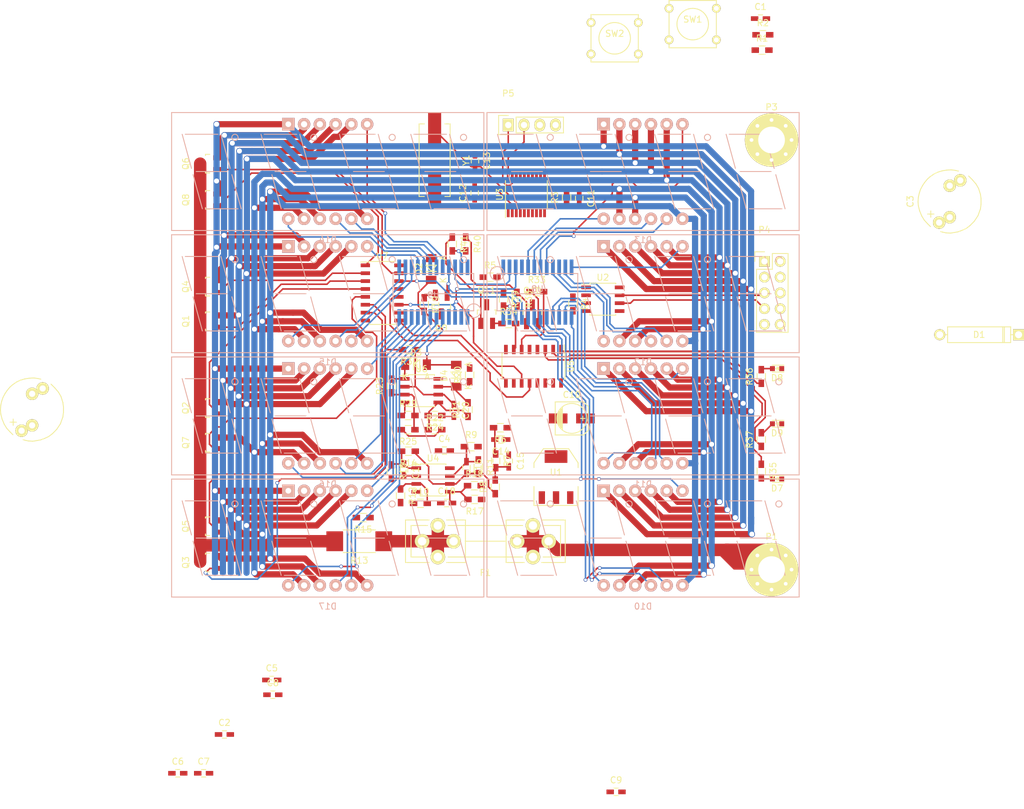
<source format=kicad_pcb>
(kicad_pcb (version 4) (host pcbnew 4.0.4-1.fc24-product)
  (layers (0 F.Cu signal) (31 B.Cu signal) (34 B.Paste user) (35 F.Paste user) (36 B.SilkS user hide) (37 F.SilkS user hide) (38 B.Mask user) (39 F.Mask user) (44 Edge.Cuts user))
  (net 0 "")
  (net 1 "Net-(C1-Pad1)")
  (net 2 /USER_BTN)
  (net 3 GND)
  (net 4 VDD)
  (net 5 +3V3)
  (net 6 /RST)
  (net 7 /XT1)
  (net 8 /XT2)
  (net 9 "Net-(C14-Pad2)")
  (net 10 "Net-(C15-Pad2)")
  (net 11 "Net-(C16-Pad1)")
  (net 12 /CM_STAGE2_FB)
  (net 13 /CM_STAGE1)
  (net 14 /CM_STAGE1_FB)
  (net 15 "Net-(C18-Pad2)")
  (net 16 /SEG_COM_MEAS)
  (net 17 /~WD_RST)
  (net 18 /WD_COMP)
  (net 19 /LED_ID)
  (net 20 /LED_ERROR)
  (net 21 /LED_COMM)
  (net 22 "Net-(D10-Pad6)")
  (net 23 "Net-(D10-Pad9)")
  (net 24 "Net-(D10-Pad8)")
  (net 25 "Net-(D10-Pad12)")
  (net 26 "Net-(D11-Pad6)")
  (net 27 "Net-(D11-Pad9)")
  (net 28 "Net-(D11-Pad8)")
  (net 29 "Net-(D11-Pad12)")
  (net 30 "Net-(D12-Pad6)")
  (net 31 "Net-(D12-Pad9)")
  (net 32 "Net-(D12-Pad8)")
  (net 33 "Net-(D12-Pad12)")
  (net 34 "Net-(D13-Pad6)")
  (net 35 "Net-(D13-Pad9)")
  (net 36 "Net-(D13-Pad8)")
  (net 37 "Net-(D13-Pad12)")
  (net 38 /SEG_E_COM)
  (net 39 /SEG_D_COM)
  (net 40 /SEG_DP_COM)
  (net 41 /SEG_C_COM)
  (net 42 /SEG_G_COM)
  (net 43 "Net-(D14-Pad6)")
  (net 44 "Net-(D14-Pad9)")
  (net 45 "Net-(D14-Pad8)")
  (net 46 "Net-(D14-Pad12)")
  (net 47 /SEG_A_COM)
  (net 48 /SEG_B_COM)
  (net 49 /SEG_F_COM)
  (net 50 "Net-(D15-Pad6)")
  (net 51 "Net-(D15-Pad9)")
  (net 52 "Net-(D15-Pad8)")
  (net 53 "Net-(D15-Pad12)")
  (net 54 "Net-(D16-Pad6)")
  (net 55 "Net-(D16-Pad9)")
  (net 56 "Net-(D16-Pad8)")
  (net 57 "Net-(D16-Pad12)")
  (net 58 "Net-(D17-Pad6)")
  (net 59 "Net-(D17-Pad9)")
  (net 60 "Net-(D17-Pad8)")
  (net 61 "Net-(D17-Pad12)")
  (net 62 /RS485_A)
  (net 63 /RS485_B)
  (net 64 /SWDIO)
  (net 65 /SWCLK)
  (net 66 /SEG_A_CTRL)
  (net 67 /SEG_B_CTRL)
  (net 68 /SEG_C_CTRL)
  (net 69 /SEG_D_CTRL)
  (net 70 /SEG_E_CTRL)
  (net 71 /SEG_F_CTRL)
  (net 72 /SEG_G_CTLR)
  (net 73 /SEG_DP_CTRL)
  (net 74 /~OE)
  (net 75 "Net-(Q9-Pad2)")
  (net 76 "Net-(Q10-Pad2)")
  (net 77 "Net-(Q11-Pad2)")
  (net 78 /RS485_DE)
  (net 79 /CMEAS_OFFX_COMP)
  (net 80 /CMEAS_OUT)
  (net 81 "Net-(R10-Pad2)")
  (net 82 /R_SET_CTRL0)
  (net 83 /R_SET_CTRL1)
  (net 84 "Net-(R38-Pad2)")
  (net 85 /mux_mod_left/R_SET_0)
  (net 86 "Net-(R40-Pad2)")
  (net 87 /mux_mod_left/R_SET_1)
  (net 88 /RS485_RX)
  (net 89 /RS485_TX)
  (net 90 /SCK)
  (net 91 /MOSI_C0)
  (net 92 /STROBE)
  (net 93 /AUX_STROBE)
  (net 94 "Net-(U5-Pad4)")
  (net 95 /MOSI_C3)
  (net 96 "Net-(U5-Pad14)")
  (net 97 /MOSI_C2)
  (net 98 /MOSI_C1)
  (net 99 /mux_mod_left/VDD)
  (net 100 /VDD_PRE_FUSE)
  (net 101 /~WD_RST1)
  (net 102 /~WD_RST2)
  (net 103 /WD_REF2)
  (net 104 /WD_REF1)
  (net 105 "Net-(D7-Pad2)")
  (net 106 "Net-(D8-Pad2)")
  (net 107 "Net-(D9-Pad2)")
  (net 108 "Net-(U5-Pad5)")
  (net 109 "Net-(U5-Pad15)")
  (module Crystals:Crystal_HC49-SD_SMD (layer F.Cu) (at 90.8812 51.5112 270)
    (fp_text reference Y1 (at 0 -5.08 270) (layer F.SilkS))
    (fp_text value 8MHz)
    (pad 1 smd rect (at -4.84886 0 270) (size 5.6007 2.10058) (layers F.Cu F.Paste F.Mask) (net 8 /XT2))
    (pad 2 smd rect (at 4.84886 0 270) (size 5.6007 2.10058) (layers F.Cu F.Paste F.Mask) (net 7 /XT1))
  )
  (module Diodes_SMD:MiniMELF_Standard (layer F.Cu) (at 90.3224 69.0372 90)
    (fp_text reference D2 (at 0 -1.95 90) (layer F.SilkS))
    (fp_text value D_Small)
    (fp_text user K (at -1.8 1.95 90) (layer F.SilkS))
    (fp_text user A (at 1.8 1.95 90) (layer F.SilkS))
    (pad 1 smd rect (at -1.75006 0 90) (size 1.30048 1.69926) (layers F.Cu F.Paste F.Mask) (net 17 /~WD_RST))
    (pad 2 smd rect (at 1.75006 0 90) (size 1.30048 1.69926) (layers F.Cu F.Paste F.Mask) (net 6 /RST))
  )
  (module Diodes_SMD:MiniMELF_Standard (layer F.Cu) (at 94.361 86.233 90)
    (fp_text reference D4 (at 0 -1.95 90) (layer F.SilkS))
    (fp_text value D_Small)
    (fp_text user K (at -1.8 1.95 90) (layer F.SilkS))
    (fp_text user A (at 1.8 1.95 90) (layer F.SilkS))
    (pad 1 smd rect (at -1.75006 0 90) (size 1.30048 1.69926) (layers F.Cu F.Paste F.Mask) (net 102 /~WD_RST2))
    (pad 2 smd rect (at 1.75006 0 90) (size 1.30048 1.69926) (layers F.Cu F.Paste F.Mask) (net 17 /~WD_RST))
  )
  (module Diodes_SMD:MiniMELF_Standard (layer F.Cu) (at 87.884 84.455)
    (fp_text reference D3 (at 0 -1.95) (layer F.SilkS))
    (fp_text value D_Small)
    (fp_text user K (at -1.8 1.95) (layer F.SilkS))
    (fp_text user A (at 1.8 1.95) (layer F.SilkS))
    (pad 1 smd rect (at -1.75006 0) (size 1.30048 1.69926) (layers F.Cu F.Paste F.Mask) (net 101 /~WD_RST1))
    (pad 2 smd rect (at 1.75006 0) (size 1.30048 1.69926) (layers F.Cu F.Paste F.Mask) (net 17 /~WD_RST))
  )
  (module Displays_7-Segment:Cx56-12 (layer B.Cu) (at 118.11 45.72)
    (fp_text reference D13 (at 6.35 18.62) (layer B.SilkS) (effects (justify mirror)))
    (fp_text value 7seg_4digit_cc)
    (pad 1 thru_hole rect (at 0 0) (size 2.032 2.032) (drill 0.9144) (layers *.Cu *.Mask B.SilkS) (net 38 /SEG_E_COM))
    (pad 2 thru_hole circle (at 2.54 0) (size 2 2) (drill 1) (layers *.Cu *.Mask B.SilkS) (net 39 /SEG_D_COM))
    (pad 3 thru_hole circle (at 5.08 0) (size 2 2) (drill 1) (layers *.Cu *.Mask B.SilkS) (net 40 /SEG_DP_COM))
    (pad 4 thru_hole circle (at 7.62 0) (size 2 2) (drill 1) (layers *.Cu *.Mask B.SilkS) (net 41 /SEG_C_COM))
    (pad 5 thru_hole circle (at 10.16 0) (size 2 2) (drill 1) (layers *.Cu *.Mask B.SilkS) (net 42 /SEG_G_COM))
    (pad 6 thru_hole circle (at 12.7 0) (size 2 2) (drill 1) (layers *.Cu *.Mask B.SilkS) (net 34 "Net-(D13-Pad6)"))
    (pad 9 thru_hole circle (at 7.62 15.24) (size 2 2) (drill 1) (layers *.Cu *.Mask B.SilkS) (net 35 "Net-(D13-Pad9)"))
    (pad 8 thru_hole circle (at 10.16 15.24) (size 2 2) (drill 1) (layers *.Cu *.Mask B.SilkS) (net 36 "Net-(D13-Pad8)"))
    (pad 12 thru_hole circle (at 0 15.24) (size 2 2) (drill 1) (layers *.Cu *.Mask B.SilkS) (net 37 "Net-(D13-Pad12)"))
    (pad 11 thru_hole circle (at 2.54 15.24) (size 2 2) (drill 1) (layers *.Cu *.Mask B.SilkS) (net 47 /SEG_A_COM))
    (pad 7 thru_hole circle (at 12.7 15.24) (size 2 2) (drill 1) (layers *.Cu *.Mask B.SilkS) (net 48 /SEG_B_COM))
    (pad 10 thru_hole circle (at 5.08 15.24) (size 2 2) (drill 1) (layers *.Cu *.Mask B.SilkS) (net 49 /SEG_F_COM))
  )
  (module Resistors_SMD:R_2512_HandSoldering (layer F.Cu) (at 78.74 112.903 180)
    (fp_text reference R13 (at 0 -3.1 180) (layer F.SilkS))
    (fp_text value 0.1)
    (pad 1 smd rect (at -3.95 0 180) (size 2.7 3.2) (layers F.Cu F.Paste F.Mask) (net 4 VDD))
    (pad 2 smd rect (at 3.95 0 180) (size 2.7 3.2) (layers F.Cu F.Paste F.Mask) (net 16 /SEG_COM_MEAS))
  )
  (module Displays_7-Segment:Cx56-12 (layer B.Cu) (at 118.11 85.09)
    (fp_text reference D11 (at 6.35 18.62) (layer B.SilkS) (effects (justify mirror)))
    (fp_text value 7seg_4digit_cc)
    (pad 1 thru_hole rect (at 0 0) (size 2.032 2.032) (drill 0.9144) (layers *.Cu *.Mask B.SilkS) (net 38 /SEG_E_COM))
    (pad 2 thru_hole circle (at 2.54 0) (size 2 2) (drill 1) (layers *.Cu *.Mask B.SilkS) (net 39 /SEG_D_COM))
    (pad 3 thru_hole circle (at 5.08 0) (size 2 2) (drill 1) (layers *.Cu *.Mask B.SilkS) (net 40 /SEG_DP_COM))
    (pad 4 thru_hole circle (at 7.62 0) (size 2 2) (drill 1) (layers *.Cu *.Mask B.SilkS) (net 41 /SEG_C_COM))
    (pad 5 thru_hole circle (at 10.16 0) (size 2 2) (drill 1) (layers *.Cu *.Mask B.SilkS) (net 42 /SEG_G_COM))
    (pad 6 thru_hole circle (at 12.7 0) (size 2 2) (drill 1) (layers *.Cu *.Mask B.SilkS) (net 26 "Net-(D11-Pad6)"))
    (pad 9 thru_hole circle (at 7.62 15.24) (size 2 2) (drill 1) (layers *.Cu *.Mask B.SilkS) (net 27 "Net-(D11-Pad9)"))
    (pad 8 thru_hole circle (at 10.16 15.24) (size 2 2) (drill 1) (layers *.Cu *.Mask B.SilkS) (net 28 "Net-(D11-Pad8)"))
    (pad 12 thru_hole circle (at 0 15.24) (size 2 2) (drill 1) (layers *.Cu *.Mask B.SilkS) (net 29 "Net-(D11-Pad12)"))
    (pad 11 thru_hole circle (at 2.54 15.24) (size 2 2) (drill 1) (layers *.Cu *.Mask B.SilkS) (net 47 /SEG_A_COM))
    (pad 7 thru_hole circle (at 12.7 15.24) (size 2 2) (drill 1) (layers *.Cu *.Mask B.SilkS) (net 48 /SEG_B_COM))
    (pad 10 thru_hole circle (at 5.08 15.24) (size 2 2) (drill 1) (layers *.Cu *.Mask B.SilkS) (net 49 /SEG_F_COM))
  )
  (module Displays_7-Segment:Cx56-12 (layer B.Cu) (at 67.31 104.775)
    (fp_text reference D17 (at 6.35 18.62) (layer B.SilkS) (effects (justify mirror)))
    (fp_text value 7seg_4digit_cc)
    (pad 1 thru_hole rect (at 0 0) (size 2.032 2.032) (drill 0.9144) (layers *.Cu *.Mask B.SilkS) (net 38 /SEG_E_COM))
    (pad 2 thru_hole circle (at 2.54 0) (size 2 2) (drill 1) (layers *.Cu *.Mask B.SilkS) (net 39 /SEG_D_COM))
    (pad 3 thru_hole circle (at 5.08 0) (size 2 2) (drill 1) (layers *.Cu *.Mask B.SilkS) (net 40 /SEG_DP_COM))
    (pad 4 thru_hole circle (at 7.62 0) (size 2 2) (drill 1) (layers *.Cu *.Mask B.SilkS) (net 41 /SEG_C_COM))
    (pad 5 thru_hole circle (at 10.16 0) (size 2 2) (drill 1) (layers *.Cu *.Mask B.SilkS) (net 42 /SEG_G_COM))
    (pad 6 thru_hole circle (at 12.7 0) (size 2 2) (drill 1) (layers *.Cu *.Mask B.SilkS) (net 58 "Net-(D17-Pad6)"))
    (pad 9 thru_hole circle (at 7.62 15.24) (size 2 2) (drill 1) (layers *.Cu *.Mask B.SilkS) (net 59 "Net-(D17-Pad9)"))
    (pad 8 thru_hole circle (at 10.16 15.24) (size 2 2) (drill 1) (layers *.Cu *.Mask B.SilkS) (net 60 "Net-(D17-Pad8)"))
    (pad 12 thru_hole circle (at 0 15.24) (size 2 2) (drill 1) (layers *.Cu *.Mask B.SilkS) (net 61 "Net-(D17-Pad12)"))
    (pad 11 thru_hole circle (at 2.54 15.24) (size 2 2) (drill 1) (layers *.Cu *.Mask B.SilkS) (net 47 /SEG_A_COM))
    (pad 7 thru_hole circle (at 12.7 15.24) (size 2 2) (drill 1) (layers *.Cu *.Mask B.SilkS) (net 48 /SEG_B_COM))
    (pad 10 thru_hole circle (at 5.08 15.24) (size 2 2) (drill 1) (layers *.Cu *.Mask B.SilkS) (net 49 /SEG_F_COM))
  )
  (module Displays_7-Segment:Cx56-12 (layer B.Cu) (at 67.31 65.405)
    (fp_text reference D15 (at 6.35 18.62) (layer B.SilkS) (effects (justify mirror)))
    (fp_text value 7seg_4digit_cc)
    (pad 1 thru_hole rect (at 0 0) (size 2.032 2.032) (drill 0.9144) (layers *.Cu *.Mask B.SilkS) (net 38 /SEG_E_COM))
    (pad 2 thru_hole circle (at 2.54 0) (size 2 2) (drill 1) (layers *.Cu *.Mask B.SilkS) (net 39 /SEG_D_COM))
    (pad 3 thru_hole circle (at 5.08 0) (size 2 2) (drill 1) (layers *.Cu *.Mask B.SilkS) (net 40 /SEG_DP_COM))
    (pad 4 thru_hole circle (at 7.62 0) (size 2 2) (drill 1) (layers *.Cu *.Mask B.SilkS) (net 41 /SEG_C_COM))
    (pad 5 thru_hole circle (at 10.16 0) (size 2 2) (drill 1) (layers *.Cu *.Mask B.SilkS) (net 42 /SEG_G_COM))
    (pad 6 thru_hole circle (at 12.7 0) (size 2 2) (drill 1) (layers *.Cu *.Mask B.SilkS) (net 50 "Net-(D15-Pad6)"))
    (pad 9 thru_hole circle (at 7.62 15.24) (size 2 2) (drill 1) (layers *.Cu *.Mask B.SilkS) (net 51 "Net-(D15-Pad9)"))
    (pad 8 thru_hole circle (at 10.16 15.24) (size 2 2) (drill 1) (layers *.Cu *.Mask B.SilkS) (net 52 "Net-(D15-Pad8)"))
    (pad 12 thru_hole circle (at 0 15.24) (size 2 2) (drill 1) (layers *.Cu *.Mask B.SilkS) (net 53 "Net-(D15-Pad12)"))
    (pad 11 thru_hole circle (at 2.54 15.24) (size 2 2) (drill 1) (layers *.Cu *.Mask B.SilkS) (net 47 /SEG_A_COM))
    (pad 7 thru_hole circle (at 12.7 15.24) (size 2 2) (drill 1) (layers *.Cu *.Mask B.SilkS) (net 48 /SEG_B_COM))
    (pad 10 thru_hole circle (at 5.08 15.24) (size 2 2) (drill 1) (layers *.Cu *.Mask B.SilkS) (net 49 /SEG_F_COM))
  )
  (module Displays_7-Segment:Cx56-12 (layer B.Cu) (at 67.31 85.09)
    (fp_text reference D16 (at 6.35 18.62) (layer B.SilkS) (effects (justify mirror)))
    (fp_text value 7seg_4digit_cc)
    (pad 1 thru_hole rect (at 0 0) (size 2.032 2.032) (drill 0.9144) (layers *.Cu *.Mask B.SilkS) (net 38 /SEG_E_COM))
    (pad 2 thru_hole circle (at 2.54 0) (size 2 2) (drill 1) (layers *.Cu *.Mask B.SilkS) (net 39 /SEG_D_COM))
    (pad 3 thru_hole circle (at 5.08 0) (size 2 2) (drill 1) (layers *.Cu *.Mask B.SilkS) (net 40 /SEG_DP_COM))
    (pad 4 thru_hole circle (at 7.62 0) (size 2 2) (drill 1) (layers *.Cu *.Mask B.SilkS) (net 41 /SEG_C_COM))
    (pad 5 thru_hole circle (at 10.16 0) (size 2 2) (drill 1) (layers *.Cu *.Mask B.SilkS) (net 42 /SEG_G_COM))
    (pad 6 thru_hole circle (at 12.7 0) (size 2 2) (drill 1) (layers *.Cu *.Mask B.SilkS) (net 54 "Net-(D16-Pad6)"))
    (pad 9 thru_hole circle (at 7.62 15.24) (size 2 2) (drill 1) (layers *.Cu *.Mask B.SilkS) (net 55 "Net-(D16-Pad9)"))
    (pad 8 thru_hole circle (at 10.16 15.24) (size 2 2) (drill 1) (layers *.Cu *.Mask B.SilkS) (net 56 "Net-(D16-Pad8)"))
    (pad 12 thru_hole circle (at 0 15.24) (size 2 2) (drill 1) (layers *.Cu *.Mask B.SilkS) (net 57 "Net-(D16-Pad12)"))
    (pad 11 thru_hole circle (at 2.54 15.24) (size 2 2) (drill 1) (layers *.Cu *.Mask B.SilkS) (net 47 /SEG_A_COM))
    (pad 7 thru_hole circle (at 12.7 15.24) (size 2 2) (drill 1) (layers *.Cu *.Mask B.SilkS) (net 48 /SEG_B_COM))
    (pad 10 thru_hole circle (at 5.08 15.24) (size 2 2) (drill 1) (layers *.Cu *.Mask B.SilkS) (net 49 /SEG_F_COM))
  )
  (module Capacitors_SMD:C_0603_HandSoldering (layer F.Cu) (at 143.383 28.702)
    (fp_text reference C1 (at 0 -1.9) (layer F.SilkS))
    (fp_text value 100n)
    (pad 1 smd rect (at -0.95 0) (size 1.2 0.75) (layers F.Cu F.Paste F.Mask) (net 1 "Net-(C1-Pad1)"))
    (pad 2 smd rect (at 0.95 0) (size 1.2 0.75) (layers F.Cu F.Paste F.Mask) (net 2 /USER_BTN))
  )
  (module Capacitors_SMD:C_0603_HandSoldering (layer F.Cu) (at 57.014152 144.0348)
    (fp_text reference C2 (at 0 -1.9) (layer F.SilkS))
    (fp_text value 100n)
    (pad 1 smd rect (at -0.95 0) (size 1.2 0.75) (layers F.Cu F.Paste F.Mask) (net 3 GND))
    (pad 2 smd rect (at 0.95 0) (size 1.2 0.75) (layers F.Cu F.Paste F.Mask) (net 4 VDD))
  )
  (module Capacitors_ThroughHole:C_Radial_D10_L20_P5-7.5 (layer F.Cu) (at 173.863 58.166 90)
    (fp_text reference C3 (at 0 -6.35 90) (layer F.SilkS))
    (fp_text value 1000u)
    (pad 2 thru_hole circle (at 3.40106 1.69926 90) (size 1.99898 1.99898) (drill 1.00076) (layers *.Cu *.Mask F.SilkS) (net 3 GND))
    (pad 1 thru_hole circle (at -3.40106 -1.69926 90) (size 1.99898 1.99898) (drill 1.00076) (layers *.Cu *.Mask F.SilkS) (net 4 VDD))
    (pad 2 thru_hole circle (at 2.54 0 90) (size 1.99898 1.99898) (drill 1.00076) (layers *.Cu *.Mask F.SilkS) (net 3 GND))
    (pad 1 thru_hole circle (at -2.54 0 90) (size 1.99898 1.99898) (drill 1.00076) (layers *.Cu *.Mask F.SilkS) (net 4 VDD))
  )
  (module Capacitors_SMD:C_0603_HandSoldering (layer F.Cu) (at 92.456 98.298)
    (fp_text reference C4 (at 0 -1.9) (layer F.SilkS))
    (fp_text value 100n)
    (pad 1 smd rect (at -0.95 0) (size 1.2 0.75) (layers F.Cu F.Paste F.Mask) (net 3 GND))
    (pad 2 smd rect (at 0.95 0) (size 1.2 0.75) (layers F.Cu F.Paste F.Mask) (net 4 VDD))
  )
  (module Capacitors_SMD:C_0603_HandSoldering (layer F.Cu) (at 64.643 135.255)
    (fp_text reference C5 (at 0 -1.9) (layer F.SilkS))
    (fp_text value 100n)
    (pad 1 smd rect (at -0.95 0) (size 1.2 0.75) (layers F.Cu F.Paste F.Mask) (net 3 GND))
    (pad 2 smd rect (at 0.95 0) (size 1.2 0.75) (layers F.Cu F.Paste F.Mask) (net 5 +3V3))
  )
  (module Capacitors_SMD:C_0603_HandSoldering (layer F.Cu) (at 49.504152 150.2848)
    (fp_text reference C6 (at 0 -1.9) (layer F.SilkS))
    (fp_text value 100n)
    (pad 1 smd rect (at -0.95 0) (size 1.2 0.75) (layers F.Cu F.Paste F.Mask) (net 3 GND))
    (pad 2 smd rect (at 0.95 0) (size 1.2 0.75) (layers F.Cu F.Paste F.Mask) (net 5 +3V3))
  )
  (module Capacitors_SMD:C_0603_HandSoldering (layer F.Cu) (at 53.664152 150.2848)
    (fp_text reference C7 (at 0 -1.9) (layer F.SilkS))
    (fp_text value 100n)
    (pad 1 smd rect (at -0.95 0) (size 1.2 0.75) (layers F.Cu F.Paste F.Mask) (net 3 GND))
    (pad 2 smd rect (at 0.95 0) (size 1.2 0.75) (layers F.Cu F.Paste F.Mask) (net 5 +3V3))
  )
  (module Capacitors_SMD:C_0603_HandSoldering (layer F.Cu) (at 64.814152 137.6348)
    (fp_text reference C8 (at 0 -1.9) (layer F.SilkS))
    (fp_text value 100n)
    (pad 1 smd rect (at -0.95 0) (size 1.2 0.75) (layers F.Cu F.Paste F.Mask) (net 3 GND))
    (pad 2 smd rect (at 0.95 0) (size 1.2 0.75) (layers F.Cu F.Paste F.Mask) (net 5 +3V3))
  )
  (module Capacitors_SMD:C_0603_HandSoldering (layer F.Cu) (at 120.114952 153.284)
    (fp_text reference C9 (at 0 -1.9) (layer F.SilkS))
    (fp_text value 100n)
    (pad 1 smd rect (at -0.95 0) (size 1.2 0.75) (layers F.Cu F.Paste F.Mask) (net 3 GND))
    (pad 2 smd rect (at 0.95 0) (size 1.2 0.75) (layers F.Cu F.Paste F.Mask) (net 5 +3V3))
  )
  (module Capacitors_SMD:c_elec_5x5.8 (layer F.Cu) (at 112.9792 93.1164)
    (fp_text reference C10 (at 0 -3.81) (layer F.SilkS))
    (fp_text value 47u)
    (pad 1 smd rect (at 2.19964 0) (size 2.99974 1.6002) (layers F.Cu F.Paste F.Mask) (net 5 +3V3))
    (pad 2 smd rect (at -2.19964 0) (size 2.99974 1.6002) (layers F.Cu F.Paste F.Mask) (net 3 GND))
  )
  (module Capacitors_SMD:C_0603_HandSoldering (layer F.Cu) (at 114.173 57.658 270)
    (fp_text reference C11 (at 0 -1.9 270) (layer F.SilkS))
    (fp_text value 10n)
    (pad 1 smd rect (at -0.95 0 270) (size 1.2 0.75) (layers F.Cu F.Paste F.Mask) (net 6 /RST))
    (pad 2 smd rect (at 0.95 0 270) (size 1.2 0.75) (layers F.Cu F.Paste F.Mask) (net 3 GND))
  )
  (module Capacitors_SMD:C_0603_HandSoldering (layer F.Cu) (at 97.3328 56.7944 90)
    (fp_text reference C12 (at 0 -1.9 90) (layer F.SilkS))
    (fp_text value 22p)
    (pad 1 smd rect (at -0.95 0 90) (size 1.2 0.75) (layers F.Cu F.Paste F.Mask) (net 3 GND))
    (pad 2 smd rect (at 0.95 0 90) (size 1.2 0.75) (layers F.Cu F.Paste F.Mask) (net 7 /XT1))
  )
  (module Capacitors_SMD:C_0603_HandSoldering (layer F.Cu) (at 97.3836 51.6128 270)
    (fp_text reference C13 (at 0 -1.9 270) (layer F.SilkS))
    (fp_text value 22p)
    (pad 1 smd rect (at -0.95 0 270) (size 1.2 0.75) (layers F.Cu F.Paste F.Mask) (net 3 GND))
    (pad 2 smd rect (at 0.95 0 270) (size 1.2 0.75) (layers F.Cu F.Paste F.Mask) (net 8 /XT2))
  )
  (module Capacitors_SMD:C_0603_HandSoldering (layer F.Cu) (at 101.5365 96.52 180)
    (fp_text reference C14 (at 0 -1.9 180) (layer F.SilkS))
    (fp_text value 220n)
    (pad 1 smd rect (at -0.95 0 180) (size 1.2 0.75) (layers F.Cu F.Paste F.Mask) (net 3 GND))
    (pad 2 smd rect (at 0.95 0 180) (size 1.2 0.75) (layers F.Cu F.Paste F.Mask) (net 9 "Net-(C14-Pad2)"))
  )
  (module Capacitors_SMD:C_0603_HandSoldering (layer F.Cu) (at 102.8192 99.9744 270)
    (fp_text reference C15 (at 0 -1.9 270) (layer F.SilkS))
    (fp_text value 220n)
    (pad 1 smd rect (at -0.95 0 270) (size 1.2 0.75) (layers F.Cu F.Paste F.Mask) (net 3 GND))
    (pad 2 smd rect (at 0.95 0 270) (size 1.2 0.75) (layers F.Cu F.Paste F.Mask) (net 10 "Net-(C15-Pad2)"))
  )
  (module Capacitors_SMD:C_0603_HandSoldering (layer F.Cu) (at 96.012 101.0285 270)
    (fp_text reference C16 (at 0 -1.9 270) (layer F.SilkS))
    (fp_text value comp)
    (pad 1 smd rect (at -0.95 0 270) (size 1.2 0.75) (layers F.Cu F.Paste F.Mask) (net 11 "Net-(C16-Pad1)"))
    (pad 2 smd rect (at 0.95 0 270) (size 1.2 0.75) (layers F.Cu F.Paste F.Mask) (net 12 /CM_STAGE2_FB))
  )
  (module Capacitors_SMD:C_0603_HandSoldering (layer F.Cu) (at 85.9536 101.4095 270)
    (fp_text reference C17 (at 0 -1.9 270) (layer F.SilkS))
    (fp_text value comp)
    (pad 1 smd rect (at -0.95 0 270) (size 1.2 0.75) (layers F.Cu F.Paste F.Mask) (net 13 /CM_STAGE1))
    (pad 2 smd rect (at 0.95 0 270) (size 1.2 0.75) (layers F.Cu F.Paste F.Mask) (net 14 /CM_STAGE1_FB))
  )
  (module Capacitors_SMD:C_0603_HandSoldering (layer F.Cu) (at 92.8116 106.7435)
    (fp_text reference C18 (at 0 -1.9) (layer F.SilkS))
    (fp_text value 100n)
    (pad 1 smd rect (at -0.95 0) (size 1.2 0.75) (layers F.Cu F.Paste F.Mask) (net 3 GND))
    (pad 2 smd rect (at 0.95 0) (size 1.2 0.75) (layers F.Cu F.Paste F.Mask) (net 15 "Net-(C18-Pad2)"))
  )
  (module Capacitors_ThroughHole:C_Radial_D10_L20_P5-7.5 (layer F.Cu) (at 26.035 91.694 90)
    (fp_text reference C19 (at 0 -6.35 90) (layer F.SilkS))
    (fp_text value 1000u)
    (pad 2 thru_hole circle (at 3.40106 1.69926 90) (size 1.99898 1.99898) (drill 1.00076) (layers *.Cu *.Mask F.SilkS) (net 3 GND))
    (pad 1 thru_hole circle (at -3.40106 -1.69926 90) (size 1.99898 1.99898) (drill 1.00076) (layers *.Cu *.Mask F.SilkS) (net 16 /SEG_COM_MEAS))
    (pad 2 thru_hole circle (at 2.54 0 90) (size 1.99898 1.99898) (drill 1.00076) (layers *.Cu *.Mask F.SilkS) (net 3 GND))
    (pad 1 thru_hole circle (at -2.54 0 90) (size 1.99898 1.99898) (drill 1.00076) (layers *.Cu *.Mask F.SilkS) (net 16 /SEG_COM_MEAS))
  )
  (module Capacitors_SMD:C_0603_HandSoldering (layer F.Cu) (at 93.98 91.821 270)
    (fp_text reference C20 (at 0 -1.9 270) (layer F.SilkS))
    (fp_text value 100n)
    (pad 1 smd rect (at -0.95 0 270) (size 1.2 0.75) (layers F.Cu F.Paste F.Mask) (net 18 /WD_COMP))
    (pad 2 smd rect (at 0.95 0 270) (size 1.2 0.75) (layers F.Cu F.Paste F.Mask) (net 3 GND))
  )
  (module Discret:D5 (layer F.Cu) (at 178.604 79.630001)
    (fp_text reference D1 (at 0 0) (layer F.SilkS))
    (fp_text value "6.4V 1.3W")
    (pad 2 thru_hole circle (at -6.35 0) (size 1.778 1.778) (drill 1.143) (layers *.Cu *.Mask F.SilkS) (net 3 GND))
    (pad 1 thru_hole rect (at 6.35 0) (size 1.778 1.778) (drill 1.143) (layers *.Cu *.Mask F.SilkS) (net 4 VDD))
  )
  (module LEDs:LED_0603 (layer F.Cu) (at 146.05 102.87 180)
    (fp_text reference D7 (at 0 -1.5 180) (layer F.SilkS))
    (fp_text value ID)
    (pad 2 smd rect (at 0.7493 0) (size 0.79756 0.79756) (layers F.Cu F.Paste F.Mask) (net 105 "Net-(D7-Pad2)"))
    (pad 1 smd rect (at -0.7493 0) (size 0.79756 0.79756) (layers F.Cu F.Paste F.Mask) (net 3 GND))
  )
  (module LEDs:LED_0603 (layer F.Cu) (at 146.05 85.09 180)
    (fp_text reference D8 (at 0 -1.5 180) (layer F.SilkS))
    (fp_text value ERROR)
    (pad 2 smd rect (at 0.7493 0) (size 0.79756 0.79756) (layers F.Cu F.Paste F.Mask) (net 106 "Net-(D8-Pad2)"))
    (pad 1 smd rect (at -0.7493 0) (size 0.79756 0.79756) (layers F.Cu F.Paste F.Mask) (net 3 GND))
  )
  (module LEDs:LED_0603 (layer F.Cu) (at 146.05 93.98 180)
    (fp_text reference D9 (at 0 -1.5 180) (layer F.SilkS))
    (fp_text value COMM)
    (pad 2 smd rect (at 0.7493 0) (size 0.79756 0.79756) (layers F.Cu F.Paste F.Mask) (net 107 "Net-(D9-Pad2)"))
    (pad 1 smd rect (at -0.7493 0) (size 0.79756 0.79756) (layers F.Cu F.Paste F.Mask) (net 3 GND))
  )
  (module Displays_7-Segment:Cx56-12 (layer B.Cu) (at 118.11 104.775)
    (fp_text reference D10 (at 6.35 18.62) (layer B.SilkS) (effects (justify mirror)))
    (fp_text value 7seg_4digit_cc)
    (pad 1 thru_hole rect (at 0 0) (size 2.032 2.032) (drill 0.9144) (layers *.Cu *.Mask B.SilkS) (net 38 /SEG_E_COM))
    (pad 2 thru_hole circle (at 2.54 0) (size 2 2) (drill 1) (layers *.Cu *.Mask B.SilkS) (net 39 /SEG_D_COM))
    (pad 3 thru_hole circle (at 5.08 0) (size 2 2) (drill 1) (layers *.Cu *.Mask B.SilkS) (net 40 /SEG_DP_COM))
    (pad 4 thru_hole circle (at 7.62 0) (size 2 2) (drill 1) (layers *.Cu *.Mask B.SilkS) (net 41 /SEG_C_COM))
    (pad 5 thru_hole circle (at 10.16 0) (size 2 2) (drill 1) (layers *.Cu *.Mask B.SilkS) (net 42 /SEG_G_COM))
    (pad 6 thru_hole circle (at 12.7 0) (size 2 2) (drill 1) (layers *.Cu *.Mask B.SilkS) (net 22 "Net-(D10-Pad6)"))
    (pad 9 thru_hole circle (at 7.62 15.24) (size 2 2) (drill 1) (layers *.Cu *.Mask B.SilkS) (net 23 "Net-(D10-Pad9)"))
    (pad 8 thru_hole circle (at 10.16 15.24) (size 2 2) (drill 1) (layers *.Cu *.Mask B.SilkS) (net 24 "Net-(D10-Pad8)"))
    (pad 12 thru_hole circle (at 0 15.24) (size 2 2) (drill 1) (layers *.Cu *.Mask B.SilkS) (net 25 "Net-(D10-Pad12)"))
    (pad 11 thru_hole circle (at 2.54 15.24) (size 2 2) (drill 1) (layers *.Cu *.Mask B.SilkS) (net 47 /SEG_A_COM))
    (pad 7 thru_hole circle (at 12.7 15.24) (size 2 2) (drill 1) (layers *.Cu *.Mask B.SilkS) (net 48 /SEG_B_COM))
    (pad 10 thru_hole circle (at 5.08 15.24) (size 2 2) (drill 1) (layers *.Cu *.Mask B.SilkS) (net 49 /SEG_F_COM))
  )
  (module Displays_7-Segment:Cx56-12 (layer B.Cu) (at 118.11 65.405)
    (fp_text reference D12 (at 6.35 18.62) (layer B.SilkS) (effects (justify mirror)))
    (fp_text value 7seg_4digit_cc)
    (pad 1 thru_hole rect (at 0 0) (size 2.032 2.032) (drill 0.9144) (layers *.Cu *.Mask B.SilkS) (net 38 /SEG_E_COM))
    (pad 2 thru_hole circle (at 2.54 0) (size 2 2) (drill 1) (layers *.Cu *.Mask B.SilkS) (net 39 /SEG_D_COM))
    (pad 3 thru_hole circle (at 5.08 0) (size 2 2) (drill 1) (layers *.Cu *.Mask B.SilkS) (net 40 /SEG_DP_COM))
    (pad 4 thru_hole circle (at 7.62 0) (size 2 2) (drill 1) (layers *.Cu *.Mask B.SilkS) (net 41 /SEG_C_COM))
    (pad 5 thru_hole circle (at 10.16 0) (size 2 2) (drill 1) (layers *.Cu *.Mask B.SilkS) (net 42 /SEG_G_COM))
    (pad 6 thru_hole circle (at 12.7 0) (size 2 2) (drill 1) (layers *.Cu *.Mask B.SilkS) (net 30 "Net-(D12-Pad6)"))
    (pad 9 thru_hole circle (at 7.62 15.24) (size 2 2) (drill 1) (layers *.Cu *.Mask B.SilkS) (net 31 "Net-(D12-Pad9)"))
    (pad 8 thru_hole circle (at 10.16 15.24) (size 2 2) (drill 1) (layers *.Cu *.Mask B.SilkS) (net 32 "Net-(D12-Pad8)"))
    (pad 12 thru_hole circle (at 0 15.24) (size 2 2) (drill 1) (layers *.Cu *.Mask B.SilkS) (net 33 "Net-(D12-Pad12)"))
    (pad 11 thru_hole circle (at 2.54 15.24) (size 2 2) (drill 1) (layers *.Cu *.Mask B.SilkS) (net 47 /SEG_A_COM))
    (pad 7 thru_hole circle (at 12.7 15.24) (size 2 2) (drill 1) (layers *.Cu *.Mask B.SilkS) (net 48 /SEG_B_COM))
    (pad 10 thru_hole circle (at 5.08 15.24) (size 2 2) (drill 1) (layers *.Cu *.Mask B.SilkS) (net 49 /SEG_F_COM))
  )
  (module Displays_7-Segment:Cx56-12 (layer B.Cu) (at 67.31 45.72)
    (fp_text reference D14 (at 6.35 18.62) (layer B.SilkS) (effects (justify mirror)))
    (fp_text value 7seg_4digit_cc)
    (pad 1 thru_hole rect (at 0 0) (size 2.032 2.032) (drill 0.9144) (layers *.Cu *.Mask B.SilkS) (net 38 /SEG_E_COM))
    (pad 2 thru_hole circle (at 2.54 0) (size 2 2) (drill 1) (layers *.Cu *.Mask B.SilkS) (net 39 /SEG_D_COM))
    (pad 3 thru_hole circle (at 5.08 0) (size 2 2) (drill 1) (layers *.Cu *.Mask B.SilkS) (net 40 /SEG_DP_COM))
    (pad 4 thru_hole circle (at 7.62 0) (size 2 2) (drill 1) (layers *.Cu *.Mask B.SilkS) (net 41 /SEG_C_COM))
    (pad 5 thru_hole circle (at 10.16 0) (size 2 2) (drill 1) (layers *.Cu *.Mask B.SilkS) (net 42 /SEG_G_COM))
    (pad 6 thru_hole circle (at 12.7 0) (size 2 2) (drill 1) (layers *.Cu *.Mask B.SilkS) (net 43 "Net-(D14-Pad6)"))
    (pad 9 thru_hole circle (at 7.62 15.24) (size 2 2) (drill 1) (layers *.Cu *.Mask B.SilkS) (net 44 "Net-(D14-Pad9)"))
    (pad 8 thru_hole circle (at 10.16 15.24) (size 2 2) (drill 1) (layers *.Cu *.Mask B.SilkS) (net 45 "Net-(D14-Pad8)"))
    (pad 12 thru_hole circle (at 0 15.24) (size 2 2) (drill 1) (layers *.Cu *.Mask B.SilkS) (net 46 "Net-(D14-Pad12)"))
    (pad 11 thru_hole circle (at 2.54 15.24) (size 2 2) (drill 1) (layers *.Cu *.Mask B.SilkS) (net 47 /SEG_A_COM))
    (pad 7 thru_hole circle (at 12.7 15.24) (size 2 2) (drill 1) (layers *.Cu *.Mask B.SilkS) (net 48 /SEG_B_COM))
    (pad 10 thru_hole circle (at 5.08 15.24) (size 2 2) (drill 1) (layers *.Cu *.Mask B.SilkS) (net 49 /SEG_F_COM))
  )
  (module Fuse_Holders_and_Fuses:Fuseholder5x20_horiz_open_universal_Type-III (layer F.Cu) (at 99.06 112.903 180)
    (fp_text reference F1 (at 0 -5.08 180) (layer F.SilkS))
    (fp_text value "2.5A MT")
    (pad 2 thru_hole circle (at 5.12064 0 180) (size 2.3495 2.3495) (drill 1.34874) (layers *.Cu *.Mask F.SilkS) (net 4 VDD))
    (pad 2 thru_hole circle (at 10.20064 0 180) (size 2.3495 2.3495) (drill 1.34874) (layers *.Cu *.Mask F.SilkS) (net 4 VDD))
    (pad 1 thru_hole circle (at -5.1181 0 180) (size 2.3495 2.3495) (drill 1.34874) (layers *.Cu *.Mask F.SilkS) (net 100 /VDD_PRE_FUSE))
    (pad 1 thru_hole circle (at -10.1981 0 180) (size 2.3495 2.3495) (drill 1.34874) (layers *.Cu *.Mask F.SilkS) (net 100 /VDD_PRE_FUSE))
    (pad 2 thru_hole circle (at 7.66064 -2.54 180) (size 2.3495 2.3495) (drill 1.34874) (layers *.Cu *.Mask F.SilkS) (net 4 VDD))
    (pad 2 thru_hole circle (at 7.66064 2.54 180) (size 2.3495 2.3495) (drill 1.34874) (layers *.Cu *.Mask F.SilkS) (net 4 VDD))
    (pad 1 thru_hole circle (at -7.6581 -2.54 180) (size 2.3495 2.3495) (drill 1.34874) (layers *.Cu *.Mask F.SilkS) (net 100 /VDD_PRE_FUSE))
    (pad 1 thru_hole circle (at -7.6581 2.54 180) (size 2.3495 2.3495) (drill 1.34874) (layers *.Cu *.Mask F.SilkS) (net 100 /VDD_PRE_FUSE))
  )
  (module Mounting_Holes:MountingHole_4.3mm_M4_Pad_Via (layer F.Cu) (at 145.161 117.475)
    (fp_text reference P1 (at 0 -5.3) (layer F.SilkS))
    (fp_text value VIN)
    (pad 1 thru_hole circle (at 0 0) (size 8.6 8.6) (drill 4.3) (layers *.Cu *.Mask F.SilkS) (net 100 /VDD_PRE_FUSE))
    (pad "" thru_hole circle (at 3.225 0) (size 0.7 0.7) (drill 0.6) (layers *.Cu *.Mask))
    (pad "" thru_hole circle (at 2.280419 2.280419) (size 0.7 0.7) (drill 0.6) (layers *.Cu *.Mask))
    (pad "" thru_hole circle (at 0 3.225) (size 0.7 0.7) (drill 0.6) (layers *.Cu *.Mask))
    (pad "" thru_hole circle (at -2.280419 2.280419) (size 0.7 0.7) (drill 0.6) (layers *.Cu *.Mask))
    (pad "" thru_hole circle (at -3.225 0) (size 0.7 0.7) (drill 0.6) (layers *.Cu *.Mask))
    (pad "" thru_hole circle (at -2.280419 -2.280419) (size 0.7 0.7) (drill 0.6) (layers *.Cu *.Mask))
    (pad "" thru_hole circle (at 0 -3.225) (size 0.7 0.7) (drill 0.6) (layers *.Cu *.Mask))
    (pad "" thru_hole circle (at 2.280419 -2.280419) (size 0.7 0.7) (drill 0.6) (layers *.Cu *.Mask))
  )
  (module Mounting_Holes:MountingHole_4.3mm_M4_Pad_Via (layer F.Cu) (at 145.161 48.26)
    (fp_text reference P3 (at 0 -5.3) (layer F.SilkS))
    (fp_text value GND)
    (pad 1 thru_hole circle (at 0 0) (size 8.6 8.6) (drill 4.3) (layers *.Cu *.Mask F.SilkS) (net 3 GND))
    (pad "" thru_hole circle (at 3.225 0) (size 0.7 0.7) (drill 0.6) (layers *.Cu *.Mask))
    (pad "" thru_hole circle (at 2.280419 2.280419) (size 0.7 0.7) (drill 0.6) (layers *.Cu *.Mask))
    (pad "" thru_hole circle (at 0 3.225) (size 0.7 0.7) (drill 0.6) (layers *.Cu *.Mask))
    (pad "" thru_hole circle (at -2.280419 2.280419) (size 0.7 0.7) (drill 0.6) (layers *.Cu *.Mask))
    (pad "" thru_hole circle (at -3.225 0) (size 0.7 0.7) (drill 0.6) (layers *.Cu *.Mask))
    (pad "" thru_hole circle (at -2.280419 -2.280419) (size 0.7 0.7) (drill 0.6) (layers *.Cu *.Mask))
    (pad "" thru_hole circle (at 0 -3.225) (size 0.7 0.7) (drill 0.6) (layers *.Cu *.Mask))
    (pad "" thru_hole circle (at 2.280419 -2.280419) (size 0.7 0.7) (drill 0.6) (layers *.Cu *.Mask))
  )
  (module Pin_Headers:Pin_Header_Straight_2x05 (layer F.Cu) (at 144.018 67.818)
    (fp_text reference P4 (at 0 -5.1) (layer F.SilkS))
    (fp_text value CONN_02X05)
    (pad 1 thru_hole rect (at 0 0) (size 1.7272 1.7272) (drill 1.016) (layers *.Cu *.Mask F.SilkS) (net 3 GND))
    (pad 2 thru_hole oval (at 2.54 0) (size 1.7272 1.7272) (drill 1.016) (layers *.Cu *.Mask F.SilkS) (net 3 GND))
    (pad 3 thru_hole oval (at 0 2.54) (size 1.7272 1.7272) (drill 1.016) (layers *.Cu *.Mask F.SilkS) (net 3 GND))
    (pad 4 thru_hole oval (at 2.54 2.54) (size 1.7272 1.7272) (drill 1.016) (layers *.Cu *.Mask F.SilkS) (net 3 GND))
    (pad 5 thru_hole oval (at 0 5.08) (size 1.7272 1.7272) (drill 1.016) (layers *.Cu *.Mask F.SilkS) (net 63 /RS485_B))
    (pad 6 thru_hole oval (at 2.54 5.08) (size 1.7272 1.7272) (drill 1.016) (layers *.Cu *.Mask F.SilkS) (net 3 GND))
    (pad 7 thru_hole oval (at 0 7.62) (size 1.7272 1.7272) (drill 1.016) (layers *.Cu *.Mask F.SilkS) (net 62 /RS485_A))
    (pad 8 thru_hole oval (at 2.54 7.62) (size 1.7272 1.7272) (drill 1.016) (layers *.Cu *.Mask F.SilkS) (net 3 GND))
    (pad 9 thru_hole oval (at 0 10.16) (size 1.7272 1.7272) (drill 1.016) (layers *.Cu *.Mask F.SilkS) (net 3 GND))
    (pad 10 thru_hole oval (at 2.54 10.16) (size 1.7272 1.7272) (drill 1.016) (layers *.Cu *.Mask F.SilkS) (net 3 GND))
  )
  (module Socket_Strips:Socket_Strip_Straight_1x04 (layer F.Cu) (at 102.743 45.847)
    (fp_text reference P5 (at 0 -5.1) (layer F.SilkS))
    (fp_text value SWD)
    (pad 1 thru_hole rect (at 0 0) (size 1.7272 2.032) (drill 1.016) (layers *.Cu *.Mask F.SilkS) (net 64 /SWDIO))
    (pad 2 thru_hole oval (at 2.54 0) (size 1.7272 2.032) (drill 1.016) (layers *.Cu *.Mask F.SilkS) (net 65 /SWCLK))
    (pad 3 thru_hole oval (at 5.08 0) (size 1.7272 2.032) (drill 1.016) (layers *.Cu *.Mask F.SilkS) (net 3 GND))
    (pad 4 thru_hole oval (at 7.62 0) (size 1.7272 2.032) (drill 1.016) (layers *.Cu *.Mask F.SilkS) (net 5 +3V3))
  )
  (module TO_SOT_Packages_SMD:SOT-23_Handsoldering (layer F.Cu) (at 54.61 77.47 90)
    (fp_text reference Q1 (at 0 -3.81 90) (layer F.SilkS))
    (fp_text value AO3415A)
    (pad 1 smd rect (at -0.95 1.50114 90) (size 0.8001 1.80086) (layers F.Cu F.Paste F.Mask) (net 68 /SEG_C_CTRL))
    (pad 2 smd rect (at 0.95 1.50114 90) (size 0.8001 1.80086) (layers F.Cu F.Paste F.Mask) (net 41 /SEG_C_COM))
    (pad 3 smd rect (at 0 -1.50114 90) (size 0.8001 1.80086) (layers F.Cu F.Paste F.Mask) (net 16 /SEG_COM_MEAS))
  )
  (module TO_SOT_Packages_SMD:SOT-23_Handsoldering (layer F.Cu) (at 54.61 91.44 90)
    (fp_text reference Q2 (at 0 -3.81 90) (layer F.SilkS))
    (fp_text value AO3415A)
    (pad 1 smd rect (at -0.95 1.50114 90) (size 0.8001 1.80086) (layers F.Cu F.Paste F.Mask) (net 72 /SEG_G_CTLR))
    (pad 2 smd rect (at 0.95 1.50114 90) (size 0.8001 1.80086) (layers F.Cu F.Paste F.Mask) (net 42 /SEG_G_COM))
    (pad 3 smd rect (at 0 -1.50114 90) (size 0.8001 1.80086) (layers F.Cu F.Paste F.Mask) (net 16 /SEG_COM_MEAS))
  )
  (module TO_SOT_Packages_SMD:SOT-23_Handsoldering (layer F.Cu) (at 54.61 116.332 90)
    (fp_text reference Q3 (at 0 -3.81 90) (layer F.SilkS))
    (fp_text value AO3415A)
    (pad 1 smd rect (at -0.95 1.50114 90) (size 0.8001 1.80086) (layers F.Cu F.Paste F.Mask) (net 67 /SEG_B_CTRL))
    (pad 2 smd rect (at 0.95 1.50114 90) (size 0.8001 1.80086) (layers F.Cu F.Paste F.Mask) (net 48 /SEG_B_COM))
    (pad 3 smd rect (at 0 -1.50114 90) (size 0.8001 1.80086) (layers F.Cu F.Paste F.Mask) (net 16 /SEG_COM_MEAS))
  )
  (module TO_SOT_Packages_SMD:SOT-23_Handsoldering (layer F.Cu) (at 54.61 71.882 90)
    (fp_text reference Q4 (at 0 -3.81 90) (layer F.SilkS))
    (fp_text value AO3415A)
    (pad 1 smd rect (at -0.95 1.50114 90) (size 0.8001 1.80086) (layers F.Cu F.Paste F.Mask) (net 73 /SEG_DP_CTRL))
    (pad 2 smd rect (at 0.95 1.50114 90) (size 0.8001 1.80086) (layers F.Cu F.Paste F.Mask) (net 40 /SEG_DP_COM))
    (pad 3 smd rect (at 0 -1.50114 90) (size 0.8001 1.80086) (layers F.Cu F.Paste F.Mask) (net 16 /SEG_COM_MEAS))
  )
  (module TO_SOT_Packages_SMD:SOT-23_Handsoldering (layer F.Cu) (at 54.61 110.49 90)
    (fp_text reference Q5 (at 0 -3.81 90) (layer F.SilkS))
    (fp_text value AO3415A)
    (pad 1 smd rect (at -0.95 1.50114 90) (size 0.8001 1.80086) (layers F.Cu F.Paste F.Mask) (net 71 /SEG_F_CTRL))
    (pad 2 smd rect (at 0.95 1.50114 90) (size 0.8001 1.80086) (layers F.Cu F.Paste F.Mask) (net 49 /SEG_F_COM))
    (pad 3 smd rect (at 0 -1.50114 90) (size 0.8001 1.80086) (layers F.Cu F.Paste F.Mask) (net 16 /SEG_COM_MEAS))
  )
  (module TO_SOT_Packages_SMD:SOT-23_Handsoldering (layer F.Cu) (at 54.61 52.07 90)
    (fp_text reference Q6 (at 0 -3.81 90) (layer F.SilkS))
    (fp_text value AO3415A)
    (pad 1 smd rect (at -0.95 1.50114 90) (size 0.8001 1.80086) (layers F.Cu F.Paste F.Mask) (net 69 /SEG_D_CTRL))
    (pad 2 smd rect (at 0.95 1.50114 90) (size 0.8001 1.80086) (layers F.Cu F.Paste F.Mask) (net 39 /SEG_D_COM))
    (pad 3 smd rect (at 0 -1.50114 90) (size 0.8001 1.80086) (layers F.Cu F.Paste F.Mask) (net 16 /SEG_COM_MEAS))
  )
  (module TO_SOT_Packages_SMD:SOT-23_Handsoldering (layer F.Cu) (at 54.61 97.028 90)
    (fp_text reference Q7 (at 0 -3.81 90) (layer F.SilkS))
    (fp_text value AO3415A)
    (pad 1 smd rect (at -0.95 1.50114 90) (size 0.8001 1.80086) (layers F.Cu F.Paste F.Mask) (net 66 /SEG_A_CTRL))
    (pad 2 smd rect (at 0.95 1.50114 90) (size 0.8001 1.80086) (layers F.Cu F.Paste F.Mask) (net 47 /SEG_A_COM))
    (pad 3 smd rect (at 0 -1.50114 90) (size 0.8001 1.80086) (layers F.Cu F.Paste F.Mask) (net 16 /SEG_COM_MEAS))
  )
  (module TO_SOT_Packages_SMD:SOT-23_Handsoldering (layer F.Cu) (at 54.61 57.912 90)
    (fp_text reference Q8 (at 0 -3.81 90) (layer F.SilkS))
    (fp_text value AO3415A)
    (pad 1 smd rect (at -0.95 1.50114 90) (size 0.8001 1.80086) (layers F.Cu F.Paste F.Mask) (net 70 /SEG_E_CTRL))
    (pad 2 smd rect (at 0.95 1.50114 90) (size 0.8001 1.80086) (layers F.Cu F.Paste F.Mask) (net 38 /SEG_E_COM))
    (pad 3 smd rect (at 0 -1.50114 90) (size 0.8001 1.80086) (layers F.Cu F.Paste F.Mask) (net 16 /SEG_COM_MEAS))
  )
  (module TO_SOT_Packages_SMD:SOT-23_Handsoldering (layer F.Cu) (at 91.948 74.7776 180)
    (fp_text reference Q9 (at 0 -3.81 180) (layer F.SilkS))
    (fp_text value Q_PNP_CBE)
    (pad 1 smd rect (at -0.95 1.50114 180) (size 0.8001 1.80086) (layers F.Cu F.Paste F.Mask) (net 74 /~OE))
    (pad 2 smd rect (at 0.95 1.50114 180) (size 0.8001 1.80086) (layers F.Cu F.Paste F.Mask) (net 75 "Net-(Q9-Pad2)"))
    (pad 3 smd rect (at 0 -1.50114 180) (size 0.8001 1.80086) (layers F.Cu F.Paste F.Mask) (net 5 +3V3))
  )
  (module TO_SOT_Packages_SMD:SOT-23_Handsoldering (layer F.Cu) (at 106.6292 76.3524)
    (fp_text reference Q10 (at 0 -3.81) (layer F.SilkS))
    (fp_text value Q_NPN_CBE)
    (pad 1 smd rect (at -0.95 1.50114) (size 0.8001 1.80086) (layers F.Cu F.Paste F.Mask) (net 85 /mux_mod_left/R_SET_0))
    (pad 2 smd rect (at 0.95 1.50114) (size 0.8001 1.80086) (layers F.Cu F.Paste F.Mask) (net 76 "Net-(Q10-Pad2)"))
    (pad 3 smd rect (at 0 -1.50114) (size 0.8001 1.80086) (layers F.Cu F.Paste F.Mask) (net 3 GND))
  )
  (module TO_SOT_Packages_SMD:SOT-23_Handsoldering (layer F.Cu) (at 99.2632 76.3016)
    (fp_text reference Q11 (at 0 -3.81) (layer F.SilkS))
    (fp_text value Q_NPN_CBE)
    (pad 1 smd rect (at -0.95 1.50114) (size 0.8001 1.80086) (layers F.Cu F.Paste F.Mask) (net 87 /mux_mod_left/R_SET_1))
    (pad 2 smd rect (at 0.95 1.50114) (size 0.8001 1.80086) (layers F.Cu F.Paste F.Mask) (net 77 "Net-(Q11-Pad2)"))
    (pad 3 smd rect (at 0 -1.50114) (size 0.8001 1.80086) (layers F.Cu F.Paste F.Mask) (net 3 GND))
  )
  (module Resistors_SMD:R_0603_HandSoldering (layer F.Cu) (at 143.637 33.782)
    (fp_text reference R1 (at 0 -1.9) (layer F.SilkS))
    (fp_text value 10k)
    (pad 1 smd rect (at -1.1 0) (size 1.2 0.9) (layers F.Cu F.Paste F.Mask) (net 2 /USER_BTN))
    (pad 2 smd rect (at 1.1 0) (size 1.2 0.9) (layers F.Cu F.Paste F.Mask) (net 16 /SEG_COM_MEAS))
  )
  (module Resistors_SMD:R_0603_HandSoldering (layer F.Cu) (at 143.762401 31.3078)
    (fp_text reference R2 (at 0 -1.9) (layer F.SilkS))
    (fp_text value 10k)
    (pad 1 smd rect (at -1.1 0) (size 1.2 0.9) (layers F.Cu F.Paste F.Mask) (net 1 "Net-(C1-Pad1)"))
    (pad 2 smd rect (at 1.1 0) (size 1.2 0.9) (layers F.Cu F.Paste F.Mask) (net 2 /USER_BTN))
  )
  (module Resistors_SMD:R_0603_HandSoldering (layer F.Cu) (at 112.141 57.531 90)
    (fp_text reference R3 (at 0 -1.9 90) (layer F.SilkS))
    (fp_text value 47k)
    (pad 1 smd rect (at -1.1 0 90) (size 1.2 0.9) (layers F.Cu F.Paste F.Mask) (net 5 +3V3))
    (pad 2 smd rect (at 1.1 0 90) (size 1.2 0.9) (layers F.Cu F.Paste F.Mask) (net 6 /RST))
  )
  (module Resistors_SMD:R_0603_HandSoldering (layer F.Cu) (at 113.157 74.676 270)
    (fp_text reference R4 (at 0 -1.9 270) (layer F.SilkS))
    (fp_text value 100k)
    (pad 1 smd rect (at -1.1 0 270) (size 1.2 0.9) (layers F.Cu F.Paste F.Mask) (net 78 /RS485_DE))
    (pad 2 smd rect (at 1.1 0 270) (size 1.2 0.9) (layers F.Cu F.Paste F.Mask) (net 3 GND))
  )
  (module Resistors_SMD:R_0603_HandSoldering (layer F.Cu) (at 99.822 70.358)
    (fp_text reference R5 (at 0 -1.9) (layer F.SilkS))
    (fp_text value 10k)
    (pad 1 smd rect (at -1.1 0) (size 1.2 0.9) (layers F.Cu F.Paste F.Mask) (net 74 /~OE))
    (pad 2 smd rect (at 1.1 0) (size 1.2 0.9) (layers F.Cu F.Paste F.Mask) (net 5 +3V3))
  )
  (module Resistors_SMD:R_0603_HandSoldering (layer F.Cu) (at 101.473 94.615 180)
    (fp_text reference R6 (at 0 -1.9 180) (layer F.SilkS))
    (fp_text value 4k7)
    (pad 1 smd rect (at -1.1 0 180) (size 1.2 0.9) (layers F.Cu F.Paste F.Mask) (net 79 /CMEAS_OFFX_COMP))
    (pad 2 smd rect (at 1.1 0 180) (size 1.2 0.9) (layers F.Cu F.Paste F.Mask) (net 9 "Net-(C14-Pad2)"))
  )
  (module Resistors_SMD:R_0603_HandSoldering (layer F.Cu) (at 100.711 99.949 270)
    (fp_text reference R7 (at 0 -1.9 270) (layer F.SilkS))
    (fp_text value 4k7)
    (pad 1 smd rect (at -1.1 0 270) (size 1.2 0.9) (layers F.Cu F.Paste F.Mask) (net 9 "Net-(C14-Pad2)"))
    (pad 2 smd rect (at 1.1 0 270) (size 1.2 0.9) (layers F.Cu F.Paste F.Mask) (net 10 "Net-(C15-Pad2)"))
  )
  (module Resistors_SMD:R_0603_HandSoldering (layer F.Cu) (at 100.6475 104.14 90)
    (fp_text reference R8 (at 0 -1.9 90) (layer F.SilkS))
    (fp_text value 4k7)
    (pad 1 smd rect (at -1.1 0 90) (size 1.2 0.9) (layers F.Cu F.Paste F.Mask) (net 12 /CM_STAGE2_FB))
    (pad 2 smd rect (at 1.1 0 90) (size 1.2 0.9) (layers F.Cu F.Paste F.Mask) (net 10 "Net-(C15-Pad2)"))
  )
  (module Resistors_SMD:R_0603_HandSoldering (layer F.Cu) (at 96.774 97.663)
    (fp_text reference R9 (at 0 -1.9) (layer F.SilkS))
    (fp_text value 1k)
    (pad 1 smd rect (at -1.1 0) (size 1.2 0.9) (layers F.Cu F.Paste F.Mask) (net 11 "Net-(C16-Pad1)"))
    (pad 2 smd rect (at 1.1 0) (size 1.2 0.9) (layers F.Cu F.Paste F.Mask) (net 80 /CMEAS_OUT))
  )
  (module Resistors_SMD:R_0603_HandSoldering (layer F.Cu) (at 88.5952 106.7943)
    (fp_text reference R10 (at 0 -1.9) (layer F.SilkS))
    (fp_text value 47k)
    (pad 1 smd rect (at -1.1 0) (size 1.2 0.9) (layers F.Cu F.Paste F.Mask) (net 3 GND))
    (pad 2 smd rect (at 1.1 0) (size 1.2 0.9) (layers F.Cu F.Paste F.Mask) (net 81 "Net-(R10-Pad2)"))
  )
  (module Resistors_SMD:R_0603_HandSoldering (layer F.Cu) (at 97.917 100.9015 270)
    (fp_text reference R11 (at 0 -1.9 270) (layer F.SilkS))
    (fp_text value 100k)
    (pad 1 smd rect (at -1.1 0 270) (size 1.2 0.9) (layers F.Cu F.Paste F.Mask) (net 11 "Net-(C16-Pad1)"))
    (pad 2 smd rect (at 1.1 0 270) (size 1.2 0.9) (layers F.Cu F.Paste F.Mask) (net 12 /CM_STAGE2_FB))
  )
  (module Resistors_SMD:R_0603_HandSoldering (layer F.Cu) (at 85.3948 105.5751 270)
    (fp_text reference R12 (at 0 -1.9 270) (layer F.SilkS))
    (fp_text value 10k)
    (pad 1 smd rect (at -1.1 0 270) (size 1.2 0.9) (layers F.Cu F.Paste F.Mask) (net 81 "Net-(R10-Pad2)"))
    (pad 2 smd rect (at 1.1 0 270) (size 1.2 0.9) (layers F.Cu F.Paste F.Mask) (net 4 VDD))
  )
  (module Resistors_SMD:R_0603_HandSoldering (layer F.Cu) (at 86.6648 98.3996 180)
    (fp_text reference R14 (at 0 -1.9 180) (layer F.SilkS))
    (fp_text value 10k)
    (pad 1 smd rect (at -1.1 0 180) (size 1.2 0.9) (layers F.Cu F.Paste F.Mask) (net 12 /CM_STAGE2_FB))
    (pad 2 smd rect (at 1.1 0 180) (size 1.2 0.9) (layers F.Cu F.Paste F.Mask) (net 13 /CM_STAGE1))
  )
  (module Resistors_SMD:R_0603_HandSoldering (layer F.Cu) (at 79.375 109.093 180)
    (fp_text reference R15 (at 0 -1.9 180) (layer F.SilkS))
    (fp_text value 10k)
    (pad 1 smd rect (at -1.1 0 180) (size 1.2 0.9) (layers F.Cu F.Paste F.Mask) (net 14 /CM_STAGE1_FB))
    (pad 2 smd rect (at 1.1 0 180) (size 1.2 0.9) (layers F.Cu F.Paste F.Mask) (net 16 /SEG_COM_MEAS))
  )
  (module Resistors_SMD:R_0603_HandSoldering (layer F.Cu) (at 83.9216 101.7016 270)
    (fp_text reference R16 (at 0 -1.9 270) (layer F.SilkS))
    (fp_text value 47k)
    (pad 1 smd rect (at -1.1 0 270) (size 1.2 0.9) (layers F.Cu F.Paste F.Mask) (net 13 /CM_STAGE1))
    (pad 2 smd rect (at 1.1 0 270) (size 1.2 0.9) (layers F.Cu F.Paste F.Mask) (net 14 /CM_STAGE1_FB))
  )
  (module Resistors_SMD:R_0603_HandSoldering (layer F.Cu) (at 97.3455 106.172 180)
    (fp_text reference R17 (at 0 -1.9 180) (layer F.SilkS))
    (fp_text value 4k7)
    (pad 1 smd rect (at -1.1 0 180) (size 1.2 0.9) (layers F.Cu F.Paste F.Mask) (net 5 +3V3))
    (pad 2 smd rect (at 1.1 0 180) (size 1.2 0.9) (layers F.Cu F.Paste F.Mask) (net 15 "Net-(C18-Pad2)"))
  )
  (module Resistors_SMD:R_0603_HandSoldering (layer F.Cu) (at 97.282 103.9495)
    (fp_text reference R18 (at 0 -1.9) (layer F.SilkS))
    (fp_text value 4k7)
    (pad 1 smd rect (at -1.1 0) (size 1.2 0.9) (layers F.Cu F.Paste F.Mask) (net 15 "Net-(C18-Pad2)"))
    (pad 2 smd rect (at 1.1 0) (size 1.2 0.9) (layers F.Cu F.Paste F.Mask) (net 3 GND))
  )
  (module Resistors_SMD:R_0603_HandSoldering (layer F.Cu) (at 89.2048 74.7776 270)
    (fp_text reference R19 (at 0 -1.9 270) (layer F.SilkS))
    (fp_text value 10k)
    (pad 1 smd rect (at -1.1 0 270) (size 1.2 0.9) (layers F.Cu F.Paste F.Mask) (net 75 "Net-(Q9-Pad2)"))
    (pad 2 smd rect (at 1.1 0 270) (size 1.2 0.9) (layers F.Cu F.Paste F.Mask) (net 17 /~WD_RST))
  )
  (module Resistors_SMD:R_0603_HandSoldering (layer F.Cu) (at 96.52 86.106 90)
    (fp_text reference R20 (at 0 -1.9 90) (layer F.SilkS))
    (fp_text value 47k)
    (pad 1 smd rect (at -1.1 0 90) (size 1.2 0.9) (layers F.Cu F.Paste F.Mask) (net 5 +3V3))
    (pad 2 smd rect (at 1.1 0 90) (size 1.2 0.9) (layers F.Cu F.Paste F.Mask) (net 17 /~WD_RST))
  )
  (module Resistors_SMD:R_0603_HandSoldering (layer F.Cu) (at 83.947 87.884 90)
    (fp_text reference R23 (at 0 -1.9 90) (layer F.SilkS))
    (fp_text value 470k)
    (pad 1 smd rect (at -1.1 0 90) (size 1.2 0.9) (layers F.Cu F.Paste F.Mask) (net 104 /WD_REF1))
    (pad 2 smd rect (at 1.1 0 90) (size 1.2 0.9) (layers F.Cu F.Paste F.Mask) (net 101 /~WD_RST1))
  )
  (module Resistors_SMD:R_0603_HandSoldering (layer F.Cu) (at 143.51 86.36 90)
    (fp_text reference R36 (at 0 -1.9 90) (layer F.SilkS))
    (fp_text value 140)
    (pad 1 smd rect (at -1.1 0 90) (size 1.2 0.9) (layers F.Cu F.Paste F.Mask) (net 20 /LED_ERROR))
    (pad 2 smd rect (at 1.1 0 90) (size 1.2 0.9) (layers F.Cu F.Paste F.Mask) (net 106 "Net-(D8-Pad2)"))
  )
  (module Resistors_SMD:R_0603_HandSoldering (layer F.Cu) (at 143.51 96.52 90)
    (fp_text reference R37 (at 0 -1.9 90) (layer F.SilkS))
    (fp_text value 100)
    (pad 1 smd rect (at -1.1 0 90) (size 1.2 0.9) (layers F.Cu F.Paste F.Mask) (net 21 /LED_COMM))
    (pad 2 smd rect (at 1.1 0 90) (size 1.2 0.9) (layers F.Cu F.Paste F.Mask) (net 107 "Net-(D9-Pad2)"))
  )
  (module Resistors_SMD:R_0603_HandSoldering (layer F.Cu) (at 104.14 73.914 270)
    (fp_text reference R38 (at 0 -1.9 270) (layer F.SilkS))
    (fp_text value R)
    (pad 1 smd rect (at -1.1 0 270) (size 1.2 0.9) (layers F.Cu F.Paste F.Mask) (net 85 /mux_mod_left/R_SET_0))
    (pad 2 smd rect (at 1.1 0 270) (size 1.2 0.9) (layers F.Cu F.Paste F.Mask) (net 84 "Net-(R38-Pad2)"))
  )
  (module Resistors_SMD:R_0603_HandSoldering (layer F.Cu) (at 101.981 73.914 270)
    (fp_text reference R39 (at 0 -1.9 270) (layer F.SilkS))
    (fp_text value R)
    (pad 1 smd rect (at -1.1 0 270) (size 1.2 0.9) (layers F.Cu F.Paste F.Mask) (net 87 /mux_mod_left/R_SET_1))
    (pad 2 smd rect (at 1.1 0 270) (size 1.2 0.9) (layers F.Cu F.Paste F.Mask) (net 84 "Net-(R38-Pad2)"))
  )
  (module Resistors_SMD:R_0603_HandSoldering (layer F.Cu) (at 95.885 65.024 270)
    (fp_text reference R40 (at 0 -1.9 270) (layer F.SilkS))
    (fp_text value R)
    (pad 1 smd rect (at -1.1 0 270) (size 1.2 0.9) (layers F.Cu F.Paste F.Mask) (net 85 /mux_mod_left/R_SET_0))
    (pad 2 smd rect (at 1.1 0 270) (size 1.2 0.9) (layers F.Cu F.Paste F.Mask) (net 86 "Net-(R40-Pad2)"))
  )
  (module Resistors_SMD:R_0603_HandSoldering (layer F.Cu) (at 93.726 65.024 270)
    (fp_text reference R41 (at 0 -1.9 270) (layer F.SilkS))
    (fp_text value R)
    (pad 1 smd rect (at -1.1 0 270) (size 1.2 0.9) (layers F.Cu F.Paste F.Mask) (net 87 /mux_mod_left/R_SET_1))
    (pad 2 smd rect (at 1.1 0 270) (size 1.2 0.9) (layers F.Cu F.Paste F.Mask) (net 86 "Net-(R40-Pad2)"))
  )
  (module Buttons_Switches_ThroughHole:SW_PUSH_SMALL (layer F.Cu) (at 132.461 29.591)
    (fp_text reference SW1 (at 0 -0.762) (layer F.SilkS))
    (fp_text value USER)
    (pad 1 thru_hole circle (at 3.81 -2.54) (size 1.397 1.397) (drill 0.8128) (layers *.Cu *.Mask F.SilkS) (net 1 "Net-(C1-Pad1)"))
    (pad 2 thru_hole circle (at 3.81 2.54) (size 1.397 1.397) (drill 0.8128) (layers *.Cu *.Mask F.SilkS) (net 2 /USER_BTN))
    (pad 1 thru_hole circle (at -3.81 -2.54) (size 1.397 1.397) (drill 0.8128) (layers *.Cu *.Mask F.SilkS) (net 1 "Net-(C1-Pad1)"))
    (pad 2 thru_hole circle (at -3.81 2.54) (size 1.397 1.397) (drill 0.8128) (layers *.Cu *.Mask F.SilkS) (net 2 /USER_BTN))
  )
  (module Buttons_Switches_ThroughHole:SW_PUSH_SMALL (layer F.Cu) (at 119.888 31.877)
    (fp_text reference SW2 (at 0 -0.762) (layer F.SilkS))
    (fp_text value RESET)
    (pad 1 thru_hole circle (at 3.81 -2.54) (size 1.397 1.397) (drill 0.8128) (layers *.Cu *.Mask F.SilkS) (net 6 /RST))
    (pad 2 thru_hole circle (at 3.81 2.54) (size 1.397 1.397) (drill 0.8128) (layers *.Cu *.Mask F.SilkS) (net 3 GND))
    (pad 1 thru_hole circle (at -3.81 -2.54) (size 1.397 1.397) (drill 0.8128) (layers *.Cu *.Mask F.SilkS) (net 6 /RST))
    (pad 2 thru_hole circle (at -3.81 2.54) (size 1.397 1.397) (drill 0.8128) (layers *.Cu *.Mask F.SilkS) (net 3 GND))
  )
  (module TO_SOT_Packages_SMD:SOT-223 (layer F.Cu) (at 110.4392 102.5652)
    (fp_text reference U1 (at 0 -0.762) (layer F.SilkS))
    (fp_text value LD1117S33CTR)
    (pad 4 smd rect (at 0 -3.302) (size 3.6576 2.032) (layers F.Cu F.Paste F.Mask))
    (pad 2 smd rect (at 0 3.302) (size 1.016 2.032) (layers F.Cu F.Paste F.Mask) (net 5 +3V3))
    (pad 3 smd rect (at 2.286 3.302) (size 1.016 2.032) (layers F.Cu F.Paste F.Mask) (net 4 VDD))
    (pad 1 smd rect (at -2.286 3.302) (size 1.016 2.032) (layers F.Cu F.Paste F.Mask) (net 3 GND))
  )
  (module Housings_SOIC:SOIC-8_3.9x4.9mm_Pitch1.27mm (layer F.Cu) (at 117.983 73.914)
    (fp_text reference U2 (at 0 -3.5) (layer F.SilkS))
    (fp_text value SP3485CN)
    (pad 1 smd rect (at -2.7 -1.905) (size 1.55 0.6) (layers F.Cu F.Paste F.Mask) (net 88 /RS485_RX))
    (pad 2 smd rect (at -2.7 -0.635) (size 1.55 0.6) (layers F.Cu F.Paste F.Mask) (net 78 /RS485_DE))
    (pad 3 smd rect (at -2.7 0.635) (size 1.55 0.6) (layers F.Cu F.Paste F.Mask) (net 78 /RS485_DE))
    (pad 4 smd rect (at -2.7 1.905) (size 1.55 0.6) (layers F.Cu F.Paste F.Mask) (net 89 /RS485_TX))
    (pad 5 smd rect (at 2.7 1.905) (size 1.55 0.6) (layers F.Cu F.Paste F.Mask) (net 3 GND))
    (pad 6 smd rect (at 2.7 0.635) (size 1.55 0.6) (layers F.Cu F.Paste F.Mask) (net 62 /RS485_A))
    (pad 7 smd rect (at 2.7 -0.635) (size 1.55 0.6) (layers F.Cu F.Paste F.Mask) (net 63 /RS485_B))
    (pad 8 smd rect (at 2.7 -1.905) (size 1.55 0.6) (layers F.Cu F.Paste F.Mask) (net 5 +3V3))
  )
  (module Housings_SSOP:TSSOP-20_4.4x6.5mm_Pitch0.65mm (layer F.Cu) (at 105.664 57.023 90)
    (fp_text reference U3 (at 0 -4.3 90) (layer F.SilkS))
    (fp_text value STM32F030F4Px)
    (pad 1 smd rect (at -2.95 -2.925 90) (size 1.45 0.45) (layers F.Cu F.Paste F.Mask) (net 5 +3V3))
    (pad 2 smd rect (at -2.95 -2.275 90) (size 1.45 0.45) (layers F.Cu F.Paste F.Mask) (net 7 /XT1))
    (pad 3 smd rect (at -2.95 -1.625 90) (size 1.45 0.45) (layers F.Cu F.Paste F.Mask) (net 8 /XT2))
    (pad 4 smd rect (at -2.95 -0.975 90) (size 1.45 0.45) (layers F.Cu F.Paste F.Mask) (net 6 /RST))
    (pad 5 smd rect (at -2.95 -0.325 90) (size 1.45 0.45) (layers F.Cu F.Paste F.Mask) (net 5 +3V3))
    (pad 6 smd rect (at -2.95 0.325 90) (size 1.45 0.45) (layers F.Cu F.Paste F.Mask) (net 2 /USER_BTN))
    (pad 7 smd rect (at -2.95 0.975 90) (size 1.45 0.45) (layers F.Cu F.Paste F.Mask) (net 78 /RS485_DE))
    (pad 8 smd rect (at -2.95 1.625 90) (size 1.45 0.45) (layers F.Cu F.Paste F.Mask) (net 89 /RS485_TX))
    (pad 9 smd rect (at -2.95 2.275 90) (size 1.45 0.45) (layers F.Cu F.Paste F.Mask) (net 88 /RS485_RX))
    (pad 10 smd rect (at -2.95 2.925 90) (size 1.45 0.45) (layers F.Cu F.Paste F.Mask) (net 80 /CMEAS_OUT))
    (pad 11 smd rect (at 2.95 2.925 90) (size 1.45 0.45) (layers F.Cu F.Paste F.Mask) (net 90 /SCK))
    (pad 12 smd rect (at 2.95 2.275 90) (size 1.45 0.45) (layers F.Cu F.Paste F.Mask) (net 74 /~OE))
    (pad 13 smd rect (at 2.95 1.625 90) (size 1.45 0.45) (layers F.Cu F.Paste F.Mask) (net 91 /MOSI_C0))
    (pad 14 smd rect (at 2.95 0.975 90) (size 1.45 0.45) (layers F.Cu F.Paste F.Mask) (net 79 /CMEAS_OFFX_COMP))
    (pad 15 smd rect (at 2.95 0.325 90) (size 1.45 0.45) (layers F.Cu F.Paste F.Mask) (net 3 GND))
    (pad 16 smd rect (at 2.95 -0.325 90) (size 1.45 0.45) (layers F.Cu F.Paste F.Mask) (net 5 +3V3))
    (pad 17 smd rect (at 2.95 -0.975 90) (size 1.45 0.45) (layers F.Cu F.Paste F.Mask) (net 92 /STROBE))
    (pad 18 smd rect (at 2.95 -1.625 90) (size 1.45 0.45) (layers F.Cu F.Paste F.Mask) (net 93 /AUX_STROBE))
    (pad 19 smd rect (at 2.95 -2.275 90) (size 1.45 0.45) (layers F.Cu F.Paste F.Mask) (net 64 /SWDIO))
    (pad 20 smd rect (at 2.95 -2.925 90) (size 1.45 0.45) (layers F.Cu F.Paste F.Mask) (net 65 /SWCLK))
  )
  (module Housings_SOIC:SOIC-8_3.9x4.9mm_Pitch1.27mm (layer F.Cu) (at 90.6272 103.0351)
    (fp_text reference U4 (at 0 -3.5) (layer F.SilkS))
    (fp_text value LM358)
    (pad 1 smd rect (at -2.7 -1.905) (size 1.55 0.6) (layers F.Cu F.Paste F.Mask) (net 13 /CM_STAGE1))
    (pad 2 smd rect (at -2.7 -0.635) (size 1.55 0.6) (layers F.Cu F.Paste F.Mask) (net 14 /CM_STAGE1_FB))
    (pad 3 smd rect (at -2.7 0.635) (size 1.55 0.6) (layers F.Cu F.Paste F.Mask) (net 81 "Net-(R10-Pad2)"))
    (pad 4 smd rect (at -2.7 1.905) (size 1.55 0.6) (layers F.Cu F.Paste F.Mask) (net 3 GND))
    (pad 5 smd rect (at 2.7 1.905) (size 1.55 0.6) (layers F.Cu F.Paste F.Mask) (net 15 "Net-(C18-Pad2)"))
    (pad 6 smd rect (at 2.7 0.635) (size 1.55 0.6) (layers F.Cu F.Paste F.Mask) (net 12 /CM_STAGE2_FB))
    (pad 7 smd rect (at 2.7 -0.635) (size 1.55 0.6) (layers F.Cu F.Paste F.Mask) (net 11 "Net-(C16-Pad1)"))
    (pad 8 smd rect (at 2.7 -1.905) (size 1.55 0.6) (layers F.Cu F.Paste F.Mask) (net 4 VDD))
  )
  (module Housings_SOIC:SOIC-16_3.9x9.9mm_Pitch1.27mm (layer F.Cu) (at 106.807 84.709 270)
    (fp_text reference U5 (at 0 -6 270) (layer F.SilkS))
    (fp_text value 74HC595_mine)
    (pad 1 smd rect (at -2.7 -4.445 270) (size 1.5 0.6) (layers F.Cu F.Paste F.Mask) (net 20 /LED_ERROR))
    (pad 2 smd rect (at -2.7 -3.175 270) (size 1.5 0.6) (layers F.Cu F.Paste F.Mask) (net 21 /LED_COMM))
    (pad 3 smd rect (at -2.7 -1.905 270) (size 1.5 0.6) (layers F.Cu F.Paste F.Mask) (net 19 /LED_ID))
    (pad 4 smd rect (at -2.7 -0.635 270) (size 1.5 0.6) (layers F.Cu F.Paste F.Mask) (net 94 "Net-(U5-Pad4)"))
    (pad 5 smd rect (at -2.7 0.635 270) (size 1.5 0.6) (layers F.Cu F.Paste F.Mask) (net 108 "Net-(U5-Pad5)"))
    (pad 6 smd rect (at -2.7 1.905 270) (size 1.5 0.6) (layers F.Cu F.Paste F.Mask) (net 82 /R_SET_CTRL0))
    (pad 7 smd rect (at -2.7 3.175 270) (size 1.5 0.6) (layers F.Cu F.Paste F.Mask) (net 83 /R_SET_CTRL1))
    (pad 8 smd rect (at -2.7 4.445 270) (size 1.5 0.6) (layers F.Cu F.Paste F.Mask) (net 3 GND))
    (pad 9 smd rect (at 2.7 4.445 270) (size 1.5 0.6) (layers F.Cu F.Paste F.Mask) (net 95 /MOSI_C3))
    (pad 10 smd rect (at 2.7 3.175 270) (size 1.5 0.6) (layers F.Cu F.Paste F.Mask) (net 5 +3V3))
    (pad 11 smd rect (at 2.7 1.905 270) (size 1.5 0.6) (layers F.Cu F.Paste F.Mask) (net 90 /SCK))
    (pad 12 smd rect (at 2.7 0.635 270) (size 1.5 0.6) (layers F.Cu F.Paste F.Mask) (net 93 /AUX_STROBE))
    (pad 13 smd rect (at 2.7 -0.635 270) (size 1.5 0.6) (layers F.Cu F.Paste F.Mask) (net 3 GND))
    (pad 14 smd rect (at 2.7 -1.905 270) (size 1.5 0.6) (layers F.Cu F.Paste F.Mask) (net 96 "Net-(U5-Pad14)"))
    (pad 15 smd rect (at 2.7 -3.175 270) (size 1.5 0.6) (layers F.Cu F.Paste F.Mask) (net 109 "Net-(U5-Pad15)"))
    (pad 16 smd rect (at 2.7 -4.445 270) (size 1.5 0.6) (layers F.Cu F.Paste F.Mask) (net 5 +3V3))
  )
  (module Housings_SOIC:SOIC-8_3.9x4.9mm_Pitch1.27mm (layer F.Cu) (at 88.773 88.646)
    (fp_text reference U6 (at 0 -3.5) (layer F.SilkS))
    (fp_text value LM393)
    (pad 1 smd rect (at -2.7 -1.905) (size 1.55 0.6) (layers F.Cu F.Paste F.Mask) (net 101 /~WD_RST1))
    (pad 2 smd rect (at -2.7 -0.635) (size 1.55 0.6) (layers F.Cu F.Paste F.Mask) (net 18 /WD_COMP))
    (pad 3 smd rect (at -2.7 0.635) (size 1.55 0.6) (layers F.Cu F.Paste F.Mask) (net 104 /WD_REF1))
    (pad 4 smd rect (at -2.7 1.905) (size 1.55 0.6) (layers F.Cu F.Paste F.Mask) (net 3 GND))
    (pad 5 smd rect (at 2.7 1.905) (size 1.55 0.6) (layers F.Cu F.Paste F.Mask) (net 103 /WD_REF2))
    (pad 6 smd rect (at 2.7 0.635) (size 1.55 0.6) (layers F.Cu F.Paste F.Mask) (net 18 /WD_COMP))
    (pad 7 smd rect (at 2.7 -0.635) (size 1.55 0.6) (layers F.Cu F.Paste F.Mask) (net 102 /~WD_RST2))
    (pad 8 smd rect (at 2.7 -1.905) (size 1.55 0.6) (layers F.Cu F.Paste F.Mask) (net 5 +3V3))
  )
  (module Housings_SOIC:SOIC-16_3.9x9.9mm_Pitch1.27mm (layer F.Cu) (at 82.423 72.898)
    (fp_text reference U7 (at 0 -6) (layer F.SilkS))
    (fp_text value 74HC595_mine)
    (pad 1 smd rect (at -2.7 -4.445) (size 1.5 0.6) (layers F.Cu F.Paste F.Mask) (net 70 /SEG_E_CTRL))
    (pad 2 smd rect (at -2.7 -3.175) (size 1.5 0.6) (layers F.Cu F.Paste F.Mask) (net 73 /SEG_DP_CTRL))
    (pad 3 smd rect (at -2.7 -1.905) (size 1.5 0.6) (layers F.Cu F.Paste F.Mask) (net 68 /SEG_C_CTRL))
    (pad 4 smd rect (at -2.7 -0.635) (size 1.5 0.6) (layers F.Cu F.Paste F.Mask) (net 72 /SEG_G_CTLR))
    (pad 5 smd rect (at -2.7 0.635) (size 1.5 0.6) (layers F.Cu F.Paste F.Mask) (net 66 /SEG_A_CTRL))
    (pad 6 smd rect (at -2.7 1.905) (size 1.5 0.6) (layers F.Cu F.Paste F.Mask) (net 67 /SEG_B_CTRL))
    (pad 7 smd rect (at -2.7 3.175) (size 1.5 0.6) (layers F.Cu F.Paste F.Mask) (net 71 /SEG_F_CTRL))
    (pad 8 smd rect (at -2.7 4.445) (size 1.5 0.6) (layers F.Cu F.Paste F.Mask) (net 3 GND))
    (pad 9 smd rect (at 2.7 4.445) (size 1.5 0.6) (layers F.Cu F.Paste F.Mask) (net 95 /MOSI_C3))
    (pad 10 smd rect (at 2.7 3.175) (size 1.5 0.6) (layers F.Cu F.Paste F.Mask) (net 4 VDD))
    (pad 11 smd rect (at 2.7 1.905) (size 1.5 0.6) (layers F.Cu F.Paste F.Mask) (net 90 /SCK))
    (pad 12 smd rect (at 2.7 0.635) (size 1.5 0.6) (layers F.Cu F.Paste F.Mask) (net 93 /AUX_STROBE))
    (pad 13 smd rect (at 2.7 -0.635) (size 1.5 0.6) (layers F.Cu F.Paste F.Mask) (net 3 GND))
    (pad 14 smd rect (at 2.7 -1.905) (size 1.5 0.6) (layers F.Cu F.Paste F.Mask) (net 97 /MOSI_C2))
    (pad 15 smd rect (at 2.7 -3.175) (size 1.5 0.6) (layers F.Cu F.Paste F.Mask) (net 69 /SEG_D_CTRL))
    (pad 16 smd rect (at 2.7 -4.445) (size 1.5 0.6) (layers F.Cu F.Paste F.Mask) (net 4 VDD))
  )
  (module footprints:SSOP24-1.0 (layer B.Cu) (at 107.442 72.771)
    (fp_text reference U8 (at 0 -0.5) (layer B.SilkS) (effects (justify mirror)))
    (fp_text value MBI5026)
    (pad 1 smd rect (at -5.5 -4) (size 0.6 2.5) (layers B.Cu B.Paste B.Mask) (net 3 GND))
    (pad 2 smd rect (at -4.5 -4) (size 0.6 2.5) (layers B.Cu B.Paste B.Mask) (net 98 /MOSI_C1))
    (pad 3 smd rect (at -3.5 -4) (size 0.6 2.5) (layers B.Cu B.Paste B.Mask) (net 90 /SCK))
    (pad 4 smd rect (at -2.5 -4) (size 0.6 2.5) (layers B.Cu B.Paste B.Mask) (net 92 /STROBE))
    (pad 5 smd rect (at -1.5 -4) (size 0.6 2.5) (layers B.Cu B.Paste B.Mask) (net 37 "Net-(D13-Pad12)"))
    (pad 6 smd rect (at -0.5 -4) (size 0.6 2.5) (layers B.Cu B.Paste B.Mask) (net 35 "Net-(D13-Pad9)"))
    (pad 7 smd rect (at 0.5 -4) (size 0.6 2.5) (layers B.Cu B.Paste B.Mask) (net 36 "Net-(D13-Pad8)"))
    (pad 8 smd rect (at 1.5 -4) (size 0.6 2.5) (layers B.Cu B.Paste B.Mask) (net 34 "Net-(D13-Pad6)"))
    (pad 9 smd rect (at 2.5 -4) (size 0.6 2.5) (layers B.Cu B.Paste B.Mask) (net 33 "Net-(D12-Pad12)"))
    (pad 10 smd rect (at 3.5 -4) (size 0.6 2.5) (layers B.Cu B.Paste B.Mask) (net 31 "Net-(D12-Pad9)"))
    (pad 11 smd rect (at 4.5 -4) (size 0.6 2.5) (layers B.Cu B.Paste B.Mask) (net 32 "Net-(D12-Pad8)"))
    (pad 12 smd rect (at 5.5 -4) (size 0.6 2.5) (layers B.Cu B.Paste B.Mask) (net 30 "Net-(D12-Pad6)"))
    (pad 13 smd rect (at 5.5 4) (size 0.6 2.5) (layers B.Cu B.Paste B.Mask) (net 29 "Net-(D11-Pad12)"))
    (pad 14 smd rect (at 4.5 4) (size 0.6 2.5) (layers B.Cu B.Paste B.Mask) (net 27 "Net-(D11-Pad9)"))
    (pad 15 smd rect (at 3.5 4) (size 0.6 2.5) (layers B.Cu B.Paste B.Mask) (net 28 "Net-(D11-Pad8)"))
    (pad 16 smd rect (at 2.5 4) (size 0.6 2.5) (layers B.Cu B.Paste B.Mask) (net 26 "Net-(D11-Pad6)"))
    (pad 17 smd rect (at 1.5 4) (size 0.6 2.5) (layers B.Cu B.Paste B.Mask) (net 25 "Net-(D10-Pad12)"))
    (pad 18 smd rect (at 0.5 4) (size 0.6 2.5) (layers B.Cu B.Paste B.Mask) (net 23 "Net-(D10-Pad9)"))
    (pad 19 smd rect (at -0.5 4) (size 0.6 2.5) (layers B.Cu B.Paste B.Mask) (net 24 "Net-(D10-Pad8)"))
    (pad 20 smd rect (at -1.5 4) (size 0.6 2.5) (layers B.Cu B.Paste B.Mask) (net 22 "Net-(D10-Pad6)"))
    (pad 21 smd rect (at -2.5 4) (size 0.6 2.5) (layers B.Cu B.Paste B.Mask) (net 74 /~OE))
    (pad 22 smd rect (at -3.5 4) (size 0.6 2.5) (layers B.Cu B.Paste B.Mask) (net 97 /MOSI_C2))
    (pad 23 smd rect (at -4.5 4) (size 0.6 2.5) (layers B.Cu B.Paste B.Mask) (net 84 "Net-(R38-Pad2)"))
    (pad 24 smd rect (at -5.5 4) (size 0.6 2.5) (layers B.Cu B.Paste B.Mask) (net 5 +3V3))
  )
  (module footprints:SSOP24-1.0 (layer B.Cu) (at 90.678 72.771 180)
    (fp_text reference U9 (at 0 -0.5 180) (layer B.SilkS) (effects (justify mirror)))
    (fp_text value MBI5026)
    (pad 1 smd rect (at -5.5 -4 180) (size 0.6 2.5) (layers B.Cu B.Paste B.Mask) (net 3 GND))
    (pad 2 smd rect (at -4.5 -4 180) (size 0.6 2.5) (layers B.Cu B.Paste B.Mask) (net 91 /MOSI_C0))
    (pad 3 smd rect (at -3.5 -4 180) (size 0.6 2.5) (layers B.Cu B.Paste B.Mask) (net 90 /SCK))
    (pad 4 smd rect (at -2.5 -4 180) (size 0.6 2.5) (layers B.Cu B.Paste B.Mask) (net 92 /STROBE))
    (pad 5 smd rect (at -1.5 -4 180) (size 0.6 2.5) (layers B.Cu B.Paste B.Mask) (net 61 "Net-(D17-Pad12)"))
    (pad 6 smd rect (at -0.5 -4 180) (size 0.6 2.5) (layers B.Cu B.Paste B.Mask) (net 59 "Net-(D17-Pad9)"))
    (pad 7 smd rect (at 0.5 -4 180) (size 0.6 2.5) (layers B.Cu B.Paste B.Mask) (net 60 "Net-(D17-Pad8)"))
    (pad 8 smd rect (at 1.5 -4 180) (size 0.6 2.5) (layers B.Cu B.Paste B.Mask) (net 58 "Net-(D17-Pad6)"))
    (pad 9 smd rect (at 2.5 -4 180) (size 0.6 2.5) (layers B.Cu B.Paste B.Mask) (net 57 "Net-(D16-Pad12)"))
    (pad 10 smd rect (at 3.5 -4 180) (size 0.6 2.5) (layers B.Cu B.Paste B.Mask) (net 55 "Net-(D16-Pad9)"))
    (pad 11 smd rect (at 4.5 -4 180) (size 0.6 2.5) (layers B.Cu B.Paste B.Mask) (net 56 "Net-(D16-Pad8)"))
    (pad 12 smd rect (at 5.5 -4 180) (size 0.6 2.5) (layers B.Cu B.Paste B.Mask) (net 54 "Net-(D16-Pad6)"))
    (pad 13 smd rect (at 5.5 4 180) (size 0.6 2.5) (layers B.Cu B.Paste B.Mask) (net 53 "Net-(D15-Pad12)"))
    (pad 14 smd rect (at 4.5 4 180) (size 0.6 2.5) (layers B.Cu B.Paste B.Mask) (net 51 "Net-(D15-Pad9)"))
    (pad 15 smd rect (at 3.5 4 180) (size 0.6 2.5) (layers B.Cu B.Paste B.Mask) (net 52 "Net-(D15-Pad8)"))
    (pad 16 smd rect (at 2.5 4 180) (size 0.6 2.5) (layers B.Cu B.Paste B.Mask) (net 50 "Net-(D15-Pad6)"))
    (pad 17 smd rect (at 1.5 4 180) (size 0.6 2.5) (layers B.Cu B.Paste B.Mask) (net 46 "Net-(D14-Pad12)"))
    (pad 18 smd rect (at 0.5 4 180) (size 0.6 2.5) (layers B.Cu B.Paste B.Mask) (net 44 "Net-(D14-Pad9)"))
    (pad 19 smd rect (at -0.5 4 180) (size 0.6 2.5) (layers B.Cu B.Paste B.Mask) (net 45 "Net-(D14-Pad8)"))
    (pad 20 smd rect (at -1.5 4 180) (size 0.6 2.5) (layers B.Cu B.Paste B.Mask) (net 43 "Net-(D14-Pad6)"))
    (pad 21 smd rect (at -2.5 4 180) (size 0.6 2.5) (layers B.Cu B.Paste B.Mask) (net 74 /~OE))
    (pad 22 smd rect (at -3.5 4 180) (size 0.6 2.5) (layers B.Cu B.Paste B.Mask) (net 98 /MOSI_C1))
    (pad 23 smd rect (at -4.5 4 180) (size 0.6 2.5) (layers B.Cu B.Paste B.Mask) (net 86 "Net-(R40-Pad2)"))
    (pad 24 smd rect (at -5.5 4 180) (size 0.6 2.5) (layers B.Cu B.Paste B.Mask) (net 99 /mux_mod_left/VDD))
  )
  (module Resistors_SMD:R_0603_HandSoldering (layer F.Cu) (at 96.266 91.694 90)
    (fp_text reference R21 (at 0 -1.9 90) (layer F.SilkS))
    (fp_text value 470k)
    (pad 1 smd rect (at -1.1 0 90) (size 1.2 0.9) (layers F.Cu F.Paste F.Mask) (net 103 /WD_REF2))
    (pad 2 smd rect (at 1.1 0 90) (size 1.2 0.9) (layers F.Cu F.Paste F.Mask) (net 102 /~WD_RST2))
  )
  (module Resistors_SMD:R_0603_HandSoldering (layer F.Cu) (at 90.932 94.9325)
    (fp_text reference R22 (at 0 -1.9) (layer F.SilkS))
    (fp_text value 100k)
    (pad 1 smd rect (at -1.1 0) (size 1.2 0.9) (layers F.Cu F.Paste F.Mask) (net 103 /WD_REF2))
    (pad 2 smd rect (at 1.1 0) (size 1.2 0.9) (layers F.Cu F.Paste F.Mask) (net 5 +3V3))
  )
  (module Resistors_SMD:R_0603_HandSoldering (layer F.Cu) (at 90.932 92.6465 180)
    (fp_text reference R24 (at 0 -1.9 180) (layer F.SilkS))
    (fp_text value 10k)
    (pad 1 smd rect (at -1.1 0 180) (size 1.2 0.9) (layers F.Cu F.Paste F.Mask) (net 3 GND))
    (pad 2 smd rect (at 1.1 0 180) (size 1.2 0.9) (layers F.Cu F.Paste F.Mask) (net 103 /WD_REF2))
  )
  (module Resistors_SMD:R_0603_HandSoldering (layer F.Cu) (at 86.614 94.9325 180)
    (fp_text reference R25 (at 0 -1.9 180) (layer F.SilkS))
    (fp_text value 47k)
    (pad 1 smd rect (at -1.1 0 180) (size 1.2 0.9) (layers F.Cu F.Paste F.Mask) (net 104 /WD_REF1))
    (pad 2 smd rect (at 1.1 0 180) (size 1.2 0.9) (layers F.Cu F.Paste F.Mask) (net 5 +3V3))
  )
  (module Resistors_SMD:R_0603_HandSoldering (layer F.Cu) (at 86.614 92.6465)
    (fp_text reference R29 (at 0 -1.9) (layer F.SilkS))
    (fp_text value 47k)
    (pad 1 smd rect (at -1.1 0) (size 1.2 0.9) (layers F.Cu F.Paste F.Mask) (net 3 GND))
    (pad 2 smd rect (at 1.1 0) (size 1.2 0.9) (layers F.Cu F.Paste F.Mask) (net 104 /WD_REF1))
  )
  (module Resistors_SMD:R_0603_HandSoldering (layer F.Cu) (at 86.8045 82.042 180)
    (fp_text reference R32 (at 0 -1.9 180) (layer F.SilkS))
    (fp_text value 100k)
    (pad 1 smd rect (at -1.1 0 180) (size 1.2 0.9) (layers F.Cu F.Paste F.Mask) (net 18 /WD_COMP))
    (pad 2 smd rect (at 1.1 0 180) (size 1.2 0.9) (layers F.Cu F.Paste F.Mask) (net 67 /SEG_B_CTRL))
  )
  (module Resistors_SMD:R_0603_HandSoldering (layer F.Cu) (at 107.3404 72.6948)
    (fp_text reference R33 (at 0 -1.9) (layer F.SilkS))
    (fp_text value 100k)
    (pad 1 smd rect (at -1.1 0) (size 1.2 0.9) (layers F.Cu F.Paste F.Mask) (net 76 "Net-(Q10-Pad2)"))
    (pad 2 smd rect (at 1.1 0) (size 1.2 0.9) (layers F.Cu F.Paste F.Mask) (net 82 /R_SET_CTRL0))
  )
  (module Resistors_SMD:R_0603_HandSoldering (layer F.Cu) (at 102.8192 77.8256)
    (fp_text reference R34 (at 0 -1.9) (layer F.SilkS))
    (fp_text value 100k)
    (pad 1 smd rect (at -1.1 0) (size 1.2 0.9) (layers F.Cu F.Paste F.Mask) (net 77 "Net-(Q11-Pad2)"))
    (pad 2 smd rect (at 1.1 0) (size 1.2 0.9) (layers F.Cu F.Paste F.Mask) (net 83 /R_SET_CTRL1))
  )
  (module Resistors_SMD:R_0603_HandSoldering (layer F.Cu) (at 143.51 101.6 270)
    (fp_text reference R35 (at 0 -1.9 270) (layer F.SilkS))
    (fp_text value 100)
    (pad 1 smd rect (at -1.1 0 270) (size 1.2 0.9) (layers F.Cu F.Paste F.Mask) (net 19 /LED_ID))
    (pad 2 smd rect (at 1.1 0 270) (size 1.2 0.9) (layers F.Cu F.Paste F.Mask) (net 105 "Net-(D7-Pad2)"))
  )
  (segment (start 91.882 92.6465) (end 92.0065 92.771) (width 0.25) (layer F.Cu) (net 3))
  (segment (start 92.0065 92.771) (end 93.98 92.771) (width 0.25) (layer F.Cu) (net 3))
  (segment (start 85.664 92.6465) (end 86.073 92.2375) (width 0.25) (layer F.Cu) (net 3))
  (segment (start 86.073 92.2375) (end 86.073 90.551) (width 0.25) (layer F.Cu) (net 3))
  (segment (start 93.93936 112.903) (end 88.85936 112.903) (width 2) (layer F.Cu) (net 4))
  (segment (start 91.39936 115.443) (end 91.39936 110.363) (width 2) (layer F.Cu) (net 4))
  (segment (start 88.85936 112.903) (end 82.69 112.903) (width 2) (layer F.Cu) (net 4))
  (segment (start 85.664 94.9325) (end 86.68 95.9485) (width 0.25) (layer F.Cu) (net 5))
  (segment (start 90.866 95.9485) (end 91.882 94.9325) (width 0.25) (layer F.Cu) (net 5))
  (segment (start 86.68 95.9485) (end 90.866 95.9485) (width 0.25) (layer F.Cu) (net 5))
  (segment (start 97.3328 55.8444) (end 100.4976 55.8444) (width 0.25) (layer F.Cu) (net 7))
  (segment (start 103.389 58.7358) (end 103.389 59.973) (width 0.25) (layer F.Cu) (net 7))
  (segment (start 100.4976 55.8444) (end 103.389 58.7358) (width 0.25) (layer F.Cu) (net 7))
  (segment (start 90.8812 56.36006) (end 96.81714 56.36006) (width 0.25) (layer F.Cu) (net 7))
  (segment (start 96.81714 56.36006) (end 97.3328 55.8444) (width 0.25) (layer F.Cu) (net 7))
  (segment (start 97.3836 52.5628) (end 96.78166 52.5628) (width 0.25) (layer F.Cu) (net 8))
  (segment (start 96.78166 52.5628) (end 90.8812 46.66234) (width 0.25) (layer F.Cu) (net 8))
  (segment (start 104.039 59.973) (end 104.039 58.319) (width 0.25) (layer F.Cu) (net 8))
  (segment (start 98.2828 52.5628) (end 97.3836 52.5628) (width 0.25) (layer F.Cu) (net 8))
  (segment (start 104.039 58.319) (end 98.2828 52.5628) (width 0.25) (layer F.Cu) (net 8))
  (segment (start 100.5865 96.52) (end 100.5865 94.8285) (width 0.25) (layer F.Cu) (net 9))
  (segment (start 100.5865 94.8285) (end 100.373 94.615) (width 0.25) (layer F.Cu) (net 9))
  (segment (start 100.5865 96.52) (end 100.5865 98.7245) (width 0.25) (layer F.Cu) (net 9))
  (segment (start 100.5865 98.7245) (end 100.711 98.849) (width 0.25) (layer F.Cu) (net 9))
  (segment (start 102.8192 100.9244) (end 100.8356 100.9244) (width 0.25) (layer F.Cu) (net 10))
  (segment (start 100.8356 100.9244) (end 100.711 101.049) (width 0.25) (layer F.Cu) (net 10))
  (segment (start 100.6475 103.04) (end 100.6475 101.1125) (width 0.25) (layer F.Cu) (net 10))
  (segment (start 100.6475 101.1125) (end 100.711 101.049) (width 0.25) (layer F.Cu) (net 10))
  (segment (start 96.012 100.0785) (end 96.012 98.001) (width 0.25) (layer F.Cu) (net 11))
  (segment (start 96.012 98.001) (end 95.674 97.663) (width 0.25) (layer F.Cu) (net 11))
  (segment (start 96.012 100.0785) (end 97.64 100.0785) (width 0.25) (layer F.Cu) (net 11))
  (segment (start 97.64 100.0785) (end 97.917 99.8015) (width 0.25) (layer F.Cu) (net 11))
  (segment (start 93.3272 102.4001) (end 93.7895 102.4001) (width 0.25) (layer F.Cu) (net 11))
  (segment (start 93.7895 102.4001) (end 96.012 100.1776) (width 0.25) (layer F.Cu) (net 11))
  (segment (start 96.012 100.1776) (end 96.012 100.0785) (width 0.25) (layer F.Cu) (net 11))
  (segment (start 96.012 101.9785) (end 98.2799 101.9785) (width 0.25) (layer F.Cu) (net 12))
  (segment (start 98.2799 101.9785) (end 98.3029 102.0015) (width 0.25) (layer F.Cu) (net 12))
  (segment (start 98.3029 102.0015) (end 97.917 102.0015) (width 0.25) (layer F.Cu) (net 12))
  (segment (start 93.3272 103.6701) (end 94.3204 103.6701) (width 0.25) (layer F.Cu) (net 12))
  (segment (start 94.3204 103.6701) (end 96.012 101.9785) (width 0.25) (layer F.Cu) (net 12))
  (segment (start 97.917 102.0015) (end 98.5979 102.0015) (width 0.25) (layer F.Cu) (net 12))
  (segment (start 99.568 104.1605) (end 100.6475 105.24) (width 0.25) (layer F.Cu) (net 12))
  (segment (start 99.568 102.9716) (end 99.568 104.1605) (width 0.25) (layer F.Cu) (net 12))
  (segment (start 98.5979 102.0015) (end 99.568 102.9716) (width 0.25) (layer F.Cu) (net 12))
  (segment (start 87.7648 98.3996) (end 87.7648 98.7376) (width 0.25) (layer F.Cu) (net 12))
  (segment (start 87.7648 98.7376) (end 89.916 100.8888) (width 0.25) (layer F.Cu) (net 12))
  (segment (start 89.916 100.8888) (end 89.916 102.9716) (width 0.25) (layer F.Cu) (net 12))
  (segment (start 89.916 102.9716) (end 90.6145 103.6701) (width 0.25) (layer F.Cu) (net 12))
  (segment (start 90.6145 103.6701) (end 93.3272 103.6701) (width 0.25) (layer F.Cu) (net 12))
  (segment (start 85.5648 98.3996) (end 85.5648 100.0707) (width 0.25) (layer F.Cu) (net 13))
  (segment (start 85.5648 100.0707) (end 85.9536 100.4595) (width 0.25) (layer F.Cu) (net 13))
  (segment (start 85.9536 100.4595) (end 85.9536 100.1219) (width 0.25) (layer F.Cu) (net 13))
  (segment (start 85.9536 100.4595) (end 84.0637 100.4595) (width 0.25) (layer F.Cu) (net 13))
  (segment (start 84.0637 100.4595) (end 83.9216 100.6016) (width 0.25) (layer F.Cu) (net 13))
  (segment (start 87.9272 101.1301) (end 86.6242 101.1301) (width 0.25) (layer F.Cu) (net 13))
  (segment (start 86.6242 101.1301) (end 85.9536 100.4595) (width 0.25) (layer F.Cu) (net 13))
  (segment (start 85.9536 102.3595) (end 87.8866 102.3595) (width 0.25) (layer F.Cu) (net 14))
  (segment (start 87.8866 102.3595) (end 87.9272 102.4001) (width 0.25) (layer F.Cu) (net 14))
  (segment (start 83.9216 102.8016) (end 85.5115 102.8016) (width 0.25) (layer F.Cu) (net 14))
  (segment (start 85.5115 102.8016) (end 85.9536 102.3595) (width 0.25) (layer F.Cu) (net 14))
  (segment (start 95.0136 104.9401) (end 95.1914 104.9401) (width 0.25) (layer F.Cu) (net 15))
  (segment (start 95.1914 104.9401) (end 96.182 103.9495) (width 0.25) (layer F.Cu) (net 15))
  (segment (start 93.3272 104.9401) (end 95.0136 104.9401) (width 0.25) (layer F.Cu) (net 15))
  (segment (start 95.0136 104.9401) (end 96.2455 106.172) (width 0.25) (layer F.Cu) (net 15))
  (segment (start 93.3272 104.9401) (end 93.3272 106.3091) (width 0.25) (layer F.Cu) (net 15))
  (segment (start 93.3272 106.3091) (end 93.7616 106.7435) (width 0.25) (layer F.Cu) (net 15))
  (segment (start 74.79 112.903) (end 64.77 112.903) (width 2) (layer F.Cu) (net 16))
  (segment (start 53.213 113.792) (end 53.10886 113.792) (width 2) (layer F.Cu) (net 16))
  (segment (start 53.213 113.659138) (end 53.213 113.792) (width 2) (layer F.Cu) (net 16))
  (segment (start 53.10886 113.554998) (end 53.213 113.659138) (width 2) (layer F.Cu) (net 16))
  (segment (start 64.118002 113.554998) (end 53.10886 113.554998) (width 2) (layer F.Cu) (net 16))
  (segment (start 64.77 112.903) (end 64.118002 113.554998) (width 2) (layer F.Cu) (net 16))
  (segment (start 53.10886 52.07) (end 53.10886 113.792) (width 2) (layer F.Cu) (net 16))
  (segment (start 53.10886 113.792) (end 53.10886 116.205) (width 2) (layer F.Cu) (net 16))
  (segment (start 89.63406 84.455) (end 89.63406 82.70494) (width 0.25) (layer F.Cu) (net 17))
  (segment (start 92.0672 78.74) (end 89.2048 75.8776) (width 0.25) (layer F.Cu) (net 17))
  (segment (start 92.456 78.74) (end 92.0672 78.74) (width 0.25) (layer F.Cu) (net 17))
  (via (at 92.456 78.74) (size 0.6) (drill 0.4) (layers F.Cu B.Cu) (net 17))
  (segment (start 89.662 81.534) (end 92.456 78.74) (width 0.25) (layer B.Cu) (net 17))
  (segment (start 89.662 82.677) (end 89.662 81.534) (width 0.25) (layer B.Cu) (net 17))
  (via (at 89.662 82.677) (size 0.6) (drill 0.4) (layers F.Cu B.Cu) (net 17))
  (segment (start 89.63406 82.70494) (end 89.662 82.677) (width 0.25) (layer F.Cu) (net 17))
  (segment (start 89.2048 75.8776) (end 89.1364 75.8776) (width 0.25) (layer F.Cu) (net 17))
  (segment (start 89.1364 75.8776) (end 88.2396 74.9808) (width 0.25) (layer F.Cu) (net 17))
  (segment (start 88.2396 72.87006) (end 90.3224 70.78726) (width 0.25) (layer F.Cu) (net 17))
  (segment (start 88.2396 74.9808) (end 88.2396 72.87006) (width 0.25) (layer F.Cu) (net 17))
  (segment (start 89.2048 84.02574) (end 89.63406 84.455) (width 0.25) (layer F.Cu) (net 17))
  (segment (start 94.361 84.48294) (end 89.662 84.48294) (width 0.25) (layer F.Cu) (net 17))
  (segment (start 89.662 84.48294) (end 89.63406 84.455) (width 0.25) (layer F.Cu) (net 17))
  (segment (start 87.7545 82.042) (end 87.7545 87.7595) (width 0.25) (layer F.Cu) (net 18))
  (segment (start 87.757 87.762) (end 87.757 88.011) (width 0.25) (layer F.Cu) (net 18))
  (segment (start 87.7545 87.7595) (end 87.757 87.762) (width 0.25) (layer F.Cu) (net 18))
  (segment (start 93.98 90.871) (end 92.39 89.281) (width 0.25) (layer F.Cu) (net 18))
  (segment (start 92.39 89.281) (end 91.473 89.281) (width 0.25) (layer F.Cu) (net 18))
  (segment (start 86.073 88.011) (end 87.757 88.011) (width 0.25) (layer F.Cu) (net 18))
  (segment (start 87.757 88.011) (end 87.8205 88.011) (width 0.25) (layer F.Cu) (net 18))
  (segment (start 89.0905 89.281) (end 91.473 89.281) (width 0.25) (layer F.Cu) (net 18))
  (segment (start 87.8205 88.011) (end 89.0905 89.281) (width 0.25) (layer F.Cu) (net 18))
  (segment (start 143.51 100.5) (end 143.51 99.314) (width 0.25) (layer F.Cu) (net 19))
  (segment (start 108.712 83.185) (end 108.712 82.009) (width 0.25) (layer F.Cu) (net 19))
  (segment (start 109.22 83.693) (end 108.712 83.185) (width 0.25) (layer F.Cu) (net 19))
  (segment (start 112.649 83.693) (end 109.22 83.693) (width 0.25) (layer F.Cu) (net 19))
  (segment (start 112.903 83.439) (end 112.649 83.693) (width 0.25) (layer F.Cu) (net 19))
  (segment (start 137.033 83.439) (end 112.903 83.439) (width 0.25) (layer F.Cu) (net 19))
  (segment (start 141.605 88.011) (end 137.033 83.439) (width 0.25) (layer F.Cu) (net 19))
  (segment (start 141.605 88.646) (end 141.605 88.011) (width 0.25) (layer F.Cu) (net 19))
  (segment (start 143.637 90.678) (end 141.605 88.646) (width 0.25) (layer F.Cu) (net 19))
  (segment (start 143.637 92.583) (end 143.637 90.678) (width 0.25) (layer F.Cu) (net 19))
  (segment (start 141.859 94.361) (end 143.637 92.583) (width 0.25) (layer F.Cu) (net 19))
  (segment (start 141.859 97.663) (end 141.859 94.361) (width 0.25) (layer F.Cu) (net 19))
  (segment (start 143.51 99.314) (end 141.859 97.663) (width 0.25) (layer F.Cu) (net 19))
  (segment (start 143.51 87.46) (end 142.832 87.46) (width 0.25) (layer F.Cu) (net 20))
  (segment (start 137.668 82.296) (end 111.539 82.296) (width 0.25) (layer F.Cu) (net 20))
  (segment (start 142.832 87.46) (end 137.668 82.296) (width 0.25) (layer F.Cu) (net 20))
  (segment (start 111.539 82.296) (end 111.252 82.009) (width 0.25) (layer F.Cu) (net 20))
  (segment (start 109.982 82.009) (end 109.982 82.55) (width 0.25) (layer F.Cu) (net 21))
  (segment (start 109.982 82.55) (end 110.617 83.185) (width 0.25) (layer F.Cu) (net 21))
  (segment (start 110.617 83.185) (end 112.395 83.185) (width 0.25) (layer F.Cu) (net 21))
  (segment (start 112.395 83.185) (end 112.649 82.931) (width 0.25) (layer F.Cu) (net 21))
  (segment (start 112.649 82.931) (end 137.287 82.931) (width 0.25) (layer F.Cu) (net 21))
  (segment (start 137.287 82.931) (end 142.367 88.011) (width 0.25) (layer F.Cu) (net 21))
  (segment (start 142.367 88.011) (end 142.367 88.519) (width 0.25) (layer F.Cu) (net 21))
  (segment (start 142.367 88.519) (end 144.145 90.297) (width 0.25) (layer F.Cu) (net 21))
  (segment (start 144.145 90.297) (end 144.145 92.964) (width 0.25) (layer F.Cu) (net 21))
  (segment (start 144.145 92.964) (end 142.494 94.615) (width 0.25) (layer F.Cu) (net 21))
  (segment (start 142.494 94.615) (end 142.494 96.604) (width 0.25) (layer F.Cu) (net 21))
  (segment (start 142.494 96.604) (end 143.51 97.62) (width 0.25) (layer F.Cu) (net 21))
  (segment (start 130.81 104.775) (end 128.905 102.87) (width 0.25) (layer B.Cu) (net 22))
  (segment (start 108.331 80.391) (end 105.942 78.002) (width 0.25) (layer B.Cu) (net 22))
  (segment (start 110.363 80.391) (end 108.331 80.391) (width 0.25) (layer B.Cu) (net 22))
  (segment (start 110.744 80.772) (end 110.363 80.391) (width 0.25) (layer B.Cu) (net 22))
  (segment (start 110.744 86.741) (end 110.744 80.772) (width 0.25) (layer B.Cu) (net 22))
  (segment (start 114.554 90.551) (end 110.744 86.741) (width 0.25) (layer B.Cu) (net 22))
  (segment (start 114.554 102.743) (end 114.554 90.551) (width 0.25) (layer B.Cu) (net 22))
  (segment (start 114.427 102.87) (end 114.554 102.743) (width 0.25) (layer B.Cu) (net 22))
  (via (at 114.427 102.87) (size 0.6) (drill 0.4) (layers F.Cu B.Cu) (net 22))
  (segment (start 117.348 102.87) (end 114.427 102.87) (width 0.25) (layer F.Cu) (net 22))
  (via (at 117.348 102.87) (size 0.6) (drill 0.4) (layers F.Cu B.Cu) (net 22))
  (segment (start 128.905 102.87) (end 117.348 102.87) (width 0.25) (layer B.Cu) (net 22))
  (segment (start 105.942 78.002) (end 105.942 76.771) (width 0.25) (layer B.Cu) (net 22))
  (segment (start 125.73 120.015) (end 123.825 118.11) (width 0.25) (layer B.Cu) (net 23))
  (segment (start 107.942 78.097) (end 107.942 76.771) (width 0.25) (layer B.Cu) (net 23))
  (segment (start 109.22 79.375) (end 107.942 78.097) (width 0.25) (layer B.Cu) (net 23))
  (segment (start 111.379 79.375) (end 109.22 79.375) (width 0.25) (layer B.Cu) (net 23))
  (segment (start 112.014 80.01) (end 111.379 79.375) (width 0.25) (layer B.Cu) (net 23))
  (segment (start 112.014 86.233) (end 112.014 80.01) (width 0.25) (layer B.Cu) (net 23))
  (segment (start 115.824 90.043) (end 112.014 86.233) (width 0.25) (layer B.Cu) (net 23))
  (segment (start 115.824 118.745) (end 115.824 90.043) (width 0.25) (layer B.Cu) (net 23))
  (segment (start 116.205 119.126) (end 115.824 118.745) (width 0.25) (layer B.Cu) (net 23))
  (via (at 116.205 119.126) (size 0.6) (drill 0.4) (layers F.Cu B.Cu) (net 23))
  (segment (start 117.221 118.11) (end 116.205 119.126) (width 0.25) (layer F.Cu) (net 23))
  (segment (start 117.475 118.11) (end 117.221 118.11) (width 0.25) (layer F.Cu) (net 23))
  (via (at 117.475 118.11) (size 0.6) (drill 0.4) (layers F.Cu B.Cu) (net 23))
  (segment (start 123.825 118.11) (end 117.475 118.11) (width 0.25) (layer B.Cu) (net 23))
  (segment (start 106.942 76.771) (end 106.942 78.113) (width 0.25) (layer B.Cu) (net 24))
  (segment (start 125.476 117.221) (end 128.27 120.015) (width 0.25) (layer B.Cu) (net 24))
  (segment (start 117.475 117.221) (end 125.476 117.221) (width 0.25) (layer B.Cu) (net 24))
  (via (at 117.475 117.221) (size 0.6) (drill 0.4) (layers F.Cu B.Cu) (net 24))
  (segment (start 117.094 117.221) (end 117.475 117.221) (width 0.25) (layer F.Cu) (net 24))
  (segment (start 115.189 119.126) (end 117.094 117.221) (width 0.25) (layer F.Cu) (net 24))
  (via (at 115.189 119.126) (size 0.6) (drill 0.4) (layers F.Cu B.Cu) (net 24))
  (segment (start 115.189 90.297) (end 115.189 119.126) (width 0.25) (layer B.Cu) (net 24))
  (segment (start 111.379 86.487) (end 115.189 90.297) (width 0.25) (layer B.Cu) (net 24))
  (segment (start 111.379 80.391) (end 111.379 86.487) (width 0.25) (layer B.Cu) (net 24))
  (segment (start 110.871 79.883) (end 111.379 80.391) (width 0.25) (layer B.Cu) (net 24))
  (segment (start 108.712 79.883) (end 110.871 79.883) (width 0.25) (layer B.Cu) (net 24))
  (segment (start 106.942 78.113) (end 108.712 79.883) (width 0.25) (layer B.Cu) (net 24))
  (segment (start 108.942 76.771) (end 108.942 78.081) (width 0.25) (layer B.Cu) (net 25))
  (segment (start 116.459 118.364) (end 118.11 120.015) (width 0.25) (layer B.Cu) (net 25))
  (segment (start 116.459 89.789) (end 116.459 118.364) (width 0.25) (layer B.Cu) (net 25))
  (segment (start 112.649 85.979) (end 116.459 89.789) (width 0.25) (layer B.Cu) (net 25))
  (segment (start 112.649 79.756) (end 112.649 85.979) (width 0.25) (layer B.Cu) (net 25))
  (segment (start 111.633 78.74) (end 112.649 79.756) (width 0.25) (layer B.Cu) (net 25))
  (segment (start 109.601 78.74) (end 111.633 78.74) (width 0.25) (layer B.Cu) (net 25))
  (segment (start 108.942 78.081) (end 109.601 78.74) (width 0.25) (layer B.Cu) (net 25))
  (segment (start 130.81 85.09) (end 129.159 86.741) (width 0.25) (layer B.Cu) (net 26))
  (segment (start 115.062 84.709) (end 115.062 81.661) (width 0.25) (layer B.Cu) (net 26))
  (segment (start 117.094 86.741) (end 115.062 84.709) (width 0.25) (layer B.Cu) (net 26))
  (segment (start 129.159 86.741) (end 117.094 86.741) (width 0.25) (layer B.Cu) (net 26))
  (segment (start 111.76 73.787) (end 111.252 73.787) (width 0.25) (layer B.Cu) (net 26))
  (segment (start 109.942 75.097) (end 109.942 76.771) (width 0.25) (layer B.Cu) (net 26))
  (segment (start 111.252 73.787) (end 109.942 75.097) (width 0.25) (layer B.Cu) (net 26))
  (segment (start 115.062 74.803) (end 114.046 73.787) (width 0.25) (layer B.Cu) (net 26))
  (segment (start 115.062 81.661) (end 115.062 74.803) (width 0.25) (layer B.Cu) (net 26))
  (segment (start 114.046 73.787) (end 111.76 73.787) (width 0.25) (layer B.Cu) (net 26))
  (segment (start 109.942 76.668) (end 109.942 76.771) (width 0.25) (layer B.Cu) (net 26))
  (segment (start 125.73 100.33) (end 126.492 99.568) (width 0.25) (layer B.Cu) (net 27))
  (segment (start 126.492 90.551) (end 125.603 89.662) (width 0.25) (layer B.Cu) (net 27))
  (segment (start 126.492 99.568) (end 126.492 90.551) (width 0.25) (layer B.Cu) (net 27))
  (segment (start 115.316 86.741) (end 113.919 85.344) (width 0.25) (layer B.Cu) (net 27))
  (segment (start 113.919 75.311) (end 113.538 74.93) (width 0.25) (layer B.Cu) (net 27))
  (segment (start 113.919 85.344) (end 113.919 75.311) (width 0.25) (layer B.Cu) (net 27))
  (segment (start 111.942 76.771) (end 111.942 75.129) (width 0.25) (layer B.Cu) (net 27))
  (segment (start 112.141 74.93) (end 113.538 74.93) (width 0.25) (layer B.Cu) (net 27))
  (segment (start 111.942 75.129) (end 112.141 74.93) (width 0.25) (layer B.Cu) (net 27))
  (segment (start 123.952 88.011) (end 125.603 89.662) (width 0.25) (layer B.Cu) (net 27))
  (segment (start 116.586 88.011) (end 123.952 88.011) (width 0.25) (layer B.Cu) (net 27))
  (segment (start 115.316 86.741) (end 116.586 88.011) (width 0.25) (layer B.Cu) (net 27))
  (segment (start 128.27 100.33) (end 127.127 99.187) (width 0.25) (layer B.Cu) (net 28))
  (segment (start 127.127 99.187) (end 127.127 90.297) (width 0.25) (layer B.Cu) (net 28))
  (segment (start 115.951 86.487) (end 114.554 85.09) (width 0.25) (layer B.Cu) (net 28))
  (segment (start 114.554 75.057) (end 113.792 74.295) (width 0.25) (layer B.Cu) (net 28))
  (segment (start 114.554 85.09) (end 114.554 75.057) (width 0.25) (layer B.Cu) (net 28))
  (segment (start 110.942 74.986) (end 110.942 76.771) (width 0.25) (layer B.Cu) (net 28))
  (segment (start 111.633 74.295) (end 110.942 74.986) (width 0.25) (layer B.Cu) (net 28))
  (segment (start 113.792 74.295) (end 111.633 74.295) (width 0.25) (layer B.Cu) (net 28))
  (segment (start 116.84 87.376) (end 115.951 86.487) (width 0.25) (layer B.Cu) (net 28))
  (segment (start 124.206 87.376) (end 116.84 87.376) (width 0.25) (layer B.Cu) (net 28))
  (segment (start 127.127 90.297) (end 124.206 87.376) (width 0.25) (layer B.Cu) (net 28))
  (segment (start 112.942 76.771) (end 112.942 78.398) (width 0.25) (layer B.Cu) (net 29))
  (segment (start 113.284 85.725) (end 113.411 85.852) (width 0.25) (layer B.Cu) (net 29))
  (segment (start 113.284 78.74) (end 113.284 85.725) (width 0.25) (layer B.Cu) (net 29))
  (segment (start 112.942 78.398) (end 113.284 78.74) (width 0.25) (layer B.Cu) (net 29))
  (segment (start 118.11 100.33) (end 119.761 98.679) (width 0.25) (layer B.Cu) (net 29))
  (segment (start 116.205 88.646) (end 113.411 85.852) (width 0.25) (layer B.Cu) (net 29))
  (segment (start 119.761 98.679) (end 125.095 98.679) (width 0.25) (layer B.Cu) (net 29))
  (segment (start 125.095 98.679) (end 125.857 97.917) (width 0.25) (layer B.Cu) (net 29))
  (segment (start 125.857 97.917) (end 125.857 90.805) (width 0.25) (layer B.Cu) (net 29))
  (segment (start 125.857 90.805) (end 123.698 88.646) (width 0.25) (layer B.Cu) (net 29))
  (segment (start 123.698 88.646) (end 116.205 88.646) (width 0.25) (layer B.Cu) (net 29))
  (segment (start 130.81 65.405) (end 127.444 68.771) (width 0.25) (layer B.Cu) (net 30))
  (segment (start 127.444 68.771) (end 112.942 68.771) (width 0.25) (layer B.Cu) (net 30))
  (segment (start 125.73 80.645) (end 124.206 79.121) (width 0.25) (layer B.Cu) (net 31))
  (segment (start 118.618 74.041) (end 116.586 72.009) (width 0.25) (layer B.Cu) (net 31))
  (segment (start 118.618 78.105) (end 118.618 74.041) (width 0.25) (layer B.Cu) (net 31))
  (segment (start 119.634 79.121) (end 118.618 78.105) (width 0.25) (layer B.Cu) (net 31))
  (segment (start 124.206 79.121) (end 119.634 79.121) (width 0.25) (layer B.Cu) (net 31))
  (segment (start 116.586 72.009) (end 115.951 72.009) (width 0.25) (layer B.Cu) (net 31))
  (segment (start 110.942 70.048) (end 110.942 68.771) (width 0.25) (layer B.Cu) (net 31))
  (segment (start 112.903 72.009) (end 110.942 70.048) (width 0.25) (layer B.Cu) (net 31))
  (segment (start 115.951 72.009) (end 112.903 72.009) (width 0.25) (layer B.Cu) (net 31))
  (segment (start 116.459 71.374) (end 116.84 71.374) (width 0.25) (layer B.Cu) (net 32))
  (segment (start 126.238 78.613) (end 128.27 80.645) (width 0.25) (layer B.Cu) (net 32))
  (segment (start 119.888 78.613) (end 126.238 78.613) (width 0.25) (layer B.Cu) (net 32))
  (segment (start 119.126 77.851) (end 119.888 78.613) (width 0.25) (layer B.Cu) (net 32))
  (segment (start 119.126 73.66) (end 119.126 77.851) (width 0.25) (layer B.Cu) (net 32))
  (segment (start 116.84 71.374) (end 119.126 73.66) (width 0.25) (layer B.Cu) (net 32))
  (segment (start 111.942 68.771) (end 111.942 69.905) (width 0.25) (layer B.Cu) (net 32))
  (segment (start 111.942 69.905) (end 113.411 71.374) (width 0.25) (layer B.Cu) (net 32))
  (segment (start 113.411 71.374) (end 116.459 71.374) (width 0.25) (layer B.Cu) (net 32))
  (segment (start 109.942 68.771) (end 109.942 69.937) (width 0.25) (layer B.Cu) (net 33))
  (segment (start 109.942 69.937) (end 112.649 72.644) (width 0.25) (layer B.Cu) (net 33))
  (segment (start 112.649 72.644) (end 116.332 72.644) (width 0.25) (layer B.Cu) (net 33))
  (segment (start 116.332 72.644) (end 118.11 74.422) (width 0.25) (layer B.Cu) (net 33))
  (segment (start 118.11 74.422) (end 118.11 80.645) (width 0.25) (layer B.Cu) (net 33))
  (segment (start 118.999 57.404) (end 119.507 56.896) (width 0.25) (layer F.Cu) (net 34))
  (segment (start 108.942 65.81) (end 110.998 63.754) (width 0.25) (layer B.Cu) (net 34))
  (segment (start 110.998 63.754) (end 113.284 63.754) (width 0.25) (layer B.Cu) (net 34))
  (via (at 113.284 63.754) (size 0.6) (drill 0.4) (layers F.Cu B.Cu) (net 34))
  (segment (start 113.284 63.754) (end 113.284 63.5) (width 0.25) (layer F.Cu) (net 34))
  (segment (start 113.284 63.5) (end 113.284 63.246) (width 0.25) (layer F.Cu) (net 34))
  (segment (start 113.284 63.246) (end 113.284 62.992) (width 0.25) (layer F.Cu) (net 34))
  (segment (start 113.284 62.992) (end 113.411 62.992) (width 0.25) (layer F.Cu) (net 34))
  (segment (start 113.411 62.992) (end 118.999 57.404) (width 0.25) (layer F.Cu) (net 34))
  (segment (start 108.942 68.771) (end 108.942 65.81) (width 0.25) (layer B.Cu) (net 34))
  (segment (start 119.507 56.896) (end 119.507 55.372) (width 0.25) (layer F.Cu) (net 34))
  (segment (start 120.142 54.737) (end 119.507 55.372) (width 0.25) (layer F.Cu) (net 34))
  (segment (start 122.428 54.737) (end 120.142 54.737) (width 0.25) (layer F.Cu) (net 34))
  (segment (start 123.571 55.88) (end 122.428 54.737) (width 0.25) (layer F.Cu) (net 34))
  (segment (start 129.413 55.88) (end 123.571 55.88) (width 0.25) (layer F.Cu) (net 34))
  (segment (start 130.81 54.483) (end 129.413 55.88) (width 0.25) (layer F.Cu) (net 34))
  (segment (start 130.81 45.72) (end 130.81 54.483) (width 0.25) (layer F.Cu) (net 34))
  (segment (start 106.942 68.771) (end 106.942 66.032) (width 0.25) (layer B.Cu) (net 35))
  (segment (start 124.206 62.484) (end 125.73 60.96) (width 0.25) (layer B.Cu) (net 35))
  (segment (start 110.49 62.484) (end 124.206 62.484) (width 0.25) (layer B.Cu) (net 35))
  (segment (start 106.942 66.032) (end 110.49 62.484) (width 0.25) (layer B.Cu) (net 35))
  (segment (start 128.27 60.96) (end 126.111 63.119) (width 0.25) (layer B.Cu) (net 36))
  (segment (start 107.942 65.921) (end 107.942 68.771) (width 0.25) (layer B.Cu) (net 36))
  (segment (start 110.744 63.119) (end 107.942 65.921) (width 0.25) (layer B.Cu) (net 36))
  (segment (start 126.111 63.119) (end 110.744 63.119) (width 0.25) (layer B.Cu) (net 36))
  (segment (start 118.11 60.96) (end 111.125 60.96) (width 0.25) (layer B.Cu) (net 37))
  (segment (start 105.942 66.143) (end 105.942 68.771) (width 0.25) (layer B.Cu) (net 37))
  (segment (start 111.125 60.96) (end 105.942 66.143) (width 0.25) (layer B.Cu) (net 37))
  (segment (start 118.11 85.09) (end 124.968 91.948) (width 1) (layer F.Cu) (net 38))
  (segment (start 141.859 91.948) (end 141.859 91.821) (width 1) (layer B.Cu) (net 38))
  (via (at 141.859 91.948) (size 1) (drill 0.8) (layers F.Cu B.Cu) (net 38))
  (segment (start 124.968 91.948) (end 141.859 91.948) (width 1) (layer F.Cu) (net 38))
  (segment (start 118.11 65.405) (end 124.968 72.263) (width 1) (layer F.Cu) (net 38))
  (via (at 141.859 72.263) (size 1) (drill 0.8) (layers F.Cu B.Cu) (net 38))
  (segment (start 124.968 72.263) (end 141.859 72.263) (width 1) (layer F.Cu) (net 38))
  (segment (start 141.859 109.093) (end 141.859 111.633) (width 1) (layer B.Cu) (net 38))
  (segment (start 125.095 111.76) (end 141.986 111.76) (width 1) (layer F.Cu) (net 38))
  (via (at 141.986 111.76) (size 1) (drill 0.8) (layers F.Cu B.Cu) (net 38))
  (segment (start 125.095 111.76) (end 118.11 104.775) (width 1) (layer F.Cu) (net 38))
  (segment (start 141.859 111.633) (end 141.986 111.76) (width 1) (layer B.Cu) (net 38))
  (segment (start 118.11 49.276) (end 134.62 49.276) (width 1) (layer B.Cu) (net 38))
  (segment (start 141.859 56.515) (end 141.859 72.263) (width 1) (layer B.Cu) (net 38))
  (segment (start 141.859 72.263) (end 141.859 91.821) (width 1) (layer B.Cu) (net 38))
  (segment (start 141.859 91.821) (end 141.859 109.093) (width 1) (layer B.Cu) (net 38))
  (segment (start 141.859 109.093) (end 141.859 110.109) (width 1) (layer B.Cu) (net 38))
  (segment (start 134.62 49.276) (end 141.859 56.515) (width 1) (layer B.Cu) (net 38))
  (segment (start 67.31 45.72) (end 67.31 45.847) (width 1) (layer B.Cu) (net 38))
  (segment (start 67.31 45.847) (end 70.739 49.276) (width 1) (layer B.Cu) (net 38))
  (segment (start 118.11 49.149) (end 118.11 45.72) (width 1) (layer F.Cu) (net 38))
  (segment (start 118.11 49.276) (end 118.11 49.149) (width 1) (layer F.Cu) (net 38))
  (via (at 118.11 49.276) (size 1) (drill 0.8) (layers F.Cu B.Cu) (net 38))
  (segment (start 70.739 49.276) (end 118.11 49.276) (width 1) (layer B.Cu) (net 38))
  (segment (start 67.31 104.775) (end 55.499 104.775) (width 1) (layer F.Cu) (net 38))
  (via (at 55.499 104.775) (size 1) (drill 0.8) (layers F.Cu B.Cu) (net 38))
  (segment (start 67.31 85.09) (end 55.499 85.09) (width 1) (layer F.Cu) (net 38))
  (via (at 55.499 85.09) (size 1) (drill 0.8) (layers F.Cu B.Cu) (net 38))
  (segment (start 55.753 65.532) (end 55.753 66.294) (width 1) (layer B.Cu) (net 38))
  (segment (start 55.499 66.548) (end 55.499 85.09) (width 1) (layer B.Cu) (net 38))
  (segment (start 55.499 85.09) (end 55.499 104.775) (width 1) (layer B.Cu) (net 38))
  (segment (start 55.499 104.775) (end 55.499 117.983) (width 1) (layer B.Cu) (net 38))
  (segment (start 55.753 66.294) (end 55.499 66.548) (width 1) (layer B.Cu) (net 38))
  (via (at 55.753 54.864) (size 1) (drill 0.8) (layers F.Cu B.Cu) (net 38))
  (segment (start 56.11114 55.22214) (end 55.753 54.864) (width 1) (layer F.Cu) (net 38))
  (via (at 55.753 65.532) (size 1) (drill 0.8) (layers F.Cu B.Cu) (net 38))
  (via (at 55.753 45.72) (size 1) (drill 0.8) (layers F.Cu B.Cu) (net 38))
  (segment (start 55.753 45.72) (end 55.753 54.864) (width 1) (layer B.Cu) (net 38))
  (segment (start 55.753 54.864) (end 55.753 65.532) (width 1) (layer B.Cu) (net 38))
  (segment (start 67.31 45.72) (end 55.753 45.72) (width 1) (layer F.Cu) (net 38))
  (segment (start 55.88 65.405) (end 67.31 65.405) (width 1) (layer F.Cu) (net 38))
  (segment (start 55.753 65.532) (end 55.88 65.405) (width 1) (layer F.Cu) (net 38))
  (segment (start 56.11114 56.835) (end 56.11114 55.22214) (width 1) (layer F.Cu) (net 38))
  (segment (start 69.85 85.09) (end 69.85 85.598) (width 1) (layer F.Cu) (net 39))
  (segment (start 69.85 85.598) (end 68.453 86.995) (width 1) (layer F.Cu) (net 39))
  (segment (start 68.453 86.995) (end 56.769 86.995) (width 1) (layer F.Cu) (net 39))
  (via (at 56.769 86.995) (size 1) (drill 0.8) (layers F.Cu B.Cu) (net 39))
  (segment (start 56.953002 63.627) (end 56.953002 66.871998) (width 1) (layer B.Cu) (net 39))
  (segment (start 56.769 68.326) (end 56.769 86.995) (width 1) (layer B.Cu) (net 39))
  (segment (start 56.769 67.056) (end 56.769 68.326) (width 1) (layer B.Cu) (net 39))
  (segment (start 56.953002 66.871998) (end 56.769 67.056) (width 1) (layer B.Cu) (net 39))
  (segment (start 56.953002 63.627) (end 59.436 63.627) (width 1) (layer F.Cu) (net 39))
  (via (at 56.953002 63.627) (size 1) (drill 0.8) (layers F.Cu B.Cu) (net 39))
  (segment (start 56.953002 47.567998) (end 56.953002 63.627) (width 1) (layer B.Cu) (net 39))
  (segment (start 57.023 47.498) (end 56.953002 47.567998) (width 1) (layer B.Cu) (net 39))
  (via (at 57.023 47.498) (size 1) (drill 0.8) (layers F.Cu B.Cu) (net 39))
  (segment (start 56.11114 48.40986) (end 57.023 47.498) (width 1) (layer F.Cu) (net 39))
  (segment (start 58.674 47.498) (end 57.023 47.498) (width 1) (layer F.Cu) (net 39))
  (segment (start 120.65 85.09) (end 126.238 90.678) (width 1) (layer F.Cu) (net 39))
  (via (at 140.589 90.678) (size 1) (drill 0.8) (layers F.Cu B.Cu) (net 39))
  (segment (start 126.238 90.678) (end 140.589 90.678) (width 1) (layer F.Cu) (net 39))
  (segment (start 120.65 65.405) (end 126.238 70.993) (width 1) (layer F.Cu) (net 39))
  (via (at 140.589 70.993) (size 1) (drill 0.8) (layers F.Cu B.Cu) (net 39))
  (segment (start 126.238 70.993) (end 140.589 70.993) (width 1) (layer F.Cu) (net 39))
  (segment (start 120.65 104.775) (end 126.238 110.363) (width 1) (layer F.Cu) (net 39))
  (segment (start 133.858 50.546) (end 120.65 50.546) (width 1) (layer B.Cu) (net 39))
  (segment (start 140.589 57.277) (end 133.858 50.546) (width 1) (layer B.Cu) (net 39))
  (segment (start 140.589 110.363) (end 140.589 90.678) (width 1) (layer B.Cu) (net 39))
  (segment (start 140.589 90.678) (end 140.589 70.993) (width 1) (layer B.Cu) (net 39))
  (segment (start 140.589 70.993) (end 140.589 57.277) (width 1) (layer B.Cu) (net 39))
  (via (at 140.589 110.363) (size 1) (drill 0.8) (layers F.Cu B.Cu) (net 39))
  (segment (start 140.462 110.363) (end 140.589 110.363) (width 1) (layer F.Cu) (net 39))
  (segment (start 126.238 110.363) (end 140.462 110.363) (width 1) (layer F.Cu) (net 39))
  (segment (start 57.023 47.498) (end 67.056 47.498) (width 1) (layer B.Cu) (net 39))
  (via (at 120.65 50.546) (size 1) (drill 0.8) (layers F.Cu B.Cu) (net 39))
  (segment (start 120.65 50.546) (end 70.104 50.546) (width 1) (layer B.Cu) (net 39))
  (segment (start 120.65 50.546) (end 120.65 45.72) (width 1) (layer F.Cu) (net 39))
  (segment (start 67.056 47.498) (end 70.104 50.546) (width 1) (layer B.Cu) (net 39))
  (segment (start 69.85 104.775) (end 69.85 105.283) (width 1) (layer F.Cu) (net 39))
  (segment (start 69.85 105.283) (end 68.58 106.553) (width 1) (layer F.Cu) (net 39))
  (segment (start 68.58 106.553) (end 56.769 106.553) (width 1) (layer F.Cu) (net 39))
  (via (at 56.769 106.553) (size 1) (drill 0.8) (layers F.Cu B.Cu) (net 39))
  (segment (start 56.769 86.995) (end 56.769 106.553) (width 1) (layer B.Cu) (net 39))
  (segment (start 56.769 106.553) (end 56.769 117.983) (width 1) (layer B.Cu) (net 39))
  (segment (start 69.85 64.897) (end 68.58 63.627) (width 1) (layer F.Cu) (net 39))
  (segment (start 68.58 63.627) (end 59.436 63.627) (width 1) (layer F.Cu) (net 39))
  (segment (start 68.834 47.498) (end 69.85 46.482) (width 1) (layer F.Cu) (net 39))
  (segment (start 69.85 65.405) (end 69.85 64.897) (width 1) (layer F.Cu) (net 39))
  (segment (start 69.85 46.482) (end 69.85 45.72) (width 1) (layer F.Cu) (net 39))
  (segment (start 58.674 47.498) (end 68.834 47.498) (width 1) (layer F.Cu) (net 39))
  (segment (start 56.11114 51.12) (end 56.11114 48.40986) (width 1) (layer F.Cu) (net 39))
  (segment (start 72.39 85.09) (end 72.39 85.217) (width 1) (layer F.Cu) (net 40))
  (segment (start 72.39 85.217) (end 69.342 88.265) (width 1) (layer F.Cu) (net 40))
  (segment (start 69.342 88.265) (end 58.039 88.265) (width 1) (layer F.Cu) (net 40))
  (via (at 58.039 88.265) (size 1) (drill 0.8) (layers F.Cu B.Cu) (net 40))
  (segment (start 56.11114 70.805) (end 56.11114 69.36486) (width 1) (layer F.Cu) (net 40))
  (segment (start 56.11114 69.36486) (end 58.166 67.31) (width 1) (layer F.Cu) (net 40))
  (via (at 58.166 67.31) (size 1) (drill 0.8) (layers F.Cu B.Cu) (net 40))
  (segment (start 59.944 67.31) (end 58.166 67.31) (width 1) (layer F.Cu) (net 40))
  (segment (start 123.19 85.09) (end 127.508 89.408) (width 1) (layer F.Cu) (net 40))
  (via (at 139.319 89.408) (size 1) (drill 0.8) (layers F.Cu B.Cu) (net 40))
  (segment (start 127.508 89.408) (end 139.319 89.408) (width 1) (layer F.Cu) (net 40))
  (segment (start 123.19 65.405) (end 127.508 69.723) (width 1) (layer F.Cu) (net 40))
  (via (at 139.319 69.723) (size 1) (drill 0.8) (layers F.Cu B.Cu) (net 40))
  (segment (start 127.508 69.723) (end 139.319 69.723) (width 1) (layer F.Cu) (net 40))
  (via (at 139.319 109.093) (size 1) (drill 0.8) (layers F.Cu B.Cu) (net 40))
  (segment (start 133.35 51.943) (end 139.319 57.912) (width 1) (layer B.Cu) (net 40))
  (segment (start 139.319 57.912) (end 139.319 69.723) (width 1) (layer B.Cu) (net 40))
  (segment (start 139.319 69.723) (end 139.319 89.408) (width 1) (layer B.Cu) (net 40))
  (segment (start 139.319 89.408) (end 139.319 109.093) (width 1) (layer B.Cu) (net 40))
  (segment (start 123.19 51.943) (end 133.35 51.943) (width 1) (layer B.Cu) (net 40))
  (segment (start 127.508 109.093) (end 123.19 104.775) (width 1) (layer F.Cu) (net 40))
  (segment (start 139.319 109.093) (end 127.508 109.093) (width 1) (layer F.Cu) (net 40))
  (segment (start 123.19 51.943) (end 123.19 45.72) (width 1) (layer F.Cu) (net 40))
  (via (at 123.19 51.943) (size 1) (drill 0.8) (layers F.Cu B.Cu) (net 40))
  (segment (start 69.469 51.943) (end 123.19 51.943) (width 1) (layer B.Cu) (net 40))
  (segment (start 66.294 48.768) (end 69.469 51.943) (width 1) (layer B.Cu) (net 40))
  (segment (start 72.39 104.775) (end 69.342 107.823) (width 1) (layer F.Cu) (net 40))
  (via (at 58.039 107.823) (size 1) (drill 0.8) (layers F.Cu B.Cu) (net 40))
  (segment (start 69.342 107.823) (end 58.039 107.823) (width 1) (layer F.Cu) (net 40))
  (segment (start 58.039 88.265) (end 58.039 107.823) (width 1) (layer B.Cu) (net 40))
  (segment (start 58.039 107.823) (end 58.039 117.983) (width 1) (layer B.Cu) (net 40))
  (segment (start 72.39 45.974) (end 69.596 48.768) (width 1) (layer F.Cu) (net 40))
  (segment (start 70.485 67.31) (end 72.39 65.405) (width 1) (layer F.Cu) (net 40))
  (segment (start 72.39 45.72) (end 72.39 45.974) (width 1) (layer F.Cu) (net 40))
  (via (at 58.293 48.768) (size 1) (drill 0.8) (layers F.Cu B.Cu) (net 40))
  (segment (start 58.293 48.768) (end 58.166 48.895) (width 1) (layer B.Cu) (net 40))
  (segment (start 61.849 48.768) (end 66.294 48.768) (width 1) (layer B.Cu) (net 40))
  (segment (start 58.166 64.135) (end 58.166 48.895) (width 1) (layer B.Cu) (net 40))
  (segment (start 58.166 67.31) (end 58.166 64.135) (width 1) (layer B.Cu) (net 40))
  (segment (start 58.293 48.768) (end 61.849 48.768) (width 1) (layer B.Cu) (net 40))
  (segment (start 58.166 67.31) (end 58.039 67.437) (width 1) (layer B.Cu) (net 40))
  (segment (start 58.039 67.437) (end 58.039 88.265) (width 1) (layer B.Cu) (net 40))
  (segment (start 58.293 48.768) (end 59.436 48.768) (width 1) (layer F.Cu) (net 40))
  (segment (start 69.596 48.768) (end 59.436 48.768) (width 1) (layer F.Cu) (net 40))
  (segment (start 59.944 67.31) (end 70.485 67.31) (width 1) (layer F.Cu) (net 40))
  (segment (start 74.93 85.09) (end 74.93 85.217) (width 1) (layer F.Cu) (net 41))
  (segment (start 74.93 85.217) (end 70.612 89.535) (width 1) (layer F.Cu) (net 41))
  (segment (start 70.612 89.535) (end 59.309 89.535) (width 1) (layer F.Cu) (net 41))
  (via (at 59.309 89.535) (size 1) (drill 0.8) (layers F.Cu B.Cu) (net 41))
  (segment (start 59.309 76.454) (end 59.309 89.535) (width 1) (layer B.Cu) (net 41))
  (via (at 59.309 76.454) (size 1) (drill 0.8) (layers F.Cu B.Cu) (net 41))
  (segment (start 125.73 85.09) (end 128.778 88.138) (width 1) (layer F.Cu) (net 41))
  (via (at 138.049 88.138) (size 1) (drill 0.8) (layers F.Cu B.Cu) (net 41))
  (segment (start 128.778 88.138) (end 138.049 88.138) (width 1) (layer F.Cu) (net 41))
  (segment (start 125.73 65.405) (end 128.778 68.453) (width 1) (layer F.Cu) (net 41))
  (via (at 138.049 68.453) (size 1) (drill 0.8) (layers F.Cu B.Cu) (net 41))
  (segment (start 128.778 68.453) (end 138.049 68.453) (width 1) (layer F.Cu) (net 41))
  (segment (start 125.73 104.775) (end 128.778 107.823) (width 1) (layer F.Cu) (net 41))
  (segment (start 132.842 53.34) (end 125.73 53.34) (width 1) (layer B.Cu) (net 41))
  (segment (start 138.049 58.547) (end 132.842 53.34) (width 1) (layer B.Cu) (net 41))
  (segment (start 138.049 107.823) (end 138.049 88.138) (width 1) (layer B.Cu) (net 41))
  (segment (start 138.049 88.138) (end 138.049 68.453) (width 1) (layer B.Cu) (net 41))
  (segment (start 138.049 68.453) (end 138.049 58.547) (width 1) (layer B.Cu) (net 41))
  (via (at 138.049 107.823) (size 1) (drill 0.8) (layers F.Cu B.Cu) (net 41))
  (segment (start 128.778 107.823) (end 138.049 107.823) (width 1) (layer F.Cu) (net 41))
  (segment (start 125.73 45.72) (end 125.73 53.34) (width 1) (layer F.Cu) (net 41))
  (segment (start 117.856 53.34) (end 68.961 53.34) (width 1) (layer B.Cu) (net 41))
  (segment (start 125.73 53.34) (end 117.856 53.34) (width 1) (layer B.Cu) (net 41))
  (via (at 125.73 53.34) (size 1) (drill 0.8) (layers F.Cu B.Cu) (net 41))
  (segment (start 74.93 104.775) (end 70.612 109.093) (width 1) (layer F.Cu) (net 41))
  (segment (start 70.612 109.093) (end 59.436 109.093) (width 1) (layer F.Cu) (net 41))
  (segment (start 70.866 49.784) (end 70.612 50.038) (width 1) (layer F.Cu) (net 41))
  (segment (start 70.612 50.038) (end 61.468 50.038) (width 1) (layer F.Cu) (net 41))
  (segment (start 74.93 45.72) (end 70.866 49.784) (width 1) (layer F.Cu) (net 41))
  (segment (start 71.628 68.58) (end 74.803 65.405) (width 1) (layer F.Cu) (net 41))
  (segment (start 71.374 68.58) (end 71.628 68.58) (width 1) (layer F.Cu) (net 41))
  (segment (start 74.803 65.405) (end 74.93 65.405) (width 1) (layer F.Cu) (net 41))
  (segment (start 65.659 50.038) (end 59.436 50.038) (width 1) (layer B.Cu) (net 41))
  (segment (start 68.961 53.34) (end 65.659 50.038) (width 1) (layer B.Cu) (net 41))
  (segment (start 61.468 50.038) (end 59.436 50.038) (width 1) (layer F.Cu) (net 41))
  (via (at 59.436 50.038) (size 1) (drill 0.8) (layers F.Cu B.Cu) (net 41))
  (via (at 59.309 109.22) (size 1) (drill 0.8) (layers F.Cu B.Cu) (net 41))
  (segment (start 59.436 109.093) (end 59.309 109.22) (width 1) (layer F.Cu) (net 41))
  (segment (start 59.309 109.22) (end 59.309 117.983) (width 1) (layer B.Cu) (net 41))
  (segment (start 70.866 68.58) (end 71.374 68.58) (width 1) (layer F.Cu) (net 41))
  (segment (start 59.436 68.58) (end 59.309 68.707) (width 1) (layer B.Cu) (net 41))
  (segment (start 59.436 68.58) (end 61.722 68.58) (width 1) (layer F.Cu) (net 41))
  (via (at 59.436 68.58) (size 1) (drill 0.8) (layers F.Cu B.Cu) (net 41))
  (segment (start 59.436 50.038) (end 59.436 68.58) (width 1) (layer B.Cu) (net 41))
  (segment (start 61.722 68.58) (end 70.866 68.58) (width 1) (layer F.Cu) (net 41))
  (segment (start 59.309 89.535) (end 59.309 109.22) (width 1) (layer B.Cu) (net 41))
  (segment (start 56.11114 76.52) (end 59.243 76.52) (width 1) (layer F.Cu) (net 41))
  (segment (start 59.243 76.52) (end 59.309 76.454) (width 1) (layer F.Cu) (net 41))
  (segment (start 59.309 68.707) (end 59.309 76.454) (width 1) (layer B.Cu) (net 41))
  (segment (start 77.47 85.09) (end 77.47 85.725) (width 1) (layer F.Cu) (net 42))
  (segment (start 77.47 85.725) (end 72.39 90.805) (width 1) (layer F.Cu) (net 42))
  (segment (start 72.39 90.805) (end 60.579 90.805) (width 1) (layer F.Cu) (net 42))
  (segment (start 57.912 90.805) (end 60.579 90.805) (width 1) (layer F.Cu) (net 42))
  (segment (start 57.597 90.49) (end 57.912 90.805) (width 1) (layer F.Cu) (net 42))
  (segment (start 136.652 86.868) (end 136.779 86.868) (width 1) (layer F.Cu) (net 42))
  (via (at 136.779 86.868) (size 1) (drill 0.8) (layers F.Cu B.Cu) (net 42))
  (segment (start 128.27 85.09) (end 130.048 86.868) (width 1) (layer F.Cu) (net 42))
  (segment (start 130.048 86.868) (end 136.652 86.868) (width 1) (layer F.Cu) (net 42))
  (segment (start 128.27 65.405) (end 130.048 67.183) (width 1) (layer F.Cu) (net 42))
  (via (at 136.779 67.183) (size 1) (drill 0.8) (layers F.Cu B.Cu) (net 42))
  (segment (start 130.048 67.183) (end 136.779 67.183) (width 1) (layer F.Cu) (net 42))
  (segment (start 128.27 104.775) (end 130.048 106.553) (width 1) (layer F.Cu) (net 42))
  (segment (start 132.334 54.737) (end 128.27 54.737) (width 1) (layer B.Cu) (net 42))
  (segment (start 136.779 59.182) (end 132.334 54.737) (width 1) (layer B.Cu) (net 42))
  (segment (start 136.779 106.553) (end 136.779 86.868) (width 1) (layer B.Cu) (net 42))
  (segment (start 136.779 86.868) (end 136.779 67.183) (width 1) (layer B.Cu) (net 42))
  (segment (start 136.779 67.183) (end 136.779 59.182) (width 1) (layer B.Cu) (net 42))
  (via (at 136.779 106.553) (size 1) (drill 0.8) (layers F.Cu B.Cu) (net 42))
  (segment (start 130.048 106.553) (end 136.779 106.553) (width 1) (layer F.Cu) (net 42))
  (segment (start 128.27 45.72) (end 128.27 54.737) (width 1) (layer F.Cu) (net 42))
  (segment (start 128.27 54.737) (end 128.016 54.737) (width 1) (layer B.Cu) (net 42))
  (via (at 128.27 54.737) (size 1) (drill 0.8) (layers F.Cu B.Cu) (net 42))
  (segment (start 128.016 54.737) (end 125.73 54.737) (width 1) (layer B.Cu) (net 42))
  (segment (start 60.636002 51.308) (end 65.024 51.308) (width 1) (layer B.Cu) (net 42))
  (segment (start 68.453 54.737) (end 125.73 54.737) (width 1) (layer B.Cu) (net 42))
  (segment (start 125.73 54.737) (end 128.016 54.737) (width 1) (layer B.Cu) (net 42))
  (segment (start 65.024 51.308) (end 68.453 54.737) (width 1) (layer B.Cu) (net 42))
  (segment (start 77.47 104.775) (end 71.882 110.363) (width 1) (layer F.Cu) (net 42))
  (via (at 60.579 110.363) (size 1) (drill 0.8) (layers F.Cu B.Cu) (net 42))
  (segment (start 71.882 110.363) (end 60.579 110.363) (width 1) (layer F.Cu) (net 42))
  (segment (start 60.579 90.805) (end 60.579 110.363) (width 1) (layer B.Cu) (net 42))
  (segment (start 60.579 110.363) (end 60.579 117.983) (width 1) (layer B.Cu) (net 42))
  (segment (start 77.47 65.405) (end 77.343 65.405) (width 1) (layer F.Cu) (net 42))
  (segment (start 77.343 65.405) (end 72.967998 69.780002) (width 1) (layer F.Cu) (net 42))
  (segment (start 75.438 47.752) (end 77.47 45.72) (width 1) (layer F.Cu) (net 42))
  (via (at 60.579 90.805) (size 1) (drill 0.8) (layers F.Cu B.Cu) (net 42))
  (segment (start 60.579 69.780002) (end 60.579 90.805) (width 1) (layer B.Cu) (net 42))
  (segment (start 62.992 69.780002) (end 60.579 69.780002) (width 1) (layer F.Cu) (net 42))
  (segment (start 60.636002 51.308) (end 63.373 51.308) (width 1) (layer F.Cu) (net 42))
  (via (at 60.636002 51.308) (size 1) (drill 0.8) (layers F.Cu B.Cu) (net 42))
  (segment (start 60.636002 69.723) (end 60.636002 51.308) (width 1) (layer B.Cu) (net 42))
  (segment (start 60.579 69.780002) (end 60.636002 69.723) (width 1) (layer B.Cu) (net 42))
  (via (at 60.579 69.780002) (size 1) (drill 0.8) (layers F.Cu B.Cu) (net 42))
  (segment (start 72.967998 69.780002) (end 62.992 69.780002) (width 1) (layer F.Cu) (net 42))
  (segment (start 63.373 51.308) (end 71.12 51.308) (width 1) (layer F.Cu) (net 42))
  (segment (start 71.12 51.308) (end 74.676 47.752) (width 1) (layer F.Cu) (net 42))
  (segment (start 74.676 47.752) (end 75.438 47.752) (width 1) (layer F.Cu) (net 42))
  (segment (start 56.11114 90.49) (end 57.597 90.49) (width 1) (layer F.Cu) (net 42))
  (segment (start 80.01 52.451) (end 80.01 57.15) (width 0.25) (layer F.Cu) (net 43))
  (segment (start 82.931 63.246) (end 84.328 64.643) (width 0.25) (layer B.Cu) (net 43))
  (segment (start 82.931 60.071) (end 82.931 63.246) (width 0.25) (layer B.Cu) (net 43))
  (via (at 82.931 60.071) (size 0.6) (drill 0.4) (layers F.Cu B.Cu) (net 43))
  (segment (start 80.01 57.15) (end 82.931 60.071) (width 0.25) (layer F.Cu) (net 43))
  (segment (start 92.178 68.771) (end 92.178 67.159) (width 0.25) (layer B.Cu) (net 43))
  (segment (start 92.178 67.159) (end 89.662 64.643) (width 0.25) (layer B.Cu) (net 43))
  (segment (start 89.662 64.643) (end 84.328 64.643) (width 0.25) (layer B.Cu) (net 43))
  (segment (start 80.01 45.72) (end 80.01 52.451) (width 0.25) (layer F.Cu) (net 43))
  (segment (start 80.772 63.246) (end 83.185 65.659) (width 0.25) (layer B.Cu) (net 44))
  (segment (start 88.519 65.659) (end 90.178 67.318) (width 0.25) (layer B.Cu) (net 44))
  (segment (start 83.185 65.659) (end 88.519 65.659) (width 0.25) (layer B.Cu) (net 44))
  (segment (start 74.93 60.96) (end 77.216 63.246) (width 0.25) (layer B.Cu) (net 44))
  (segment (start 90.178 67.318) (end 90.178 68.771) (width 0.25) (layer B.Cu) (net 44))
  (segment (start 77.216 63.246) (end 80.772 63.246) (width 0.25) (layer B.Cu) (net 44))
  (segment (start 91.178 67.183) (end 89.146 65.151) (width 0.25) (layer B.Cu) (net 45))
  (segment (start 83.566 65.151) (end 81.026 62.611) (width 0.25) (layer B.Cu) (net 45))
  (segment (start 89.146 65.151) (end 83.566 65.151) (width 0.25) (layer B.Cu) (net 45))
  (segment (start 91.178 68.771) (end 91.178 67.183) (width 0.25) (layer B.Cu) (net 45))
  (segment (start 79.121 62.611) (end 77.47 60.96) (width 0.25) (layer B.Cu) (net 45))
  (segment (start 81.026 62.611) (end 79.121 62.611) (width 0.25) (layer B.Cu) (net 45))
  (segment (start 89.178 68.771) (end 89.178 67.334) (width 0.25) (layer B.Cu) (net 46))
  (segment (start 82.804 66.167) (end 80.518 63.881) (width 0.25) (layer B.Cu) (net 46))
  (segment (start 88.011 66.167) (end 82.804 66.167) (width 0.25) (layer B.Cu) (net 46))
  (segment (start 89.178 67.334) (end 88.011 66.167) (width 0.25) (layer B.Cu) (net 46))
  (segment (start 68.58 63.5) (end 68.961 63.881) (width 0.25) (layer B.Cu) (net 46))
  (segment (start 67.31 62.23) (end 68.58 63.5) (width 0.25) (layer B.Cu) (net 46))
  (segment (start 67.31 60.96) (end 67.31 62.23) (width 0.25) (layer B.Cu) (net 46))
  (segment (start 68.961 63.881) (end 80.518 63.881) (width 0.25) (layer B.Cu) (net 46))
  (segment (start 67.31 60.96) (end 67.31 61.087) (width 0.25) (layer F.Cu) (net 46))
  (segment (start 56.11114 96.205) (end 59.502 96.205) (width 1) (layer F.Cu) (net 47))
  (segment (start 59.502 96.205) (end 61.849 98.552) (width 1) (layer F.Cu) (net 47))
  (segment (start 61.836004 59.182) (end 61.849 59.182) (width 1) (layer B.Cu) (net 47))
  (segment (start 61.836004 55.003996) (end 61.836004 59.182) (width 1) (layer B.Cu) (net 47))
  (segment (start 63.119 53.721) (end 61.836004 55.003996) (width 1) (layer B.Cu) (net 47))
  (segment (start 65.532 53.721) (end 63.119 53.721) (width 1) (layer B.Cu) (net 47))
  (via (at 61.849 98.552) (size 1) (drill 0.8) (layers F.Cu B.Cu) (net 47))
  (segment (start 68.072 98.552) (end 61.849 98.552) (width 1) (layer F.Cu) (net 47))
  (segment (start 61.849 78.74) (end 61.849 98.552) (width 1) (layer B.Cu) (net 47))
  (segment (start 61.849 98.552) (end 61.849 117.983) (width 1) (layer B.Cu) (net 47))
  (via (at 61.849 117.983) (size 1) (drill 0.8) (layers F.Cu B.Cu) (net 47))
  (via (at 61.849 59.182) (size 1) (drill 0.8) (layers F.Cu B.Cu) (net 47))
  (segment (start 61.849 78.74) (end 65.786 78.74) (width 1) (layer F.Cu) (net 47))
  (via (at 61.849 78.74) (size 1) (drill 0.8) (layers F.Cu B.Cu) (net 47))
  (segment (start 61.849 59.182) (end 61.849 59.182) (width 1) (layer B.Cu) (net 47))
  (segment (start 61.849 59.182) (end 61.849 78.74) (width 1) (layer B.Cu) (net 47))
  (segment (start 65.786 78.74) (end 68.326 78.74) (width 1) (layer F.Cu) (net 47))
  (segment (start 67.945 56.134) (end 65.532 53.721) (width 1) (layer B.Cu) (net 47))
  (segment (start 62.103 118.237) (end 68.072 118.237) (width 1) (layer F.Cu) (net 47))
  (segment (start 61.849 117.983) (end 62.103 118.237) (width 1) (layer F.Cu) (net 47))
  (segment (start 65.024 59.182) (end 61.849 59.182) (width 1) (layer F.Cu) (net 47))
  (segment (start 68.199 59.182) (end 65.024 59.182) (width 1) (layer F.Cu) (net 47))
  (segment (start 120.65 100.33) (end 123.698 97.282) (width 1) (layer F.Cu) (net 47))
  (segment (start 135.509 97.282) (end 135.509 97.409) (width 1) (layer B.Cu) (net 47))
  (via (at 135.509 97.282) (size 1) (drill 0.8) (layers F.Cu B.Cu) (net 47))
  (segment (start 123.698 97.282) (end 135.509 97.282) (width 1) (layer F.Cu) (net 47))
  (segment (start 120.65 80.645) (end 123.825 77.47) (width 1) (layer F.Cu) (net 47))
  (via (at 135.509 77.47) (size 1) (drill 0.8) (layers F.Cu B.Cu) (net 47))
  (segment (start 123.825 77.47) (end 135.509 77.47) (width 1) (layer F.Cu) (net 47))
  (segment (start 120.65 56.134) (end 131.826 56.134) (width 1) (layer B.Cu) (net 47))
  (segment (start 123.825 116.84) (end 120.65 120.015) (width 1) (layer F.Cu) (net 47))
  (segment (start 135.509 116.84) (end 123.825 116.84) (width 1) (layer F.Cu) (net 47))
  (via (at 135.509 116.84) (size 1) (drill 0.8) (layers F.Cu B.Cu) (net 47))
  (segment (start 135.509 59.817) (end 135.509 77.343) (width 1) (layer B.Cu) (net 47))
  (segment (start 135.509 77.343) (end 135.509 97.409) (width 1) (layer B.Cu) (net 47))
  (segment (start 135.509 97.409) (end 135.509 116.84) (width 1) (layer B.Cu) (net 47))
  (segment (start 131.826 56.134) (end 135.509 59.817) (width 1) (layer B.Cu) (net 47))
  (segment (start 102.616 56.134) (end 67.945 56.134) (width 1) (layer B.Cu) (net 47))
  (segment (start 102.87 56.134) (end 102.616 56.134) (width 1) (layer B.Cu) (net 47))
  (segment (start 102.616 56.134) (end 120.65 56.134) (width 1) (layer B.Cu) (net 47))
  (via (at 120.65 56.134) (size 1) (drill 0.8) (layers F.Cu B.Cu) (net 47))
  (segment (start 120.65 56.134) (end 120.65 60.96) (width 1) (layer F.Cu) (net 47))
  (segment (start 68.072 118.237) (end 69.85 120.015) (width 1) (layer F.Cu) (net 47))
  (segment (start 69.85 60.833) (end 68.199 59.182) (width 1) (layer F.Cu) (net 47))
  (segment (start 68.326 78.74) (end 69.85 80.264) (width 1) (layer F.Cu) (net 47))
  (segment (start 69.85 80.264) (end 69.85 80.645) (width 1) (layer F.Cu) (net 47))
  (segment (start 69.85 60.96) (end 69.85 60.833) (width 1) (layer F.Cu) (net 47))
  (segment (start 69.85 100.33) (end 68.072 98.552) (width 1) (layer F.Cu) (net 47))
  (segment (start 64.389 115.697) (end 56.55314 115.697) (width 1) (layer F.Cu) (net 48))
  (segment (start 56.55314 115.697) (end 56.11114 115.255) (width 1) (layer F.Cu) (net 48))
  (via (at 64.389 95.758) (size 1) (drill 0.8) (layers F.Cu B.Cu) (net 48))
  (segment (start 64.389 115.697) (end 69.977 115.697) (width 1) (layer F.Cu) (net 48))
  (segment (start 69.977 115.697) (end 70.104 115.824) (width 1) (layer F.Cu) (net 48))
  (segment (start 64.389 115.697) (end 64.389 95.758) (width 1) (layer B.Cu) (net 48))
  (segment (start 64.389 95.758) (end 64.389 80.391) (width 1) (layer B.Cu) (net 48))
  (segment (start 64.389 76.269998) (end 64.389 80.391) (width 1) (layer B.Cu) (net 48))
  (segment (start 72.39 118.11) (end 77.724 118.11) (width 1) (layer F.Cu) (net 48))
  (segment (start 70.104 115.824) (end 72.39 118.11) (width 1) (layer F.Cu) (net 48))
  (segment (start 77.724 118.11) (end 78.105 118.11) (width 1) (layer F.Cu) (net 48))
  (via (at 64.389 115.697) (size 1) (drill 0.8) (layers F.Cu B.Cu) (net 48))
  (via (at 64.389 76.073) (size 1) (drill 0.8) (layers F.Cu B.Cu) (net 48))
  (segment (start 64.389 76.130002) (end 64.389 56.584998) (width 1) (layer B.Cu) (net 48))
  (via (at 64.389 56.584998) (size 1) (drill 0.8) (layers F.Cu B.Cu) (net 48))
  (segment (start 69.792998 56.584998) (end 64.389 56.584998) (width 1) (layer F.Cu) (net 48))
  (segment (start 72.39 59.182) (end 69.792998 56.584998) (width 1) (layer F.Cu) (net 48))
  (segment (start 70.06353 76.36747) (end 69.76906 76.073) (width 1) (layer F.Cu) (net 48))
  (segment (start 69.76906 76.073) (end 68.072 76.073) (width 1) (layer F.Cu) (net 48))
  (segment (start 70.06353 76.36747) (end 72.54003 78.84397) (width 1) (layer F.Cu) (net 48))
  (segment (start 68.072 76.073) (end 64.389 76.073) (width 1) (layer F.Cu) (net 48))
  (segment (start 64.389 56.584998) (end 66.732002 58.928) (width 1) (layer B.Cu) (net 48))
  (segment (start 66.732002 58.928) (end 128.778 58.928) (width 1) (layer B.Cu) (net 48))
  (segment (start 65.659 95.758) (end 64.389 95.758) (width 1) (layer F.Cu) (net 48))
  (segment (start 69.596 95.758) (end 65.659 95.758) (width 1) (layer F.Cu) (net 48))
  (segment (start 72.39 98.552) (end 69.596 95.758) (width 1) (layer F.Cu) (net 48))
  (segment (start 72.517 98.552) (end 72.39 98.552) (width 1) (layer F.Cu) (net 48))
  (segment (start 78.105 59.182) (end 72.39 59.182) (width 1) (layer F.Cu) (net 48))
  (segment (start 72.54003 78.84397) (end 78.20897 78.84397) (width 1) (layer F.Cu) (net 48))
  (segment (start 78.232 98.552) (end 72.517 98.552) (width 1) (layer F.Cu) (net 48))
  (segment (start 130.81 100.33) (end 132.842 100.33) (width 1) (layer B.Cu) (net 48))
  (segment (start 132.715 100.457) (end 132.842 100.457) (width 1) (layer B.Cu) (net 48))
  (segment (start 132.842 100.33) (end 132.715 100.457) (width 1) (layer B.Cu) (net 48))
  (segment (start 130.81 80.645) (end 132.842 80.645) (width 1) (layer B.Cu) (net 48))
  (segment (start 132.461 80.518) (end 132.842 80.518) (width 1) (layer B.Cu) (net 48))
  (segment (start 132.588 80.645) (end 132.461 80.518) (width 1) (layer B.Cu) (net 48))
  (segment (start 132.842 80.645) (end 132.588 80.645) (width 1) (layer B.Cu) (net 48))
  (segment (start 130.81 60.96) (end 132.842 60.96) (width 1) (layer B.Cu) (net 48))
  (segment (start 132.842 117.983) (end 130.81 120.015) (width 1) (layer B.Cu) (net 48))
  (segment (start 132.842 73.406) (end 132.842 80.518) (width 1) (layer B.Cu) (net 48))
  (segment (start 132.842 80.518) (end 132.842 100.457) (width 1) (layer B.Cu) (net 48))
  (segment (start 132.842 100.457) (end 132.842 117.983) (width 1) (layer B.Cu) (net 48))
  (segment (start 132.842 60.96) (end 132.842 73.406) (width 1) (layer B.Cu) (net 48))
  (segment (start 128.778 58.928) (end 130.81 60.96) (width 1) (layer B.Cu) (net 48))
  (segment (start 80.01 120.015) (end 78.105 118.11) (width 1) (layer F.Cu) (net 48))
  (segment (start 79.883 60.96) (end 78.105 59.182) (width 1) (layer F.Cu) (net 48))
  (segment (start 80.01 80.645) (end 78.20897 78.84397) (width 1) (layer F.Cu) (net 48))
  (segment (start 80.01 60.96) (end 79.883 60.96) (width 1) (layer F.Cu) (net 48))
  (segment (start 80.01 100.33) (end 78.232 98.552) (width 1) (layer F.Cu) (net 48))
  (segment (start 63.119 55.753) (end 63.754 55.118) (width 1) (layer B.Cu) (net 49))
  (segment (start 63.119 57.785) (end 63.119 55.753) (width 1) (layer B.Cu) (net 49))
  (segment (start 69.411998 97.351998) (end 69.215 97.155) (width 1) (layer F.Cu) (net 49))
  (segment (start 72.39 100.33) (end 69.411998 97.351998) (width 1) (layer F.Cu) (net 49))
  (via (at 63.119 97.155) (size 1) (drill 0.8) (layers F.Cu B.Cu) (net 49))
  (segment (start 69.215 97.155) (end 63.119 97.155) (width 1) (layer F.Cu) (net 49))
  (segment (start 63.119 111.76) (end 63.119 97.155) (width 1) (layer B.Cu) (net 49))
  (segment (start 63.119 97.155) (end 63.119 77.47) (width 1) (layer B.Cu) (net 49))
  (segment (start 66.421 77.47) (end 63.119 77.47) (width 1) (layer F.Cu) (net 49))
  (via (at 63.119 57.785) (size 1) (drill 0.8) (layers F.Cu B.Cu) (net 49))
  (segment (start 63.119 57.912) (end 63.119 57.785) (width 1) (layer B.Cu) (net 49))
  (segment (start 63.119 63.246) (end 63.119 57.912) (width 1) (layer B.Cu) (net 49))
  (segment (start 63.119 77.47) (end 63.119 63.246) (width 1) (layer B.Cu) (net 49))
  (via (at 63.119 77.47) (size 1) (drill 0.8) (layers F.Cu B.Cu) (net 49))
  (segment (start 66.421 77.47) (end 69.469 77.47) (width 1) (layer F.Cu) (net 49))
  (segment (start 56.11114 109.54) (end 57.724 109.54) (width 1) (layer F.Cu) (net 49))
  (via (at 63.119 111.76) (size 1) (drill 0.8) (layers F.Cu B.Cu) (net 49))
  (segment (start 59.944 111.76) (end 63.119 111.76) (width 1) (layer F.Cu) (net 49))
  (segment (start 57.724 109.54) (end 59.944 111.76) (width 1) (layer F.Cu) (net 49))
  (segment (start 123.19 100.33) (end 124.968 98.552) (width 1) (layer F.Cu) (net 49))
  (segment (start 134.239 98.552) (end 134.239 98.679) (width 1) (layer B.Cu) (net 49))
  (via (at 134.239 98.552) (size 1) (drill 0.8) (layers F.Cu B.Cu) (net 49))
  (segment (start 124.968 98.552) (end 134.239 98.552) (width 1) (layer F.Cu) (net 49))
  (segment (start 67.31 57.531) (end 123.063 57.531) (width 1) (layer B.Cu) (net 49))
  (segment (start 123.19 80.645) (end 125.095 78.74) (width 1) (layer F.Cu) (net 49))
  (via (at 134.112 78.74) (size 1) (drill 0.8) (layers F.Cu B.Cu) (net 49))
  (segment (start 125.095 78.74) (end 134.112 78.74) (width 1) (layer F.Cu) (net 49))
  (segment (start 134.112 78.74) (end 134.239 78.74) (width 1) (layer B.Cu) (net 49))
  (segment (start 134.239 78.74) (end 134.112 78.74) (width 1) (layer B.Cu) (net 49))
  (segment (start 134.112 78.74) (end 134.239 78.74) (width 1) (layer B.Cu) (net 49))
  (segment (start 123.19 120.015) (end 124.968 118.237) (width 1) (layer F.Cu) (net 49))
  (segment (start 131.318 57.531) (end 123.19 57.531) (width 1) (layer B.Cu) (net 49))
  (segment (start 134.239 60.452) (end 131.318 57.531) (width 1) (layer B.Cu) (net 49))
  (segment (start 134.239 118.237) (end 134.239 98.679) (width 1) (layer B.Cu) (net 49))
  (segment (start 134.239 98.679) (end 134.239 78.74) (width 1) (layer B.Cu) (net 49))
  (segment (start 134.239 78.74) (end 134.239 60.452) (width 1) (layer B.Cu) (net 49))
  (via (at 134.239 118.237) (size 1) (drill 0.8) (layers F.Cu B.Cu) (net 49))
  (segment (start 124.968 118.237) (end 134.239 118.237) (width 1) (layer F.Cu) (net 49))
  (via (at 123.19 57.531) (size 1) (drill 0.8) (layers F.Cu B.Cu) (net 49))
  (segment (start 63.754 55.118) (end 64.897 55.118) (width 1) (layer B.Cu) (net 49))
  (segment (start 64.897 55.118) (end 67.31 57.531) (width 1) (layer B.Cu) (net 49))
  (segment (start 123.19 57.531) (end 123.19 60.96) (width 1) (layer F.Cu) (net 49))
  (segment (start 123.19 57.531) (end 123.063 57.531) (width 1) (layer B.Cu) (net 49))
  (segment (start 72.39 120.015) (end 72.39 119.888) (width 1) (layer F.Cu) (net 49))
  (segment (start 72.39 119.888) (end 69.469 116.967) (width 1) (layer F.Cu) (net 49))
  (segment (start 69.469 116.967) (end 63.119 116.967) (width 1) (layer F.Cu) (net 49))
  (via (at 63.119 116.967) (size 1) (drill 0.8) (layers F.Cu B.Cu) (net 49))
  (segment (start 63.119 116.967) (end 63.119 111.76) (width 1) (layer B.Cu) (net 49))
  (segment (start 63.119 57.785) (end 65.786 57.785) (width 1) (layer F.Cu) (net 49))
  (segment (start 72.39 60.96) (end 70.104 58.674) (width 1) (layer F.Cu) (net 49))
  (segment (start 70.104 58.674) (end 69.215 57.785) (width 1) (layer F.Cu) (net 49))
  (segment (start 69.215 57.785) (end 65.786 57.785) (width 1) (layer F.Cu) (net 49))
  (segment (start 69.469 77.47) (end 72.39 80.391) (width 1) (layer F.Cu) (net 49))
  (segment (start 72.39 80.391) (end 72.39 80.645) (width 1) (layer F.Cu) (net 49))
  (segment (start 80.01 65.405) (end 81.407 66.802) (width 0.25) (layer B.Cu) (net 50))
  (segment (start 87.63 66.802) (end 88.011 67.183) (width 0.25) (layer B.Cu) (net 50))
  (segment (start 81.407 66.802) (end 87.63 66.802) (width 0.25) (layer B.Cu) (net 50))
  (segment (start 88.178 67.35) (end 88.178 68.771) (width 0.25) (layer B.Cu) (net 50))
  (segment (start 88.011 67.183) (end 88.178 67.35) (width 0.25) (layer B.Cu) (net 50))
  (segment (start 74.93 80.645) (end 76.708 78.867) (width 0.25) (layer B.Cu) (net 51))
  (segment (start 86.178 70.921) (end 86.178 68.771) (width 0.25) (layer B.Cu) (net 51))
  (segment (start 78.232 78.867) (end 86.178 70.921) (width 0.25) (layer B.Cu) (net 51))
  (segment (start 76.708 78.867) (end 78.232 78.867) (width 0.25) (layer B.Cu) (net 51))
  (segment (start 87.178 68.771) (end 87.178 70.937) (width 0.25) (layer B.Cu) (net 52))
  (segment (start 87.178 70.937) (end 77.47 80.645) (width 0.25) (layer B.Cu) (net 52))
  (segment (start 85.178 70.905) (end 77.978 78.105) (width 0.25) (layer B.Cu) (net 53))
  (segment (start 85.178 68.771) (end 85.178 70.905) (width 0.25) (layer B.Cu) (net 53))
  (segment (start 69.85 78.105) (end 67.31 80.645) (width 0.25) (layer B.Cu) (net 53))
  (segment (start 77.978 78.105) (end 69.85 78.105) (width 0.25) (layer B.Cu) (net 53))
  (segment (start 81.534 83.566) (end 80.01 85.09) (width 0.25) (layer B.Cu) (net 54))
  (segment (start 85.178 76.771) (end 85.178 78.017) (width 0.25) (layer B.Cu) (net 54))
  (segment (start 85.178 78.017) (end 81.534 81.661) (width 0.25) (layer B.Cu) (net 54))
  (segment (start 81.534 81.661) (end 81.534 83.566) (width 0.25) (layer B.Cu) (net 54))
  (segment (start 82.4865 100.1395) (end 82.677 99.949) (width 0.25) (layer B.Cu) (net 55))
  (segment (start 82.677 99.949) (end 82.677 82.423) (width 0.25) (layer B.Cu) (net 55))
  (segment (start 80.645 101.981) (end 82.4865 100.1395) (width 0.25) (layer B.Cu) (net 55))
  (segment (start 74.93 100.33) (end 76.581 101.981) (width 0.25) (layer B.Cu) (net 55))
  (segment (start 76.581 101.981) (end 80.645 101.981) (width 0.25) (layer B.Cu) (net 55))
  (segment (start 82.677 82.423) (end 87.178 77.922) (width 0.25) (layer B.Cu) (net 55))
  (segment (start 87.178 77.922) (end 87.178 76.771) (width 0.25) (layer B.Cu) (net 55))
  (segment (start 80.645 97.155) (end 77.47 100.33) (width 0.25) (layer B.Cu) (net 56))
  (segment (start 84.963 79.248) (end 86.178 78.033) (width 0.25) (layer B.Cu) (net 56))
  (segment (start 86.178 78.033) (end 86.178 76.771) (width 0.25) (layer B.Cu) (net 56))
  (segment (start 84.963 79.248) (end 82.169 82.042) (width 0.25) (layer B.Cu) (net 56))
  (segment (start 82.169 82.042) (end 82.169 82.804) (width 0.25) (layer B.Cu) (net 56))
  (segment (start 82.169 95.631) (end 80.645 97.155) (width 0.25) (layer B.Cu) (net 56))
  (segment (start 82.169 82.804) (end 82.169 95.631) (width 0.25) (layer B.Cu) (net 56))
  (segment (start 88.178 76.771) (end 88.178 77.938) (width 0.25) (layer B.Cu) (net 57))
  (segment (start 88.178 77.938) (end 83.185 82.931) (width 0.25) (layer B.Cu) (net 57))
  (segment (start 83.185 82.931) (end 83.185 100.584) (width 0.25) (layer B.Cu) (net 57))
  (segment (start 69.596 102.616) (end 67.31 100.33) (width 0.25) (layer B.Cu) (net 57))
  (segment (start 81.153 102.616) (end 69.596 102.616) (width 0.25) (layer B.Cu) (net 57))
  (segment (start 83.185 100.584) (end 81.153 102.616) (width 0.25) (layer B.Cu) (net 57))
  (segment (start 84.2645 82.8675) (end 83.693 83.439) (width 0.25) (layer B.Cu) (net 58))
  (segment (start 83.058 101.854) (end 80.137 104.775) (width 0.25) (layer B.Cu) (net 58))
  (segment (start 83.693 84.201) (end 83.693 101.219) (width 0.25) (layer B.Cu) (net 58))
  (segment (start 83.693 101.219) (end 83.058 101.854) (width 0.25) (layer B.Cu) (net 58))
  (segment (start 89.178 77.954) (end 84.2645 82.8675) (width 0.25) (layer B.Cu) (net 58))
  (segment (start 83.693 83.439) (end 83.693 84.201) (width 0.25) (layer B.Cu) (net 58))
  (segment (start 89.178 76.771) (end 89.178 77.954) (width 0.25) (layer B.Cu) (net 58))
  (segment (start 80.137 104.775) (end 80.01 104.775) (width 0.25) (layer B.Cu) (net 58))
  (segment (start 84.709 102.87) (end 84.709 102.997) (width 0.25) (layer B.Cu) (net 59))
  (segment (start 76.835 118.11) (end 74.93 120.015) (width 0.25) (layer B.Cu) (net 59))
  (segment (start 76.835 109.093) (end 76.835 118.11) (width 0.25) (layer B.Cu) (net 59))
  (segment (start 78.486 107.442) (end 76.835 109.093) (width 0.25) (layer B.Cu) (net 59))
  (via (at 78.486 107.442) (size 0.6) (drill 0.4) (layers F.Cu B.Cu) (net 59))
  (segment (start 80.518 107.442) (end 78.486 107.442) (width 0.25) (layer F.Cu) (net 59))
  (segment (start 80.772 107.188) (end 80.518 107.442) (width 0.25) (layer F.Cu) (net 59))
  (via (at 80.772 107.188) (size 0.6) (drill 0.4) (layers F.Cu B.Cu) (net 59))
  (segment (start 80.772 106.934) (end 80.772 107.188) (width 0.25) (layer B.Cu) (net 59))
  (segment (start 84.709 102.997) (end 80.772 106.934) (width 0.25) (layer B.Cu) (net 59))
  (segment (start 91.178 76.771) (end 91.178 77.986) (width 0.25) (layer B.Cu) (net 59))
  (segment (start 91.178 77.986) (end 84.709 84.455) (width 0.25) (layer B.Cu) (net 59))
  (segment (start 84.709 84.455) (end 84.709 102.87) (width 0.25) (layer B.Cu) (net 59))
  (segment (start 79.883 107.061) (end 77.47 109.474) (width 0.25) (layer B.Cu) (net 60))
  (segment (start 77.47 109.474) (end 77.47 114.173) (width 0.25) (layer B.Cu) (net 60))
  (segment (start 84.201 102.362) (end 84.201 102.743) (width 0.25) (layer B.Cu) (net 60))
  (segment (start 84.201 102.743) (end 79.883 107.061) (width 0.25) (layer B.Cu) (net 60))
  (segment (start 90.178 76.771) (end 90.178 77.97) (width 0.25) (layer B.Cu) (net 60))
  (segment (start 90.178 77.97) (end 84.201 83.947) (width 0.25) (layer B.Cu) (net 60))
  (segment (start 84.201 83.947) (end 84.201 102.362) (width 0.25) (layer B.Cu) (net 60))
  (segment (start 77.47 114.173) (end 77.47 120.015) (width 0.25) (layer B.Cu) (net 60))
  (segment (start 85.217 102.87) (end 85.217 103.759) (width 0.25) (layer B.Cu) (net 61))
  (segment (start 78.105 116.713) (end 78.359 116.967) (width 0.25) (layer B.Cu) (net 61))
  (segment (start 78.105 110.871) (end 78.105 116.713) (width 0.25) (layer B.Cu) (net 61))
  (segment (start 85.217 103.759) (end 78.105 110.871) (width 0.25) (layer B.Cu) (net 61))
  (segment (start 85.217 84.963) (end 85.217 102.87) (width 0.25) (layer B.Cu) (net 61))
  (segment (start 92.178 78.002) (end 85.217 84.963) (width 0.25) (layer B.Cu) (net 61))
  (via (at 75.819 116.967) (size 0.6) (drill 0.4) (layers F.Cu B.Cu) (net 61))
  (segment (start 70.358 116.967) (end 75.819 116.967) (width 0.25) (layer B.Cu) (net 61))
  (segment (start 67.31 120.015) (end 70.358 116.967) (width 0.25) (layer B.Cu) (net 61))
  (via (at 78.359 116.967) (size 0.6) (drill 0.4) (layers F.Cu B.Cu) (net 61))
  (segment (start 75.819 116.967) (end 78.359 116.967) (width 0.25) (layer F.Cu) (net 61))
  (segment (start 92.178 76.771) (end 92.178 78.002) (width 0.25) (layer B.Cu) (net 61))
  (segment (start 67.31 119.507) (end 67.31 120.015) (width 0.25) (layer B.Cu) (net 61))
  (segment (start 120.683 74.549) (end 122.428 74.549) (width 0.25) (layer F.Cu) (net 62))
  (segment (start 122.428 74.549) (end 122.936 74.041) (width 0.25) (layer F.Cu) (net 62))
  (segment (start 144.018 75.438) (end 142.621 74.041) (width 0.25) (layer F.Cu) (net 62))
  (segment (start 142.621 74.041) (end 122.936 74.041) (width 0.25) (layer F.Cu) (net 62))
  (segment (start 120.683 73.279) (end 143.637 73.279) (width 0.25) (layer F.Cu) (net 63))
  (segment (start 143.637 73.279) (end 144.018 72.898) (width 0.25) (layer F.Cu) (net 63))
  (segment (start 103.389 54.073) (end 103.389 55.2086) (width 0.25) (layer F.Cu) (net 64))
  (segment (start 102.743 49.3522) (end 102.743 45.847) (width 0.25) (layer F.Cu) (net 64))
  (segment (start 101.854 50.2412) (end 102.743 49.3522) (width 0.25) (layer F.Cu) (net 64))
  (segment (start 101.854 54.9656) (end 101.854 50.2412) (width 0.25) (layer F.Cu) (net 64))
  (segment (start 102.4636 55.5752) (end 101.854 54.9656) (width 0.25) (layer F.Cu) (net 64))
  (segment (start 103.0224 55.5752) (end 102.4636 55.5752) (width 0.25) (layer F.Cu) (net 64))
  (segment (start 103.389 55.2086) (end 103.0224 55.5752) (width 0.25) (layer F.Cu) (net 64))
  (segment (start 102.739 54.073) (end 102.739 51.1342) (width 0.25) (layer F.Cu) (net 65))
  (segment (start 105.283 48.5902) (end 105.283 45.847) (width 0.25) (layer F.Cu) (net 65))
  (segment (start 102.739 51.1342) (end 105.283 48.5902) (width 0.25) (layer F.Cu) (net 65))
  (segment (start 77.597 74.041) (end 77.597 77.089) (width 0.25) (layer F.Cu) (net 66))
  (segment (start 77.724 77.216) (end 77.724 77.19227) (width 0.25) (layer F.Cu) (net 66))
  (segment (start 77.597 77.089) (end 77.724 77.216) (width 0.25) (layer F.Cu) (net 66))
  (segment (start 79.723 73.533) (end 78.105 73.533) (width 0.25) (layer F.Cu) (net 66))
  (segment (start 81.534 79.883) (end 81.534 86.614) (width 0.25) (layer F.Cu) (net 66))
  (segment (start 80.899 79.248) (end 81.534 79.883) (width 0.25) (layer F.Cu) (net 66))
  (segment (start 79.77973 79.248) (end 80.899 79.248) (width 0.25) (layer F.Cu) (net 66))
  (segment (start 77.724 77.19227) (end 79.77973 79.248) (width 0.25) (layer F.Cu) (net 66))
  (segment (start 78.105 73.533) (end 77.597 74.041) (width 0.25) (layer F.Cu) (net 66))
  (segment (start 55.306 97.978) (end 56.11114 97.978) (width 0.25) (layer F.Cu) (net 66))
  (segment (start 54.61 97.282) (end 55.306 97.978) (width 0.25) (layer F.Cu) (net 66))
  (segment (start 54.61 95.631) (end 54.61 97.282) (width 0.25) (layer F.Cu) (net 66))
  (segment (start 55.753 94.488) (end 54.61 95.631) (width 0.25) (layer F.Cu) (net 66))
  (segment (start 56.515 94.488) (end 55.753 94.488) (width 0.25) (layer F.Cu) (net 66))
  (segment (start 57.912 93.091) (end 56.515 94.488) (width 0.25) (layer F.Cu) (net 66))
  (segment (start 75.057 93.091) (end 57.912 93.091) (width 0.25) (layer F.Cu) (net 66))
  (segment (start 81.534 86.614) (end 75.057 93.091) (width 0.25) (layer F.Cu) (net 66))
  (segment (start 85.8545 82.042) (end 82.931 82.042) (width 0.25) (layer F.Cu) (net 67))
  (segment (start 82.931 82.042) (end 82.9945 82.042) (width 0.25) (layer F.Cu) (net 67))
  (segment (start 82.9945 82.042) (end 82.931 82.042) (width 0.25) (layer F.Cu) (net 67))
  (segment (start 82.804 101.219) (end 82.931 101.092) (width 0.25) (layer F.Cu) (net 67))
  (segment (start 81.026 74.803) (end 79.723 74.803) (width 0.25) (layer F.Cu) (net 67))
  (segment (start 82.931 76.708) (end 81.026 74.803) (width 0.25) (layer F.Cu) (net 67))
  (segment (start 82.931 101.092) (end 82.931 82.042) (width 0.25) (layer F.Cu) (net 67))
  (segment (start 82.931 82.042) (end 82.931 76.708) (width 0.25) (layer F.Cu) (net 67))
  (segment (start 54.676 117.282) (end 56.11114 117.282) (width 0.25) (layer F.Cu) (net 67))
  (segment (start 53.975 117.983) (end 54.676 117.282) (width 0.25) (layer F.Cu) (net 67))
  (via (at 53.975 117.983) (size 0.6) (drill 0.4) (layers F.Cu B.Cu) (net 67))
  (segment (start 54.991 118.999) (end 53.975 117.983) (width 0.25) (layer B.Cu) (net 67))
  (segment (start 62.357 118.999) (end 54.991 118.999) (width 0.25) (layer B.Cu) (net 67))
  (segment (start 65.405 115.951) (end 62.357 118.999) (width 0.25) (layer B.Cu) (net 67))
  (segment (start 65.532 115.951) (end 65.405 115.951) (width 0.25) (layer B.Cu) (net 67))
  (segment (start 65.532 115.316) (end 65.532 115.951) (width 0.25) (layer B.Cu) (net 67))
  (segment (start 65.532 103.505) (end 65.532 115.316) (width 0.25) (layer B.Cu) (net 67))
  (via (at 65.532 103.505) (size 0.6) (drill 0.4) (layers F.Cu B.Cu) (net 67))
  (segment (start 66.167 102.87) (end 65.532 103.505) (width 0.25) (layer F.Cu) (net 67))
  (segment (start 81.153 102.87) (end 66.167 102.87) (width 0.25) (layer F.Cu) (net 67))
  (segment (start 82.804 101.219) (end 81.153 102.87) (width 0.25) (layer F.Cu) (net 67))
  (segment (start 72.263 71.501) (end 73.533 71.501) (width 0.25) (layer F.Cu) (net 68))
  (segment (start 73.533 71.501) (end 74.041 70.993) (width 0.25) (layer F.Cu) (net 68))
  (segment (start 74.041 70.993) (end 79.723 70.993) (width 0.25) (layer F.Cu) (net 68))
  (segment (start 72.263 71.501) (end 66.167 71.501) (width 0.25) (layer F.Cu) (net 68))
  (segment (start 66.167 71.501) (end 59.248 78.42) (width 0.25) (layer F.Cu) (net 68))
  (segment (start 59.248 78.42) (end 56.11114 78.42) (width 0.25) (layer F.Cu) (net 68))
  (segment (start 85.123 69.723) (end 83.947 69.723) (width 0.25) (layer F.Cu) (net 69))
  (segment (start 82.423 60.452) (end 82.169 60.198) (width 0.25) (layer F.Cu) (net 69))
  (segment (start 82.423 68.199) (end 82.423 60.452) (width 0.25) (layer F.Cu) (net 69))
  (segment (start 83.947 69.723) (end 82.423 68.199) (width 0.25) (layer F.Cu) (net 69))
  (segment (start 56.11114 53.02) (end 74.991 53.02) (width 0.25) (layer F.Cu) (net 69))
  (segment (start 74.991 53.02) (end 82.169 60.198) (width 0.25) (layer F.Cu) (net 69))
  (segment (start 81.4705 60.2615) (end 81.788 60.579) (width 0.25) (layer F.Cu) (net 70))
  (segment (start 81.788 66.388) (end 79.723 68.453) (width 0.25) (layer F.Cu) (net 70))
  (segment (start 81.788 60.579) (end 81.788 66.388) (width 0.25) (layer F.Cu) (net 70))
  (segment (start 61.37914 53.594) (end 56.11114 58.862) (width 0.25) (layer F.Cu) (net 70))
  (segment (start 74.803 53.594) (end 61.37914 53.594) (width 0.25) (layer F.Cu) (net 70))
  (segment (start 81.4705 60.2615) (end 74.803 53.594) (width 0.25) (layer F.Cu) (net 70))
  (segment (start 82.423 100.711) (end 82.423 77.343) (width 0.25) (layer F.Cu) (net 71))
  (segment (start 82.423 77.343) (end 81.153 76.073) (width 0.25) (layer F.Cu) (net 71))
  (segment (start 81.026 102.108) (end 82.423 100.711) (width 0.25) (layer F.Cu) (net 71))
  (segment (start 56.007 102.108) (end 81.026 102.108) (width 0.25) (layer F.Cu) (net 71))
  (segment (start 54.61 103.505) (end 56.007 102.108) (width 0.25) (layer F.Cu) (net 71))
  (segment (start 81.153 76.073) (end 79.723 76.073) (width 0.25) (layer F.Cu) (net 71))
  (segment (start 56.11114 111.44) (end 54.61 109.93886) (width 0.25) (layer F.Cu) (net 71))
  (segment (start 54.61 109.93886) (end 54.61 103.505) (width 0.25) (layer F.Cu) (net 71))
  (segment (start 79.723 72.263) (end 66.421 72.263) (width 0.25) (layer F.Cu) (net 72))
  (segment (start 54.61 90.88886) (end 56.11114 92.39) (width 0.25) (layer F.Cu) (net 72))
  (segment (start 54.61 84.074) (end 54.61 90.88886) (width 0.25) (layer F.Cu) (net 72))
  (segment (start 66.421 72.263) (end 54.61 84.074) (width 0.25) (layer F.Cu) (net 72))
  (segment (start 79.723 69.723) (end 74.422 69.723) (width 0.25) (layer F.Cu) (net 73))
  (segment (start 74.422 69.723) (end 73.787 70.358) (width 0.25) (layer F.Cu) (net 73))
  (segment (start 56.11114 72.832) (end 58.07714 70.866) (width 0.25) (layer F.Cu) (net 73))
  (segment (start 73.279 70.866) (end 73.787 70.358) (width 0.25) (layer F.Cu) (net 73))
  (segment (start 58.07714 70.866) (end 73.279 70.866) (width 0.25) (layer F.Cu) (net 73))
  (segment (start 92.898 73.27646) (end 92.898 71.6432) (width 0.25) (layer F.Cu) (net 74))
  (segment (start 93.1672 71.2216) (end 93.178 71.2216) (width 0.25) (layer B.Cu) (net 74))
  (segment (start 93.178 71.2324) (end 93.1672 71.2216) (width 0.25) (layer B.Cu) (net 74))
  (segment (start 93.178 71.3632) (end 93.178 71.2324) (width 0.25) (layer B.Cu) (net 74))
  (segment (start 93.1164 71.4248) (end 93.178 71.3632) (width 0.25) (layer B.Cu) (net 74))
  (via (at 93.1164 71.4248) (size 0.6) (drill 0.4) (layers F.Cu B.Cu) (net 74))
  (segment (start 92.898 71.6432) (end 93.1164 71.4248) (width 0.25) (layer F.Cu) (net 74))
  (segment (start 93.178 68.771) (end 93.178 71.2216) (width 0.25) (layer B.Cu) (net 74))
  (segment (start 93.178 71.2216) (end 93.178 72.223) (width 0.25) (layer B.Cu) (net 74))
  (segment (start 104.942 74.462) (end 104.942 76.771) (width 0.25) (layer B.Cu) (net 74))
  (segment (start 103.378 72.898) (end 104.942 74.462) (width 0.25) (layer B.Cu) (net 74))
  (segment (start 93.853 72.898) (end 103.378 72.898) (width 0.25) (layer B.Cu) (net 74))
  (segment (start 93.178 72.223) (end 93.853 72.898) (width 0.25) (layer B.Cu) (net 74))
  (segment (start 90.998 73.27646) (end 89.60594 73.27646) (width 0.25) (layer F.Cu) (net 75))
  (segment (start 89.60594 73.27646) (end 89.2048 73.6776) (width 0.25) (layer F.Cu) (net 75))
  (segment (start 107.5792 77.85354) (end 107.5792 73.8836) (width 0.25) (layer F.Cu) (net 76))
  (segment (start 107.5792 73.8836) (end 106.3904 72.6948) (width 0.25) (layer F.Cu) (net 76))
  (segment (start 100.2132 77.80274) (end 101.84634 77.80274) (width 0.25) (layer F.Cu) (net 77))
  (segment (start 101.84634 77.80274) (end 101.8692 77.8256) (width 0.25) (layer F.Cu) (net 77))
  (segment (start 87.9272 103.6701) (end 86.1998 103.6701) (width 0.25) (layer F.Cu) (net 81))
  (segment (start 86.1998 103.6701) (end 85.3948 104.4751) (width 0.25) (layer F.Cu) (net 81))
  (segment (start 87.9272 103.6701) (end 88.7476 103.6701) (width 0.25) (layer F.Cu) (net 81))
  (segment (start 89.6952 104.6177) (end 89.6952 106.7943) (width 0.25) (layer F.Cu) (net 81))
  (segment (start 88.7476 103.6701) (end 89.6952 104.6177) (width 0.25) (layer F.Cu) (net 81))
  (segment (start 104.902 82.009) (end 104.902 80.391) (width 0.25) (layer F.Cu) (net 82))
  (segment (start 108.4404 79.2656) (end 108.4404 72.6948) (width 0.25) (layer F.Cu) (net 82))
  (segment (start 107.95 79.756) (end 108.4404 79.2656) (width 0.25) (layer F.Cu) (net 82))
  (segment (start 105.537 79.756) (end 107.95 79.756) (width 0.25) (layer F.Cu) (net 82))
  (segment (start 104.902 80.391) (end 105.537 79.756) (width 0.25) (layer F.Cu) (net 82))
  (segment (start 103.632 82.009) (end 103.9192 81.7218) (width 0.25) (layer F.Cu) (net 83))
  (segment (start 103.9192 81.7218) (end 103.9192 77.8256) (width 0.25) (layer F.Cu) (net 83))
  (segment (start 102.87 75.014) (end 102.954 75.014) (width 0.25) (layer F.Cu) (net 84))
  (segment (start 102.942 75.112) (end 102.942 76.771) (width 0.25) (layer B.Cu) (net 84))
  (segment (start 102.997 75.057) (end 102.942 75.112) (width 0.25) (layer B.Cu) (net 84))
  (via (at 102.997 75.057) (size 0.6) (drill 0.4) (layers F.Cu B.Cu) (net 84))
  (segment (start 102.954 75.014) (end 102.997 75.057) (width 0.25) (layer F.Cu) (net 84))
  (segment (start 101.981 75.014) (end 102.87 75.014) (width 0.25) (layer F.Cu) (net 84))
  (segment (start 102.87 75.014) (end 104.14 75.014) (width 0.25) (layer F.Cu) (net 84))
  (segment (start 105.6792 77.85354) (end 105.6792 74.3532) (width 0.25) (layer F.Cu) (net 85))
  (segment (start 105.6792 74.3532) (end 104.14 72.814) (width 0.25) (layer F.Cu) (net 85))
  (segment (start 95.885 63.924) (end 96.774 64.813) (width 0.25) (layer F.Cu) (net 85))
  (segment (start 102.954 71.628) (end 104.14 72.814) (width 0.25) (layer F.Cu) (net 85))
  (segment (start 97.663 71.628) (end 102.954 71.628) (width 0.25) (layer F.Cu) (net 85))
  (segment (start 96.774 70.739) (end 97.663 71.628) (width 0.25) (layer F.Cu) (net 85))
  (segment (start 96.774 64.813) (end 96.774 70.739) (width 0.25) (layer F.Cu) (net 85))
  (segment (start 95.178 68.771) (end 95.178 66.603) (width 0.25) (layer B.Cu) (net 86))
  (segment (start 95.25 66.167) (end 95.25 66.124) (width 0.25) (layer F.Cu) (net 86))
  (segment (start 95.207 66.124) (end 95.25 66.167) (width 0.25) (layer F.Cu) (net 86))
  (segment (start 94.785 66.124) (end 95.207 66.124) (width 0.25) (layer F.Cu) (net 86))
  (segment (start 94.742 66.167) (end 94.785 66.124) (width 0.25) (layer F.Cu) (net 86))
  (via (at 94.742 66.167) (size 0.6) (drill 0.4) (layers F.Cu B.Cu) (net 86))
  (segment (start 95.178 66.603) (end 94.742 66.167) (width 0.25) (layer B.Cu) (net 86))
  (segment (start 93.726 66.124) (end 95.25 66.124) (width 0.25) (layer F.Cu) (net 86))
  (segment (start 95.25 66.124) (end 95.885 66.124) (width 0.25) (layer F.Cu) (net 86))
  (segment (start 98.3132 77.80274) (end 98.3132 72.814) (width 0.25) (layer F.Cu) (net 87))
  (segment (start 98.3132 72.814) (end 98.298 72.7988) (width 0.25) (layer F.Cu) (net 87))
  (segment (start 101.981 72.814) (end 98.298 72.814) (width 0.25) (layer F.Cu) (net 87))
  (segment (start 98.298 72.814) (end 97.325 72.814) (width 0.25) (layer F.Cu) (net 87))
  (segment (start 92.71 64.94) (end 93.726 63.924) (width 0.25) (layer F.Cu) (net 87))
  (segment (start 92.71 68.199) (end 92.71 64.94) (width 0.25) (layer F.Cu) (net 87))
  (segment (start 97.325 72.814) (end 92.71 68.199) (width 0.25) (layer F.Cu) (net 87))
  (segment (start 94.361 74.295) (end 97.155 77.089) (width 0.25) (layer F.Cu) (net 90))
  (segment (start 104.902 85.979) (end 104.902 87.409) (width 0.25) (layer F.Cu) (net 90))
  (segment (start 103.632 84.709) (end 104.902 85.979) (width 0.25) (layer F.Cu) (net 90))
  (segment (start 100.965 84.709) (end 103.632 84.709) (width 0.25) (layer F.Cu) (net 90))
  (segment (start 97.155 80.899) (end 100.965 84.709) (width 0.25) (layer F.Cu) (net 90))
  (segment (start 97.155 79.883) (end 97.155 80.899) (width 0.25) (layer F.Cu) (net 90))
  (segment (start 97.155 77.089) (end 97.155 79.883) (width 0.25) (layer F.Cu) (net 90))
  (segment (start 103.942 68.771) (end 103.942 71.953) (width 0.25) (layer B.Cu) (net 90))
  (segment (start 94.361 74.295) (end 93.853 74.803) (width 0.25) (layer B.Cu) (net 90))
  (via (at 94.361 74.295) (size 0.6) (drill 0.4) (layers F.Cu B.Cu) (net 90))
  (segment (start 94.361 72.39) (end 94.361 74.295) (width 0.25) (layer F.Cu) (net 90))
  (segment (start 94.488 72.263) (end 94.361 72.39) (width 0.25) (layer F.Cu) (net 90))
  (via (at 94.488 72.263) (size 0.6) (drill 0.4) (layers F.Cu B.Cu) (net 90))
  (segment (start 103.632 72.263) (end 94.488 72.263) (width 0.25) (layer B.Cu) (net 90))
  (segment (start 103.942 71.953) (end 103.632 72.263) (width 0.25) (layer B.Cu) (net 90))
  (segment (start 85.123 74.803) (end 86.995 74.803) (width 0.25) (layer F.Cu) (net 90))
  (segment (start 94.107 75.184) (end 94.107 76.7) (width 0.25) (layer B.Cu) (net 90))
  (segment (start 93.726 74.803) (end 94.107 75.184) (width 0.25) (layer B.Cu) (net 90))
  (segment (start 86.995 74.803) (end 93.726 74.803) (width 0.25) (layer B.Cu) (net 90))
  (via (at 86.995 74.803) (size 0.6) (drill 0.4) (layers F.Cu B.Cu) (net 90))
  (segment (start 94.107 76.7) (end 94.178 76.771) (width 0.25) (layer B.Cu) (net 90))
  (segment (start 106.172 87.409) (end 106.172 88.5444) (width 0.25) (layer F.Cu) (net 93))
  (segment (start 84.2518 73.533) (end 85.123 73.533) (width 0.25) (layer F.Cu) (net 93))
  (segment (start 83.7184 74.0664) (end 84.2518 73.533) (width 0.25) (layer F.Cu) (net 93))
  (segment (start 83.7184 78.1304) (end 83.7184 74.0664) (width 0.25) (layer F.Cu) (net 93))
  (segment (start 86.1568 80.5688) (end 83.7184 78.1304) (width 0.25) (layer F.Cu) (net 93))
  (segment (start 94.5896 80.5688) (end 86.1568 80.5688) (width 0.25) (layer F.Cu) (net 93))
  (segment (start 99.822 85.8012) (end 94.5896 80.5688) (width 0.25) (layer F.Cu) (net 93))
  (segment (start 99.822 87.0204) (end 99.822 85.8012) (width 0.25) (layer F.Cu) (net 93))
  (segment (start 102.4636 89.662) (end 99.822 87.0204) (width 0.25) (layer F.Cu) (net 93))
  (segment (start 105.0544 89.662) (end 102.4636 89.662) (width 0.25) (layer F.Cu) (net 93))
  (segment (start 106.172 88.5444) (end 105.0544 89.662) (width 0.25) (layer F.Cu) (net 93))
  (segment (start 102.362 87.409) (end 102.362 86.995) (width 0.25) (layer F.Cu) (net 95))
  (segment (start 102.362 86.995) (end 95.123 79.756) (width 0.25) (layer F.Cu) (net 95))
  (segment (start 95.123 79.756) (end 87.536 79.756) (width 0.25) (layer F.Cu) (net 95))
  (segment (start 87.536 79.756) (end 85.123 77.343) (width 0.25) (layer F.Cu) (net 95))
  (segment (start 103.942 76.771) (end 103.942 74.478) (width 0.25) (layer B.Cu) (net 97))
  (segment (start 88.011 70.993) (end 85.123 70.993) (width 0.25) (layer F.Cu) (net 97))
  (via (at 88.011 70.993) (size 0.6) (drill 0.4) (layers F.Cu B.Cu) (net 97))
  (segment (start 91.059 70.993) (end 88.011 70.993) (width 0.25) (layer B.Cu) (net 97))
  (segment (start 93.599 73.533) (end 91.059 70.993) (width 0.25) (layer B.Cu) (net 97))
  (segment (start 102.997 73.533) (end 93.599 73.533) (width 0.25) (layer B.Cu) (net 97))
  (segment (start 103.942 74.478) (end 102.997 73.533) (width 0.25) (layer B.Cu) (net 97))
  (segment (start 94.178 68.771) (end 94.178 70.683) (width 0.25) (layer B.Cu) (net 98))
  (segment (start 102.942 70.921) (end 102.942 68.771) (width 0.25) (layer B.Cu) (net 98))
  (segment (start 102.362 71.501) (end 102.942 70.921) (width 0.25) (layer B.Cu) (net 98))
  (segment (start 94.996 71.501) (end 102.362 71.501) (width 0.25) (layer B.Cu) (net 98))
  (segment (start 94.178 70.683) (end 94.996 71.501) (width 0.25) (layer B.Cu) (net 98))
  (segment (start 109.2581 112.903) (end 110.6551 114.3) (width 2) (layer F.Cu) (net 100))
  (segment (start 138.049 114.3) (end 139.065 115.316) (width 2) (layer F.Cu) (net 100))
  (segment (start 110.6551 114.3) (end 138.049 114.3) (width 2) (layer F.Cu) (net 100))
  (segment (start 106.7181 110.363) (end 106.7181 115.443) (width 2) (layer F.Cu) (net 100))
  (segment (start 104.1781 112.903) (end 109.2581 112.903) (width 2) (layer F.Cu) (net 100))
  (segment (start 83.947 86.784) (end 83.99 86.741) (width 0.25) (layer F.Cu) (net 101))
  (segment (start 83.99 86.741) (end 86.073 86.741) (width 0.25) (layer F.Cu) (net 101))
  (segment (start 86.073 86.741) (end 86.073 84.51594) (width 0.25) (layer F.Cu) (net 101))
  (segment (start 86.073 84.51594) (end 86.13394 84.455) (width 0.25) (layer F.Cu) (net 101))
  (segment (start 96.266 90.594) (end 94.361 88.689) (width 0.25) (layer F.Cu) (net 102))
  (segment (start 94.361 88.689) (end 94.361 87.98306) (width 0.25) (layer F.Cu) (net 102))
  (segment (start 91.473 88.011) (end 94.33306 88.011) (width 0.25) (layer F.Cu) (net 102))
  (segment (start 94.33306 88.011) (end 94.361 87.98306) (width 0.25) (layer F.Cu) (net 102))
  (segment (start 96.266 92.794) (end 95.293 91.821) (width 0.25) (layer F.Cu) (net 103))
  (segment (start 92.743 91.821) (end 91.473 90.551) (width 0.25) (layer F.Cu) (net 103))
  (segment (start 95.293 91.821) (end 92.743 91.821) (width 0.25) (layer F.Cu) (net 103))
  (segment (start 89.982 92.6465) (end 89.982 94.9325) (width 0.25) (layer F.Cu) (net 103))
  (segment (start 91.473 90.551) (end 89.982 92.042) (width 0.25) (layer F.Cu) (net 103))
  (segment (start 89.982 92.042) (end 89.982 92.6465) (width 0.25) (layer F.Cu) (net 103))
  (segment (start 86.073 89.281) (end 84.244 89.281) (width 0.25) (layer F.Cu) (net 104))
  (segment (start 84.244 89.281) (end 83.947 88.984) (width 0.25) (layer F.Cu) (net 104))
  (segment (start 87.564 94.9325) (end 87.564 92.6465) (width 0.25) (layer F.Cu) (net 104))
  (segment (start 87.564 92.6465) (end 87.564 89.6595) (width 0.25) (layer F.Cu) (net 104))
  (segment (start 87.564 89.6595) (end 87.1855 89.281) (width 0.25) (layer F.Cu) (net 104))
  (segment (start 87.1855 89.281) (end 86.073 89.281) (width 0.25) (layer F.Cu) (net 104))
  (segment (start 145.3007 102.87) (end 143.68 102.87) (width 0.25) (layer F.Cu) (net 105))
  (segment (start 143.68 102.87) (end 143.51 102.7) (width 0.25) (layer F.Cu) (net 105))
  (segment (start 143.51 85.26) (end 143.68 85.09) (width 0.25) (layer F.Cu) (net 106))
  (segment (start 143.68 85.09) (end 145.3007 85.09) (width 0.25) (layer F.Cu) (net 106))
  (segment (start 143.51 95.42) (end 143.8607 95.42) (width 0.25) (layer F.Cu) (net 107))
  (segment (start 143.8607 95.42) (end 145.3007 93.98) (width 0.25) (layer F.Cu) (net 107))
  (zone (net 100) (net_name /VDD_PRE_FUSE) (layer F.Cu) (connect_pads yes (clearance 0.508)) (min_thickness 0.254) (fill yes (arc_segments 16) (thermal_gap 0.508) (thermal_bridge_width 0.508))
    (polygon (pts (xy 137.668 113.284) (xy 145.161 113.284) (xy 145.161 117.475) (xy 139.065 117.475) (xy 136.271 114.681)))
  )
)
</source>
